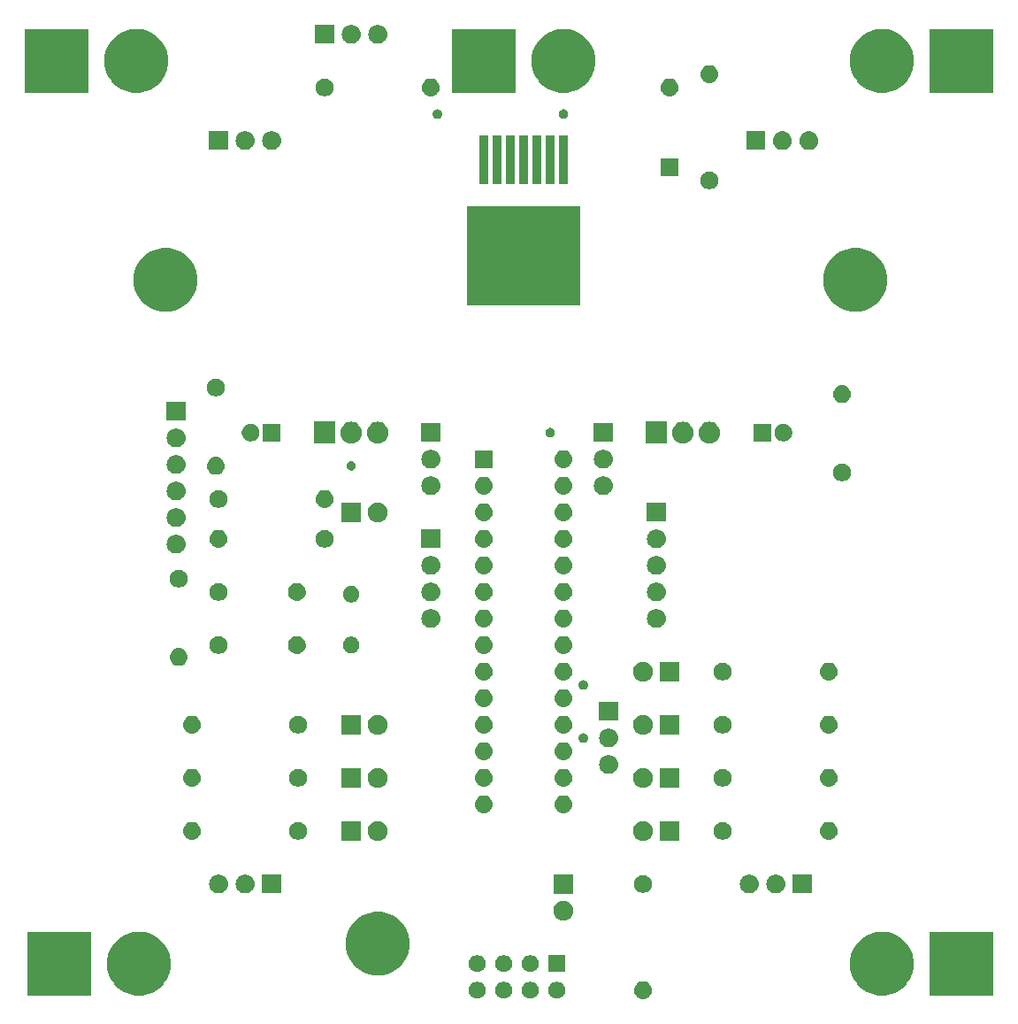
<source format=gbr>
G04 #@! TF.GenerationSoftware,KiCad,Pcbnew,(5.0.2)-1*
G04 #@! TF.CreationDate,2019-02-16T17:12:47-07:00*
G04 #@! TF.ProjectId,Receiver,52656365-6976-4657-922e-6b696361645f,rev?*
G04 #@! TF.SameCoordinates,Original*
G04 #@! TF.FileFunction,Soldermask,Top*
G04 #@! TF.FilePolarity,Negative*
%FSLAX46Y46*%
G04 Gerber Fmt 4.6, Leading zero omitted, Abs format (unit mm)*
G04 Created by KiCad (PCBNEW (5.0.2)-1) date 2/16/2019 5:12:47 PM*
%MOMM*%
%LPD*%
G01*
G04 APERTURE LIST*
%ADD10C,0.100000*%
G04 APERTURE END LIST*
D10*
G36*
X160186821Y-126161313D02*
X160186824Y-126161314D01*
X160186825Y-126161314D01*
X160347239Y-126209975D01*
X160347241Y-126209976D01*
X160347244Y-126209977D01*
X160495078Y-126288995D01*
X160624659Y-126395341D01*
X160731005Y-126524922D01*
X160810023Y-126672756D01*
X160810024Y-126672759D01*
X160810025Y-126672761D01*
X160857620Y-126829662D01*
X160858687Y-126833179D01*
X160875117Y-127000000D01*
X160858687Y-127166821D01*
X160858686Y-127166824D01*
X160858686Y-127166825D01*
X160837356Y-127237142D01*
X160810023Y-127327244D01*
X160731005Y-127475078D01*
X160624659Y-127604659D01*
X160495078Y-127711005D01*
X160347244Y-127790023D01*
X160347241Y-127790024D01*
X160347239Y-127790025D01*
X160186825Y-127838686D01*
X160186824Y-127838686D01*
X160186821Y-127838687D01*
X160061804Y-127851000D01*
X159978196Y-127851000D01*
X159853179Y-127838687D01*
X159853176Y-127838686D01*
X159853175Y-127838686D01*
X159692761Y-127790025D01*
X159692759Y-127790024D01*
X159692756Y-127790023D01*
X159544922Y-127711005D01*
X159415341Y-127604659D01*
X159308995Y-127475078D01*
X159229977Y-127327244D01*
X159202645Y-127237142D01*
X159181314Y-127166825D01*
X159181314Y-127166824D01*
X159181313Y-127166821D01*
X159164883Y-127000000D01*
X159181313Y-126833179D01*
X159182380Y-126829662D01*
X159229975Y-126672761D01*
X159229976Y-126672759D01*
X159229977Y-126672756D01*
X159308995Y-126524922D01*
X159415341Y-126395341D01*
X159544922Y-126288995D01*
X159692756Y-126209977D01*
X159692759Y-126209976D01*
X159692761Y-126209975D01*
X159853175Y-126161314D01*
X159853176Y-126161314D01*
X159853179Y-126161313D01*
X159978196Y-126149000D01*
X160061804Y-126149000D01*
X160186821Y-126161313D01*
X160186821Y-126161313D01*
G37*
G36*
X152002142Y-126218242D02*
X152150102Y-126279530D01*
X152283258Y-126368502D01*
X152396498Y-126481742D01*
X152485470Y-126614898D01*
X152546758Y-126762858D01*
X152578000Y-126919925D01*
X152578000Y-127080075D01*
X152546758Y-127237142D01*
X152509438Y-127327239D01*
X152485471Y-127385100D01*
X152401522Y-127510740D01*
X152396498Y-127518258D01*
X152283258Y-127631498D01*
X152150102Y-127720470D01*
X152002142Y-127781758D01*
X151845075Y-127813000D01*
X151684925Y-127813000D01*
X151527858Y-127781758D01*
X151379898Y-127720470D01*
X151246742Y-127631498D01*
X151133502Y-127518258D01*
X151128479Y-127510740D01*
X151044529Y-127385100D01*
X151020562Y-127327239D01*
X150983242Y-127237142D01*
X150952000Y-127080075D01*
X150952000Y-126919925D01*
X150983242Y-126762858D01*
X151044530Y-126614898D01*
X151133502Y-126481742D01*
X151246742Y-126368502D01*
X151379898Y-126279530D01*
X151527858Y-126218242D01*
X151684925Y-126187000D01*
X151845075Y-126187000D01*
X152002142Y-126218242D01*
X152002142Y-126218242D01*
G37*
G36*
X149462142Y-126218242D02*
X149610102Y-126279530D01*
X149743258Y-126368502D01*
X149856498Y-126481742D01*
X149945470Y-126614898D01*
X150006758Y-126762858D01*
X150038000Y-126919925D01*
X150038000Y-127080075D01*
X150006758Y-127237142D01*
X149969438Y-127327239D01*
X149945471Y-127385100D01*
X149861522Y-127510740D01*
X149856498Y-127518258D01*
X149743258Y-127631498D01*
X149610102Y-127720470D01*
X149462142Y-127781758D01*
X149305075Y-127813000D01*
X149144925Y-127813000D01*
X148987858Y-127781758D01*
X148839898Y-127720470D01*
X148706742Y-127631498D01*
X148593502Y-127518258D01*
X148588479Y-127510740D01*
X148504529Y-127385100D01*
X148480562Y-127327239D01*
X148443242Y-127237142D01*
X148412000Y-127080075D01*
X148412000Y-126919925D01*
X148443242Y-126762858D01*
X148504530Y-126614898D01*
X148593502Y-126481742D01*
X148706742Y-126368502D01*
X148839898Y-126279530D01*
X148987858Y-126218242D01*
X149144925Y-126187000D01*
X149305075Y-126187000D01*
X149462142Y-126218242D01*
X149462142Y-126218242D01*
G37*
G36*
X146922142Y-126218242D02*
X147070102Y-126279530D01*
X147203258Y-126368502D01*
X147316498Y-126481742D01*
X147405470Y-126614898D01*
X147466758Y-126762858D01*
X147498000Y-126919925D01*
X147498000Y-127080075D01*
X147466758Y-127237142D01*
X147429438Y-127327239D01*
X147405471Y-127385100D01*
X147321522Y-127510740D01*
X147316498Y-127518258D01*
X147203258Y-127631498D01*
X147070102Y-127720470D01*
X146922142Y-127781758D01*
X146765075Y-127813000D01*
X146604925Y-127813000D01*
X146447858Y-127781758D01*
X146299898Y-127720470D01*
X146166742Y-127631498D01*
X146053502Y-127518258D01*
X146048479Y-127510740D01*
X145964529Y-127385100D01*
X145940562Y-127327239D01*
X145903242Y-127237142D01*
X145872000Y-127080075D01*
X145872000Y-126919925D01*
X145903242Y-126762858D01*
X145964530Y-126614898D01*
X146053502Y-126481742D01*
X146166742Y-126368502D01*
X146299898Y-126279530D01*
X146447858Y-126218242D01*
X146604925Y-126187000D01*
X146765075Y-126187000D01*
X146922142Y-126218242D01*
X146922142Y-126218242D01*
G37*
G36*
X144382142Y-126218242D02*
X144530102Y-126279530D01*
X144663258Y-126368502D01*
X144776498Y-126481742D01*
X144865470Y-126614898D01*
X144926758Y-126762858D01*
X144958000Y-126919925D01*
X144958000Y-127080075D01*
X144926758Y-127237142D01*
X144889438Y-127327239D01*
X144865471Y-127385100D01*
X144781522Y-127510740D01*
X144776498Y-127518258D01*
X144663258Y-127631498D01*
X144530102Y-127720470D01*
X144382142Y-127781758D01*
X144225075Y-127813000D01*
X144064925Y-127813000D01*
X143907858Y-127781758D01*
X143759898Y-127720470D01*
X143626742Y-127631498D01*
X143513502Y-127518258D01*
X143508479Y-127510740D01*
X143424529Y-127385100D01*
X143400562Y-127327239D01*
X143363242Y-127237142D01*
X143332000Y-127080075D01*
X143332000Y-126919925D01*
X143363242Y-126762858D01*
X143424530Y-126614898D01*
X143513502Y-126481742D01*
X143626742Y-126368502D01*
X143759898Y-126279530D01*
X143907858Y-126218242D01*
X144064925Y-126187000D01*
X144225075Y-126187000D01*
X144382142Y-126218242D01*
X144382142Y-126218242D01*
G37*
G36*
X107190740Y-127510740D02*
X101089260Y-127510740D01*
X101089260Y-121409260D01*
X107190740Y-121409260D01*
X107190740Y-127510740D01*
X107190740Y-127510740D01*
G37*
G36*
X193550740Y-127510740D02*
X187449260Y-127510740D01*
X187449260Y-121409260D01*
X193550740Y-121409260D01*
X193550740Y-127510740D01*
X193550740Y-127510740D01*
G37*
G36*
X183475170Y-121467879D02*
X183769868Y-121526498D01*
X184325067Y-121756469D01*
X184821363Y-122088084D01*
X184824736Y-122090338D01*
X185249662Y-122515264D01*
X185249664Y-122515267D01*
X185583531Y-123014933D01*
X185813502Y-123570132D01*
X185847197Y-123739529D01*
X185930740Y-124159527D01*
X185930740Y-124760473D01*
X185898040Y-124924866D01*
X185813502Y-125349868D01*
X185583531Y-125905067D01*
X185273873Y-126368502D01*
X185249662Y-126404736D01*
X184824736Y-126829662D01*
X184824733Y-126829664D01*
X184325067Y-127163531D01*
X183769868Y-127393502D01*
X183475170Y-127452121D01*
X183180473Y-127510740D01*
X182579527Y-127510740D01*
X182284830Y-127452121D01*
X181990132Y-127393502D01*
X181434933Y-127163531D01*
X180935267Y-126829664D01*
X180935264Y-126829662D01*
X180510338Y-126404736D01*
X180486127Y-126368502D01*
X180176469Y-125905067D01*
X179946498Y-125349868D01*
X179861960Y-124924866D01*
X179829260Y-124760473D01*
X179829260Y-124159527D01*
X179912803Y-123739529D01*
X179946498Y-123570132D01*
X180176469Y-123014933D01*
X180510336Y-122515267D01*
X180510338Y-122515264D01*
X180935264Y-122090338D01*
X180938637Y-122088084D01*
X181434933Y-121756469D01*
X181990132Y-121526498D01*
X182284830Y-121467879D01*
X182579527Y-121409260D01*
X183180473Y-121409260D01*
X183475170Y-121467879D01*
X183475170Y-121467879D01*
G37*
G36*
X112355170Y-121467879D02*
X112649868Y-121526498D01*
X113205067Y-121756469D01*
X113701363Y-122088084D01*
X113704736Y-122090338D01*
X114129662Y-122515264D01*
X114129664Y-122515267D01*
X114463531Y-123014933D01*
X114693502Y-123570132D01*
X114727197Y-123739529D01*
X114810740Y-124159527D01*
X114810740Y-124760473D01*
X114778040Y-124924866D01*
X114693502Y-125349868D01*
X114463531Y-125905067D01*
X114153873Y-126368502D01*
X114129662Y-126404736D01*
X113704736Y-126829662D01*
X113704733Y-126829664D01*
X113205067Y-127163531D01*
X112649868Y-127393502D01*
X112355170Y-127452121D01*
X112060473Y-127510740D01*
X111459527Y-127510740D01*
X111164830Y-127452121D01*
X110870132Y-127393502D01*
X110314933Y-127163531D01*
X109815267Y-126829664D01*
X109815264Y-126829662D01*
X109390338Y-126404736D01*
X109366127Y-126368502D01*
X109056469Y-125905067D01*
X108826498Y-125349868D01*
X108741960Y-124924866D01*
X108709260Y-124760473D01*
X108709260Y-124159527D01*
X108792803Y-123739529D01*
X108826498Y-123570132D01*
X109056469Y-123014933D01*
X109390336Y-122515267D01*
X109390338Y-122515264D01*
X109815264Y-122090338D01*
X109818637Y-122088084D01*
X110314933Y-121756469D01*
X110870132Y-121526498D01*
X111164830Y-121467879D01*
X111459527Y-121409260D01*
X112060473Y-121409260D01*
X112355170Y-121467879D01*
X112355170Y-121467879D01*
G37*
G36*
X135509941Y-119621248D02*
X135509943Y-119621249D01*
X135509944Y-119621249D01*
X136065190Y-119851239D01*
X136558162Y-120180633D01*
X136564902Y-120185136D01*
X136989864Y-120610098D01*
X136989866Y-120610101D01*
X137323761Y-121109810D01*
X137553751Y-121665056D01*
X137553752Y-121665059D01*
X137671000Y-122254501D01*
X137671000Y-122855497D01*
X137553751Y-123444944D01*
X137323761Y-124000190D01*
X137174979Y-124222858D01*
X136989864Y-124499902D01*
X136564902Y-124924864D01*
X136564899Y-124924866D01*
X136065190Y-125258761D01*
X135509944Y-125488751D01*
X135509943Y-125488751D01*
X135509941Y-125488752D01*
X134920499Y-125606000D01*
X134319501Y-125606000D01*
X133730059Y-125488752D01*
X133730057Y-125488751D01*
X133730056Y-125488751D01*
X133174810Y-125258761D01*
X132675101Y-124924866D01*
X132675098Y-124924864D01*
X132250136Y-124499902D01*
X132065021Y-124222858D01*
X131916239Y-124000190D01*
X131686249Y-123444944D01*
X131569000Y-122855497D01*
X131569000Y-122254501D01*
X131686248Y-121665059D01*
X131686249Y-121665056D01*
X131916239Y-121109810D01*
X132250134Y-120610101D01*
X132250136Y-120610098D01*
X132675098Y-120185136D01*
X132681838Y-120180633D01*
X133174810Y-119851239D01*
X133730056Y-119621249D01*
X133730057Y-119621249D01*
X133730059Y-119621248D01*
X134319501Y-119504000D01*
X134920499Y-119504000D01*
X135509941Y-119621248D01*
X135509941Y-119621248D01*
G37*
G36*
X144382142Y-123678242D02*
X144530102Y-123739530D01*
X144663258Y-123828502D01*
X144776498Y-123941742D01*
X144865470Y-124074898D01*
X144926758Y-124222858D01*
X144958000Y-124379925D01*
X144958000Y-124540075D01*
X144926758Y-124697142D01*
X144865470Y-124845102D01*
X144776498Y-124978258D01*
X144663258Y-125091498D01*
X144530102Y-125180470D01*
X144382142Y-125241758D01*
X144225075Y-125273000D01*
X144064925Y-125273000D01*
X143907858Y-125241758D01*
X143759898Y-125180470D01*
X143626742Y-125091498D01*
X143513502Y-124978258D01*
X143424530Y-124845102D01*
X143363242Y-124697142D01*
X143332000Y-124540075D01*
X143332000Y-124379925D01*
X143363242Y-124222858D01*
X143424530Y-124074898D01*
X143513502Y-123941742D01*
X143626742Y-123828502D01*
X143759898Y-123739530D01*
X143907858Y-123678242D01*
X144064925Y-123647000D01*
X144225075Y-123647000D01*
X144382142Y-123678242D01*
X144382142Y-123678242D01*
G37*
G36*
X146922142Y-123678242D02*
X147070102Y-123739530D01*
X147203258Y-123828502D01*
X147316498Y-123941742D01*
X147405470Y-124074898D01*
X147466758Y-124222858D01*
X147498000Y-124379925D01*
X147498000Y-124540075D01*
X147466758Y-124697142D01*
X147405470Y-124845102D01*
X147316498Y-124978258D01*
X147203258Y-125091498D01*
X147070102Y-125180470D01*
X146922142Y-125241758D01*
X146765075Y-125273000D01*
X146604925Y-125273000D01*
X146447858Y-125241758D01*
X146299898Y-125180470D01*
X146166742Y-125091498D01*
X146053502Y-124978258D01*
X145964530Y-124845102D01*
X145903242Y-124697142D01*
X145872000Y-124540075D01*
X145872000Y-124379925D01*
X145903242Y-124222858D01*
X145964530Y-124074898D01*
X146053502Y-123941742D01*
X146166742Y-123828502D01*
X146299898Y-123739530D01*
X146447858Y-123678242D01*
X146604925Y-123647000D01*
X146765075Y-123647000D01*
X146922142Y-123678242D01*
X146922142Y-123678242D01*
G37*
G36*
X149462142Y-123678242D02*
X149610102Y-123739530D01*
X149743258Y-123828502D01*
X149856498Y-123941742D01*
X149945470Y-124074898D01*
X150006758Y-124222858D01*
X150038000Y-124379925D01*
X150038000Y-124540075D01*
X150006758Y-124697142D01*
X149945470Y-124845102D01*
X149856498Y-124978258D01*
X149743258Y-125091498D01*
X149610102Y-125180470D01*
X149462142Y-125241758D01*
X149305075Y-125273000D01*
X149144925Y-125273000D01*
X148987858Y-125241758D01*
X148839898Y-125180470D01*
X148706742Y-125091498D01*
X148593502Y-124978258D01*
X148504530Y-124845102D01*
X148443242Y-124697142D01*
X148412000Y-124540075D01*
X148412000Y-124379925D01*
X148443242Y-124222858D01*
X148504530Y-124074898D01*
X148593502Y-123941742D01*
X148706742Y-123828502D01*
X148839898Y-123739530D01*
X148987858Y-123678242D01*
X149144925Y-123647000D01*
X149305075Y-123647000D01*
X149462142Y-123678242D01*
X149462142Y-123678242D01*
G37*
G36*
X152578000Y-125273000D02*
X150952000Y-125273000D01*
X150952000Y-123647000D01*
X152578000Y-123647000D01*
X152578000Y-125273000D01*
X152578000Y-125273000D01*
G37*
G36*
X152677396Y-118465546D02*
X152850466Y-118537234D01*
X153006230Y-118641312D01*
X153138688Y-118773770D01*
X153242766Y-118929534D01*
X153314454Y-119102604D01*
X153351000Y-119286333D01*
X153351000Y-119473667D01*
X153314454Y-119657396D01*
X153242766Y-119830466D01*
X153138688Y-119986230D01*
X153006230Y-120118688D01*
X152850466Y-120222766D01*
X152677396Y-120294454D01*
X152493667Y-120331000D01*
X152306333Y-120331000D01*
X152122604Y-120294454D01*
X151949534Y-120222766D01*
X151793770Y-120118688D01*
X151661312Y-119986230D01*
X151557234Y-119830466D01*
X151485546Y-119657396D01*
X151449000Y-119473667D01*
X151449000Y-119286333D01*
X151485546Y-119102604D01*
X151557234Y-118929534D01*
X151661312Y-118773770D01*
X151793770Y-118641312D01*
X151949534Y-118537234D01*
X152122604Y-118465546D01*
X152306333Y-118429000D01*
X152493667Y-118429000D01*
X152677396Y-118465546D01*
X152677396Y-118465546D01*
G37*
G36*
X153351000Y-117791000D02*
X151449000Y-117791000D01*
X151449000Y-115889000D01*
X153351000Y-115889000D01*
X153351000Y-117791000D01*
X153351000Y-117791000D01*
G37*
G36*
X172830442Y-115945518D02*
X172896627Y-115952037D01*
X173009853Y-115986384D01*
X173066467Y-116003557D01*
X173205087Y-116077652D01*
X173222991Y-116087222D01*
X173258729Y-116116552D01*
X173360186Y-116199814D01*
X173440369Y-116297519D01*
X173472778Y-116337009D01*
X173472779Y-116337011D01*
X173556443Y-116493533D01*
X173556443Y-116493534D01*
X173607963Y-116663373D01*
X173625359Y-116840000D01*
X173607963Y-117016627D01*
X173586243Y-117088228D01*
X173556443Y-117186467D01*
X173482348Y-117325087D01*
X173472778Y-117342991D01*
X173443448Y-117378729D01*
X173360186Y-117480186D01*
X173258729Y-117563448D01*
X173222991Y-117592778D01*
X173222989Y-117592779D01*
X173066467Y-117676443D01*
X173018478Y-117691000D01*
X172896627Y-117727963D01*
X172830442Y-117734482D01*
X172764260Y-117741000D01*
X172675740Y-117741000D01*
X172609558Y-117734482D01*
X172543373Y-117727963D01*
X172421522Y-117691000D01*
X172373533Y-117676443D01*
X172217011Y-117592779D01*
X172217009Y-117592778D01*
X172181271Y-117563448D01*
X172079814Y-117480186D01*
X171996552Y-117378729D01*
X171967222Y-117342991D01*
X171957652Y-117325087D01*
X171883557Y-117186467D01*
X171853757Y-117088228D01*
X171832037Y-117016627D01*
X171814641Y-116840000D01*
X171832037Y-116663373D01*
X171883557Y-116493534D01*
X171883557Y-116493533D01*
X171967221Y-116337011D01*
X171967222Y-116337009D01*
X171999631Y-116297519D01*
X172079814Y-116199814D01*
X172181271Y-116116552D01*
X172217009Y-116087222D01*
X172234913Y-116077652D01*
X172373533Y-116003557D01*
X172430147Y-115986384D01*
X172543373Y-115952037D01*
X172609558Y-115945518D01*
X172675740Y-115939000D01*
X172764260Y-115939000D01*
X172830442Y-115945518D01*
X172830442Y-115945518D01*
G37*
G36*
X176161000Y-117741000D02*
X174359000Y-117741000D01*
X174359000Y-115939000D01*
X176161000Y-115939000D01*
X176161000Y-117741000D01*
X176161000Y-117741000D01*
G37*
G36*
X170290442Y-115945518D02*
X170356627Y-115952037D01*
X170469853Y-115986384D01*
X170526467Y-116003557D01*
X170665087Y-116077652D01*
X170682991Y-116087222D01*
X170718729Y-116116552D01*
X170820186Y-116199814D01*
X170900369Y-116297519D01*
X170932778Y-116337009D01*
X170932779Y-116337011D01*
X171016443Y-116493533D01*
X171016443Y-116493534D01*
X171067963Y-116663373D01*
X171085359Y-116840000D01*
X171067963Y-117016627D01*
X171046243Y-117088228D01*
X171016443Y-117186467D01*
X170942348Y-117325087D01*
X170932778Y-117342991D01*
X170903448Y-117378729D01*
X170820186Y-117480186D01*
X170718729Y-117563448D01*
X170682991Y-117592778D01*
X170682989Y-117592779D01*
X170526467Y-117676443D01*
X170478478Y-117691000D01*
X170356627Y-117727963D01*
X170290442Y-117734482D01*
X170224260Y-117741000D01*
X170135740Y-117741000D01*
X170069558Y-117734482D01*
X170003373Y-117727963D01*
X169881522Y-117691000D01*
X169833533Y-117676443D01*
X169677011Y-117592779D01*
X169677009Y-117592778D01*
X169641271Y-117563448D01*
X169539814Y-117480186D01*
X169456552Y-117378729D01*
X169427222Y-117342991D01*
X169417652Y-117325087D01*
X169343557Y-117186467D01*
X169313757Y-117088228D01*
X169292037Y-117016627D01*
X169274641Y-116840000D01*
X169292037Y-116663373D01*
X169343557Y-116493534D01*
X169343557Y-116493533D01*
X169427221Y-116337011D01*
X169427222Y-116337009D01*
X169459631Y-116297519D01*
X169539814Y-116199814D01*
X169641271Y-116116552D01*
X169677009Y-116087222D01*
X169694913Y-116077652D01*
X169833533Y-116003557D01*
X169890147Y-115986384D01*
X170003373Y-115952037D01*
X170069558Y-115945518D01*
X170135740Y-115939000D01*
X170224260Y-115939000D01*
X170290442Y-115945518D01*
X170290442Y-115945518D01*
G37*
G36*
X125361000Y-117741000D02*
X123559000Y-117741000D01*
X123559000Y-115939000D01*
X125361000Y-115939000D01*
X125361000Y-117741000D01*
X125361000Y-117741000D01*
G37*
G36*
X119490442Y-115945518D02*
X119556627Y-115952037D01*
X119669853Y-115986384D01*
X119726467Y-116003557D01*
X119865087Y-116077652D01*
X119882991Y-116087222D01*
X119918729Y-116116552D01*
X120020186Y-116199814D01*
X120100369Y-116297519D01*
X120132778Y-116337009D01*
X120132779Y-116337011D01*
X120216443Y-116493533D01*
X120216443Y-116493534D01*
X120267963Y-116663373D01*
X120285359Y-116840000D01*
X120267963Y-117016627D01*
X120246243Y-117088228D01*
X120216443Y-117186467D01*
X120142348Y-117325087D01*
X120132778Y-117342991D01*
X120103448Y-117378729D01*
X120020186Y-117480186D01*
X119918729Y-117563448D01*
X119882991Y-117592778D01*
X119882989Y-117592779D01*
X119726467Y-117676443D01*
X119678478Y-117691000D01*
X119556627Y-117727963D01*
X119490442Y-117734482D01*
X119424260Y-117741000D01*
X119335740Y-117741000D01*
X119269558Y-117734482D01*
X119203373Y-117727963D01*
X119081522Y-117691000D01*
X119033533Y-117676443D01*
X118877011Y-117592779D01*
X118877009Y-117592778D01*
X118841271Y-117563448D01*
X118739814Y-117480186D01*
X118656552Y-117378729D01*
X118627222Y-117342991D01*
X118617652Y-117325087D01*
X118543557Y-117186467D01*
X118513757Y-117088228D01*
X118492037Y-117016627D01*
X118474641Y-116840000D01*
X118492037Y-116663373D01*
X118543557Y-116493534D01*
X118543557Y-116493533D01*
X118627221Y-116337011D01*
X118627222Y-116337009D01*
X118659631Y-116297519D01*
X118739814Y-116199814D01*
X118841271Y-116116552D01*
X118877009Y-116087222D01*
X118894913Y-116077652D01*
X119033533Y-116003557D01*
X119090147Y-115986384D01*
X119203373Y-115952037D01*
X119269558Y-115945518D01*
X119335740Y-115939000D01*
X119424260Y-115939000D01*
X119490442Y-115945518D01*
X119490442Y-115945518D01*
G37*
G36*
X122030442Y-115945518D02*
X122096627Y-115952037D01*
X122209853Y-115986384D01*
X122266467Y-116003557D01*
X122405087Y-116077652D01*
X122422991Y-116087222D01*
X122458729Y-116116552D01*
X122560186Y-116199814D01*
X122640369Y-116297519D01*
X122672778Y-116337009D01*
X122672779Y-116337011D01*
X122756443Y-116493533D01*
X122756443Y-116493534D01*
X122807963Y-116663373D01*
X122825359Y-116840000D01*
X122807963Y-117016627D01*
X122786243Y-117088228D01*
X122756443Y-117186467D01*
X122682348Y-117325087D01*
X122672778Y-117342991D01*
X122643448Y-117378729D01*
X122560186Y-117480186D01*
X122458729Y-117563448D01*
X122422991Y-117592778D01*
X122422989Y-117592779D01*
X122266467Y-117676443D01*
X122218478Y-117691000D01*
X122096627Y-117727963D01*
X122030442Y-117734482D01*
X121964260Y-117741000D01*
X121875740Y-117741000D01*
X121809558Y-117734482D01*
X121743373Y-117727963D01*
X121621522Y-117691000D01*
X121573533Y-117676443D01*
X121417011Y-117592779D01*
X121417009Y-117592778D01*
X121381271Y-117563448D01*
X121279814Y-117480186D01*
X121196552Y-117378729D01*
X121167222Y-117342991D01*
X121157652Y-117325087D01*
X121083557Y-117186467D01*
X121053757Y-117088228D01*
X121032037Y-117016627D01*
X121014641Y-116840000D01*
X121032037Y-116663373D01*
X121083557Y-116493534D01*
X121083557Y-116493533D01*
X121167221Y-116337011D01*
X121167222Y-116337009D01*
X121199631Y-116297519D01*
X121279814Y-116199814D01*
X121381271Y-116116552D01*
X121417009Y-116087222D01*
X121434913Y-116077652D01*
X121573533Y-116003557D01*
X121630147Y-115986384D01*
X121743373Y-115952037D01*
X121809558Y-115945518D01*
X121875740Y-115939000D01*
X121964260Y-115939000D01*
X122030442Y-115945518D01*
X122030442Y-115945518D01*
G37*
G36*
X160268228Y-116021703D02*
X160423100Y-116085853D01*
X160562481Y-116178985D01*
X160681015Y-116297519D01*
X160774147Y-116436900D01*
X160838297Y-116591772D01*
X160871000Y-116756184D01*
X160871000Y-116923816D01*
X160838297Y-117088228D01*
X160774147Y-117243100D01*
X160681015Y-117382481D01*
X160562481Y-117501015D01*
X160423100Y-117594147D01*
X160268228Y-117658297D01*
X160103816Y-117691000D01*
X159936184Y-117691000D01*
X159771772Y-117658297D01*
X159616900Y-117594147D01*
X159477519Y-117501015D01*
X159358985Y-117382481D01*
X159265853Y-117243100D01*
X159201703Y-117088228D01*
X159169000Y-116923816D01*
X159169000Y-116756184D01*
X159201703Y-116591772D01*
X159265853Y-116436900D01*
X159358985Y-116297519D01*
X159477519Y-116178985D01*
X159616900Y-116085853D01*
X159771772Y-116021703D01*
X159936184Y-115989000D01*
X160103816Y-115989000D01*
X160268228Y-116021703D01*
X160268228Y-116021703D01*
G37*
G36*
X134897396Y-110845546D02*
X135070466Y-110917234D01*
X135226230Y-111021312D01*
X135358688Y-111153770D01*
X135462766Y-111309534D01*
X135534454Y-111482604D01*
X135571000Y-111666333D01*
X135571000Y-111853667D01*
X135534454Y-112037396D01*
X135462766Y-112210466D01*
X135358688Y-112366230D01*
X135226230Y-112498688D01*
X135070466Y-112602766D01*
X134897396Y-112674454D01*
X134713667Y-112711000D01*
X134526333Y-112711000D01*
X134342604Y-112674454D01*
X134169534Y-112602766D01*
X134013770Y-112498688D01*
X133881312Y-112366230D01*
X133777234Y-112210466D01*
X133705546Y-112037396D01*
X133669000Y-111853667D01*
X133669000Y-111666333D01*
X133705546Y-111482604D01*
X133777234Y-111309534D01*
X133881312Y-111153770D01*
X134013770Y-111021312D01*
X134169534Y-110917234D01*
X134342604Y-110845546D01*
X134526333Y-110809000D01*
X134713667Y-110809000D01*
X134897396Y-110845546D01*
X134897396Y-110845546D01*
G37*
G36*
X133031000Y-112711000D02*
X131129000Y-112711000D01*
X131129000Y-110809000D01*
X133031000Y-110809000D01*
X133031000Y-112711000D01*
X133031000Y-112711000D01*
G37*
G36*
X160297396Y-110845546D02*
X160470466Y-110917234D01*
X160626230Y-111021312D01*
X160758688Y-111153770D01*
X160862766Y-111309534D01*
X160934454Y-111482604D01*
X160971000Y-111666333D01*
X160971000Y-111853667D01*
X160934454Y-112037396D01*
X160862766Y-112210466D01*
X160758688Y-112366230D01*
X160626230Y-112498688D01*
X160470466Y-112602766D01*
X160297396Y-112674454D01*
X160113667Y-112711000D01*
X159926333Y-112711000D01*
X159742604Y-112674454D01*
X159569534Y-112602766D01*
X159413770Y-112498688D01*
X159281312Y-112366230D01*
X159177234Y-112210466D01*
X159105546Y-112037396D01*
X159069000Y-111853667D01*
X159069000Y-111666333D01*
X159105546Y-111482604D01*
X159177234Y-111309534D01*
X159281312Y-111153770D01*
X159413770Y-111021312D01*
X159569534Y-110917234D01*
X159742604Y-110845546D01*
X159926333Y-110809000D01*
X160113667Y-110809000D01*
X160297396Y-110845546D01*
X160297396Y-110845546D01*
G37*
G36*
X163511000Y-112711000D02*
X161609000Y-112711000D01*
X161609000Y-110809000D01*
X163511000Y-110809000D01*
X163511000Y-112711000D01*
X163511000Y-112711000D01*
G37*
G36*
X167888228Y-110941703D02*
X168043100Y-111005853D01*
X168182481Y-111098985D01*
X168301015Y-111217519D01*
X168394147Y-111356900D01*
X168458297Y-111511772D01*
X168491000Y-111676184D01*
X168491000Y-111843816D01*
X168458297Y-112008228D01*
X168394147Y-112163100D01*
X168301015Y-112302481D01*
X168182481Y-112421015D01*
X168043100Y-112514147D01*
X167888228Y-112578297D01*
X167723816Y-112611000D01*
X167556184Y-112611000D01*
X167391772Y-112578297D01*
X167236900Y-112514147D01*
X167097519Y-112421015D01*
X166978985Y-112302481D01*
X166885853Y-112163100D01*
X166821703Y-112008228D01*
X166789000Y-111843816D01*
X166789000Y-111676184D01*
X166821703Y-111511772D01*
X166885853Y-111356900D01*
X166978985Y-111217519D01*
X167097519Y-111098985D01*
X167236900Y-111005853D01*
X167391772Y-110941703D01*
X167556184Y-110909000D01*
X167723816Y-110909000D01*
X167888228Y-110941703D01*
X167888228Y-110941703D01*
G37*
G36*
X127248228Y-110941703D02*
X127403100Y-111005853D01*
X127542481Y-111098985D01*
X127661015Y-111217519D01*
X127754147Y-111356900D01*
X127818297Y-111511772D01*
X127851000Y-111676184D01*
X127851000Y-111843816D01*
X127818297Y-112008228D01*
X127754147Y-112163100D01*
X127661015Y-112302481D01*
X127542481Y-112421015D01*
X127403100Y-112514147D01*
X127248228Y-112578297D01*
X127083816Y-112611000D01*
X126916184Y-112611000D01*
X126751772Y-112578297D01*
X126596900Y-112514147D01*
X126457519Y-112421015D01*
X126338985Y-112302481D01*
X126245853Y-112163100D01*
X126181703Y-112008228D01*
X126149000Y-111843816D01*
X126149000Y-111676184D01*
X126181703Y-111511772D01*
X126245853Y-111356900D01*
X126338985Y-111217519D01*
X126457519Y-111098985D01*
X126596900Y-111005853D01*
X126751772Y-110941703D01*
X126916184Y-110909000D01*
X127083816Y-110909000D01*
X127248228Y-110941703D01*
X127248228Y-110941703D01*
G37*
G36*
X177966821Y-110921313D02*
X177966824Y-110921314D01*
X177966825Y-110921314D01*
X178127239Y-110969975D01*
X178127241Y-110969976D01*
X178127244Y-110969977D01*
X178275078Y-111048995D01*
X178404659Y-111155341D01*
X178511005Y-111284922D01*
X178590023Y-111432756D01*
X178590024Y-111432759D01*
X178590025Y-111432761D01*
X178638686Y-111593175D01*
X178638687Y-111593179D01*
X178655117Y-111760000D01*
X178638687Y-111926821D01*
X178638686Y-111926824D01*
X178638686Y-111926825D01*
X178605145Y-112037396D01*
X178590023Y-112087244D01*
X178511005Y-112235078D01*
X178404659Y-112364659D01*
X178275078Y-112471005D01*
X178127244Y-112550023D01*
X178127241Y-112550024D01*
X178127239Y-112550025D01*
X177966825Y-112598686D01*
X177966824Y-112598686D01*
X177966821Y-112598687D01*
X177841804Y-112611000D01*
X177758196Y-112611000D01*
X177633179Y-112598687D01*
X177633176Y-112598686D01*
X177633175Y-112598686D01*
X177472761Y-112550025D01*
X177472759Y-112550024D01*
X177472756Y-112550023D01*
X177324922Y-112471005D01*
X177195341Y-112364659D01*
X177088995Y-112235078D01*
X177009977Y-112087244D01*
X176994856Y-112037396D01*
X176961314Y-111926825D01*
X176961314Y-111926824D01*
X176961313Y-111926821D01*
X176944883Y-111760000D01*
X176961313Y-111593179D01*
X176961314Y-111593175D01*
X177009975Y-111432761D01*
X177009976Y-111432759D01*
X177009977Y-111432756D01*
X177088995Y-111284922D01*
X177195341Y-111155341D01*
X177324922Y-111048995D01*
X177472756Y-110969977D01*
X177472759Y-110969976D01*
X177472761Y-110969975D01*
X177633175Y-110921314D01*
X177633176Y-110921314D01*
X177633179Y-110921313D01*
X177758196Y-110909000D01*
X177841804Y-110909000D01*
X177966821Y-110921313D01*
X177966821Y-110921313D01*
G37*
G36*
X117006821Y-110921313D02*
X117006824Y-110921314D01*
X117006825Y-110921314D01*
X117167239Y-110969975D01*
X117167241Y-110969976D01*
X117167244Y-110969977D01*
X117315078Y-111048995D01*
X117444659Y-111155341D01*
X117551005Y-111284922D01*
X117630023Y-111432756D01*
X117630024Y-111432759D01*
X117630025Y-111432761D01*
X117678686Y-111593175D01*
X117678687Y-111593179D01*
X117695117Y-111760000D01*
X117678687Y-111926821D01*
X117678686Y-111926824D01*
X117678686Y-111926825D01*
X117645145Y-112037396D01*
X117630023Y-112087244D01*
X117551005Y-112235078D01*
X117444659Y-112364659D01*
X117315078Y-112471005D01*
X117167244Y-112550023D01*
X117167241Y-112550024D01*
X117167239Y-112550025D01*
X117006825Y-112598686D01*
X117006824Y-112598686D01*
X117006821Y-112598687D01*
X116881804Y-112611000D01*
X116798196Y-112611000D01*
X116673179Y-112598687D01*
X116673176Y-112598686D01*
X116673175Y-112598686D01*
X116512761Y-112550025D01*
X116512759Y-112550024D01*
X116512756Y-112550023D01*
X116364922Y-112471005D01*
X116235341Y-112364659D01*
X116128995Y-112235078D01*
X116049977Y-112087244D01*
X116034856Y-112037396D01*
X116001314Y-111926825D01*
X116001314Y-111926824D01*
X116001313Y-111926821D01*
X115984883Y-111760000D01*
X116001313Y-111593179D01*
X116001314Y-111593175D01*
X116049975Y-111432761D01*
X116049976Y-111432759D01*
X116049977Y-111432756D01*
X116128995Y-111284922D01*
X116235341Y-111155341D01*
X116364922Y-111048995D01*
X116512756Y-110969977D01*
X116512759Y-110969976D01*
X116512761Y-110969975D01*
X116673175Y-110921314D01*
X116673176Y-110921314D01*
X116673179Y-110921313D01*
X116798196Y-110909000D01*
X116881804Y-110909000D01*
X117006821Y-110921313D01*
X117006821Y-110921313D01*
G37*
G36*
X152566821Y-108381313D02*
X152566824Y-108381314D01*
X152566825Y-108381314D01*
X152727239Y-108429975D01*
X152727241Y-108429976D01*
X152727244Y-108429977D01*
X152875078Y-108508995D01*
X153004659Y-108615341D01*
X153111005Y-108744922D01*
X153190023Y-108892756D01*
X153238687Y-109053179D01*
X153255117Y-109220000D01*
X153238687Y-109386821D01*
X153190023Y-109547244D01*
X153111005Y-109695078D01*
X153004659Y-109824659D01*
X152875078Y-109931005D01*
X152727244Y-110010023D01*
X152727241Y-110010024D01*
X152727239Y-110010025D01*
X152566825Y-110058686D01*
X152566824Y-110058686D01*
X152566821Y-110058687D01*
X152441804Y-110071000D01*
X152358196Y-110071000D01*
X152233179Y-110058687D01*
X152233176Y-110058686D01*
X152233175Y-110058686D01*
X152072761Y-110010025D01*
X152072759Y-110010024D01*
X152072756Y-110010023D01*
X151924922Y-109931005D01*
X151795341Y-109824659D01*
X151688995Y-109695078D01*
X151609977Y-109547244D01*
X151561313Y-109386821D01*
X151544883Y-109220000D01*
X151561313Y-109053179D01*
X151609977Y-108892756D01*
X151688995Y-108744922D01*
X151795341Y-108615341D01*
X151924922Y-108508995D01*
X152072756Y-108429977D01*
X152072759Y-108429976D01*
X152072761Y-108429975D01*
X152233175Y-108381314D01*
X152233176Y-108381314D01*
X152233179Y-108381313D01*
X152358196Y-108369000D01*
X152441804Y-108369000D01*
X152566821Y-108381313D01*
X152566821Y-108381313D01*
G37*
G36*
X144946821Y-108381313D02*
X144946824Y-108381314D01*
X144946825Y-108381314D01*
X145107239Y-108429975D01*
X145107241Y-108429976D01*
X145107244Y-108429977D01*
X145255078Y-108508995D01*
X145384659Y-108615341D01*
X145491005Y-108744922D01*
X145570023Y-108892756D01*
X145618687Y-109053179D01*
X145635117Y-109220000D01*
X145618687Y-109386821D01*
X145570023Y-109547244D01*
X145491005Y-109695078D01*
X145384659Y-109824659D01*
X145255078Y-109931005D01*
X145107244Y-110010023D01*
X145107241Y-110010024D01*
X145107239Y-110010025D01*
X144946825Y-110058686D01*
X144946824Y-110058686D01*
X144946821Y-110058687D01*
X144821804Y-110071000D01*
X144738196Y-110071000D01*
X144613179Y-110058687D01*
X144613176Y-110058686D01*
X144613175Y-110058686D01*
X144452761Y-110010025D01*
X144452759Y-110010024D01*
X144452756Y-110010023D01*
X144304922Y-109931005D01*
X144175341Y-109824659D01*
X144068995Y-109695078D01*
X143989977Y-109547244D01*
X143941313Y-109386821D01*
X143924883Y-109220000D01*
X143941313Y-109053179D01*
X143989977Y-108892756D01*
X144068995Y-108744922D01*
X144175341Y-108615341D01*
X144304922Y-108508995D01*
X144452756Y-108429977D01*
X144452759Y-108429976D01*
X144452761Y-108429975D01*
X144613175Y-108381314D01*
X144613176Y-108381314D01*
X144613179Y-108381313D01*
X144738196Y-108369000D01*
X144821804Y-108369000D01*
X144946821Y-108381313D01*
X144946821Y-108381313D01*
G37*
G36*
X133031000Y-107631000D02*
X131129000Y-107631000D01*
X131129000Y-105729000D01*
X133031000Y-105729000D01*
X133031000Y-107631000D01*
X133031000Y-107631000D01*
G37*
G36*
X160297396Y-105765546D02*
X160470466Y-105837234D01*
X160626230Y-105941312D01*
X160758688Y-106073770D01*
X160862766Y-106229534D01*
X160934454Y-106402604D01*
X160971000Y-106586333D01*
X160971000Y-106773667D01*
X160934454Y-106957396D01*
X160862766Y-107130466D01*
X160758688Y-107286230D01*
X160626230Y-107418688D01*
X160470466Y-107522766D01*
X160297396Y-107594454D01*
X160113667Y-107631000D01*
X159926333Y-107631000D01*
X159742604Y-107594454D01*
X159569534Y-107522766D01*
X159413770Y-107418688D01*
X159281312Y-107286230D01*
X159177234Y-107130466D01*
X159105546Y-106957396D01*
X159069000Y-106773667D01*
X159069000Y-106586333D01*
X159105546Y-106402604D01*
X159177234Y-106229534D01*
X159281312Y-106073770D01*
X159413770Y-105941312D01*
X159569534Y-105837234D01*
X159742604Y-105765546D01*
X159926333Y-105729000D01*
X160113667Y-105729000D01*
X160297396Y-105765546D01*
X160297396Y-105765546D01*
G37*
G36*
X134897396Y-105765546D02*
X135070466Y-105837234D01*
X135226230Y-105941312D01*
X135358688Y-106073770D01*
X135462766Y-106229534D01*
X135534454Y-106402604D01*
X135571000Y-106586333D01*
X135571000Y-106773667D01*
X135534454Y-106957396D01*
X135462766Y-107130466D01*
X135358688Y-107286230D01*
X135226230Y-107418688D01*
X135070466Y-107522766D01*
X134897396Y-107594454D01*
X134713667Y-107631000D01*
X134526333Y-107631000D01*
X134342604Y-107594454D01*
X134169534Y-107522766D01*
X134013770Y-107418688D01*
X133881312Y-107286230D01*
X133777234Y-107130466D01*
X133705546Y-106957396D01*
X133669000Y-106773667D01*
X133669000Y-106586333D01*
X133705546Y-106402604D01*
X133777234Y-106229534D01*
X133881312Y-106073770D01*
X134013770Y-105941312D01*
X134169534Y-105837234D01*
X134342604Y-105765546D01*
X134526333Y-105729000D01*
X134713667Y-105729000D01*
X134897396Y-105765546D01*
X134897396Y-105765546D01*
G37*
G36*
X163511000Y-107631000D02*
X161609000Y-107631000D01*
X161609000Y-105729000D01*
X163511000Y-105729000D01*
X163511000Y-107631000D01*
X163511000Y-107631000D01*
G37*
G36*
X177966821Y-105841313D02*
X177966824Y-105841314D01*
X177966825Y-105841314D01*
X178127239Y-105889975D01*
X178127241Y-105889976D01*
X178127244Y-105889977D01*
X178275078Y-105968995D01*
X178404659Y-106075341D01*
X178511005Y-106204922D01*
X178590023Y-106352756D01*
X178590024Y-106352759D01*
X178590025Y-106352761D01*
X178638686Y-106513175D01*
X178638687Y-106513179D01*
X178655117Y-106680000D01*
X178638687Y-106846821D01*
X178638686Y-106846824D01*
X178638686Y-106846825D01*
X178605145Y-106957396D01*
X178590023Y-107007244D01*
X178511005Y-107155078D01*
X178404659Y-107284659D01*
X178275078Y-107391005D01*
X178127244Y-107470023D01*
X178127241Y-107470024D01*
X178127239Y-107470025D01*
X177966825Y-107518686D01*
X177966824Y-107518686D01*
X177966821Y-107518687D01*
X177841804Y-107531000D01*
X177758196Y-107531000D01*
X177633179Y-107518687D01*
X177633176Y-107518686D01*
X177633175Y-107518686D01*
X177472761Y-107470025D01*
X177472759Y-107470024D01*
X177472756Y-107470023D01*
X177324922Y-107391005D01*
X177195341Y-107284659D01*
X177088995Y-107155078D01*
X177009977Y-107007244D01*
X176994856Y-106957396D01*
X176961314Y-106846825D01*
X176961314Y-106846824D01*
X176961313Y-106846821D01*
X176944883Y-106680000D01*
X176961313Y-106513179D01*
X176961314Y-106513175D01*
X177009975Y-106352761D01*
X177009976Y-106352759D01*
X177009977Y-106352756D01*
X177088995Y-106204922D01*
X177195341Y-106075341D01*
X177324922Y-105968995D01*
X177472756Y-105889977D01*
X177472759Y-105889976D01*
X177472761Y-105889975D01*
X177633175Y-105841314D01*
X177633176Y-105841314D01*
X177633179Y-105841313D01*
X177758196Y-105829000D01*
X177841804Y-105829000D01*
X177966821Y-105841313D01*
X177966821Y-105841313D01*
G37*
G36*
X144946821Y-105841313D02*
X144946824Y-105841314D01*
X144946825Y-105841314D01*
X145107239Y-105889975D01*
X145107241Y-105889976D01*
X145107244Y-105889977D01*
X145255078Y-105968995D01*
X145384659Y-106075341D01*
X145491005Y-106204922D01*
X145570023Y-106352756D01*
X145570024Y-106352759D01*
X145570025Y-106352761D01*
X145618686Y-106513175D01*
X145618687Y-106513179D01*
X145635117Y-106680000D01*
X145618687Y-106846821D01*
X145618686Y-106846824D01*
X145618686Y-106846825D01*
X145585145Y-106957396D01*
X145570023Y-107007244D01*
X145491005Y-107155078D01*
X145384659Y-107284659D01*
X145255078Y-107391005D01*
X145107244Y-107470023D01*
X145107241Y-107470024D01*
X145107239Y-107470025D01*
X144946825Y-107518686D01*
X144946824Y-107518686D01*
X144946821Y-107518687D01*
X144821804Y-107531000D01*
X144738196Y-107531000D01*
X144613179Y-107518687D01*
X144613176Y-107518686D01*
X144613175Y-107518686D01*
X144452761Y-107470025D01*
X144452759Y-107470024D01*
X144452756Y-107470023D01*
X144304922Y-107391005D01*
X144175341Y-107284659D01*
X144068995Y-107155078D01*
X143989977Y-107007244D01*
X143974856Y-106957396D01*
X143941314Y-106846825D01*
X143941314Y-106846824D01*
X143941313Y-106846821D01*
X143924883Y-106680000D01*
X143941313Y-106513179D01*
X143941314Y-106513175D01*
X143989975Y-106352761D01*
X143989976Y-106352759D01*
X143989977Y-106352756D01*
X144068995Y-106204922D01*
X144175341Y-106075341D01*
X144304922Y-105968995D01*
X144452756Y-105889977D01*
X144452759Y-105889976D01*
X144452761Y-105889975D01*
X144613175Y-105841314D01*
X144613176Y-105841314D01*
X144613179Y-105841313D01*
X144738196Y-105829000D01*
X144821804Y-105829000D01*
X144946821Y-105841313D01*
X144946821Y-105841313D01*
G37*
G36*
X152566821Y-105841313D02*
X152566824Y-105841314D01*
X152566825Y-105841314D01*
X152727239Y-105889975D01*
X152727241Y-105889976D01*
X152727244Y-105889977D01*
X152875078Y-105968995D01*
X153004659Y-106075341D01*
X153111005Y-106204922D01*
X153190023Y-106352756D01*
X153190024Y-106352759D01*
X153190025Y-106352761D01*
X153238686Y-106513175D01*
X153238687Y-106513179D01*
X153255117Y-106680000D01*
X153238687Y-106846821D01*
X153238686Y-106846824D01*
X153238686Y-106846825D01*
X153205145Y-106957396D01*
X153190023Y-107007244D01*
X153111005Y-107155078D01*
X153004659Y-107284659D01*
X152875078Y-107391005D01*
X152727244Y-107470023D01*
X152727241Y-107470024D01*
X152727239Y-107470025D01*
X152566825Y-107518686D01*
X152566824Y-107518686D01*
X152566821Y-107518687D01*
X152441804Y-107531000D01*
X152358196Y-107531000D01*
X152233179Y-107518687D01*
X152233176Y-107518686D01*
X152233175Y-107518686D01*
X152072761Y-107470025D01*
X152072759Y-107470024D01*
X152072756Y-107470023D01*
X151924922Y-107391005D01*
X151795341Y-107284659D01*
X151688995Y-107155078D01*
X151609977Y-107007244D01*
X151594856Y-106957396D01*
X151561314Y-106846825D01*
X151561314Y-106846824D01*
X151561313Y-106846821D01*
X151544883Y-106680000D01*
X151561313Y-106513179D01*
X151561314Y-106513175D01*
X151609975Y-106352761D01*
X151609976Y-106352759D01*
X151609977Y-106352756D01*
X151688995Y-106204922D01*
X151795341Y-106075341D01*
X151924922Y-105968995D01*
X152072756Y-105889977D01*
X152072759Y-105889976D01*
X152072761Y-105889975D01*
X152233175Y-105841314D01*
X152233176Y-105841314D01*
X152233179Y-105841313D01*
X152358196Y-105829000D01*
X152441804Y-105829000D01*
X152566821Y-105841313D01*
X152566821Y-105841313D01*
G37*
G36*
X117006821Y-105841313D02*
X117006824Y-105841314D01*
X117006825Y-105841314D01*
X117167239Y-105889975D01*
X117167241Y-105889976D01*
X117167244Y-105889977D01*
X117315078Y-105968995D01*
X117444659Y-106075341D01*
X117551005Y-106204922D01*
X117630023Y-106352756D01*
X117630024Y-106352759D01*
X117630025Y-106352761D01*
X117678686Y-106513175D01*
X117678687Y-106513179D01*
X117695117Y-106680000D01*
X117678687Y-106846821D01*
X117678686Y-106846824D01*
X117678686Y-106846825D01*
X117645145Y-106957396D01*
X117630023Y-107007244D01*
X117551005Y-107155078D01*
X117444659Y-107284659D01*
X117315078Y-107391005D01*
X117167244Y-107470023D01*
X117167241Y-107470024D01*
X117167239Y-107470025D01*
X117006825Y-107518686D01*
X117006824Y-107518686D01*
X117006821Y-107518687D01*
X116881804Y-107531000D01*
X116798196Y-107531000D01*
X116673179Y-107518687D01*
X116673176Y-107518686D01*
X116673175Y-107518686D01*
X116512761Y-107470025D01*
X116512759Y-107470024D01*
X116512756Y-107470023D01*
X116364922Y-107391005D01*
X116235341Y-107284659D01*
X116128995Y-107155078D01*
X116049977Y-107007244D01*
X116034856Y-106957396D01*
X116001314Y-106846825D01*
X116001314Y-106846824D01*
X116001313Y-106846821D01*
X115984883Y-106680000D01*
X116001313Y-106513179D01*
X116001314Y-106513175D01*
X116049975Y-106352761D01*
X116049976Y-106352759D01*
X116049977Y-106352756D01*
X116128995Y-106204922D01*
X116235341Y-106075341D01*
X116364922Y-105968995D01*
X116512756Y-105889977D01*
X116512759Y-105889976D01*
X116512761Y-105889975D01*
X116673175Y-105841314D01*
X116673176Y-105841314D01*
X116673179Y-105841313D01*
X116798196Y-105829000D01*
X116881804Y-105829000D01*
X117006821Y-105841313D01*
X117006821Y-105841313D01*
G37*
G36*
X167888228Y-105861703D02*
X168043100Y-105925853D01*
X168182481Y-106018985D01*
X168301015Y-106137519D01*
X168394147Y-106276900D01*
X168458297Y-106431772D01*
X168491000Y-106596184D01*
X168491000Y-106763816D01*
X168458297Y-106928228D01*
X168394147Y-107083100D01*
X168301015Y-107222481D01*
X168182481Y-107341015D01*
X168043100Y-107434147D01*
X167888228Y-107498297D01*
X167723816Y-107531000D01*
X167556184Y-107531000D01*
X167391772Y-107498297D01*
X167236900Y-107434147D01*
X167097519Y-107341015D01*
X166978985Y-107222481D01*
X166885853Y-107083100D01*
X166821703Y-106928228D01*
X166789000Y-106763816D01*
X166789000Y-106596184D01*
X166821703Y-106431772D01*
X166885853Y-106276900D01*
X166978985Y-106137519D01*
X167097519Y-106018985D01*
X167236900Y-105925853D01*
X167391772Y-105861703D01*
X167556184Y-105829000D01*
X167723816Y-105829000D01*
X167888228Y-105861703D01*
X167888228Y-105861703D01*
G37*
G36*
X127248228Y-105861703D02*
X127403100Y-105925853D01*
X127542481Y-106018985D01*
X127661015Y-106137519D01*
X127754147Y-106276900D01*
X127818297Y-106431772D01*
X127851000Y-106596184D01*
X127851000Y-106763816D01*
X127818297Y-106928228D01*
X127754147Y-107083100D01*
X127661015Y-107222481D01*
X127542481Y-107341015D01*
X127403100Y-107434147D01*
X127248228Y-107498297D01*
X127083816Y-107531000D01*
X126916184Y-107531000D01*
X126751772Y-107498297D01*
X126596900Y-107434147D01*
X126457519Y-107341015D01*
X126338985Y-107222481D01*
X126245853Y-107083100D01*
X126181703Y-106928228D01*
X126149000Y-106763816D01*
X126149000Y-106596184D01*
X126181703Y-106431772D01*
X126245853Y-106276900D01*
X126338985Y-106137519D01*
X126457519Y-106018985D01*
X126596900Y-105925853D01*
X126751772Y-105861703D01*
X126916184Y-105829000D01*
X127083816Y-105829000D01*
X127248228Y-105861703D01*
X127248228Y-105861703D01*
G37*
G36*
X156828443Y-104515519D02*
X156894627Y-104522037D01*
X157007853Y-104556384D01*
X157064467Y-104573557D01*
X157142146Y-104615078D01*
X157220991Y-104657222D01*
X157256729Y-104686552D01*
X157358186Y-104769814D01*
X157441448Y-104871271D01*
X157470778Y-104907009D01*
X157470779Y-104907011D01*
X157554443Y-105063533D01*
X157554443Y-105063534D01*
X157605963Y-105233373D01*
X157623359Y-105410000D01*
X157605963Y-105586627D01*
X157571616Y-105699853D01*
X157554443Y-105756467D01*
X157498192Y-105861703D01*
X157470778Y-105912991D01*
X157447537Y-105941310D01*
X157358186Y-106050186D01*
X157256729Y-106133448D01*
X157220991Y-106162778D01*
X157220989Y-106162779D01*
X157064467Y-106246443D01*
X157007853Y-106263616D01*
X156894627Y-106297963D01*
X156828442Y-106304482D01*
X156762260Y-106311000D01*
X156673740Y-106311000D01*
X156607558Y-106304482D01*
X156541373Y-106297963D01*
X156428147Y-106263616D01*
X156371533Y-106246443D01*
X156215011Y-106162779D01*
X156215009Y-106162778D01*
X156179271Y-106133448D01*
X156077814Y-106050186D01*
X155988463Y-105941310D01*
X155965222Y-105912991D01*
X155937808Y-105861703D01*
X155881557Y-105756467D01*
X155864384Y-105699853D01*
X155830037Y-105586627D01*
X155812641Y-105410000D01*
X155830037Y-105233373D01*
X155881557Y-105063534D01*
X155881557Y-105063533D01*
X155965221Y-104907011D01*
X155965222Y-104907009D01*
X155994552Y-104871271D01*
X156077814Y-104769814D01*
X156179271Y-104686552D01*
X156215009Y-104657222D01*
X156293854Y-104615078D01*
X156371533Y-104573557D01*
X156428147Y-104556384D01*
X156541373Y-104522037D01*
X156607557Y-104515519D01*
X156673740Y-104509000D01*
X156762260Y-104509000D01*
X156828443Y-104515519D01*
X156828443Y-104515519D01*
G37*
G36*
X152566821Y-103301313D02*
X152566824Y-103301314D01*
X152566825Y-103301314D01*
X152727239Y-103349975D01*
X152727241Y-103349976D01*
X152727244Y-103349977D01*
X152875078Y-103428995D01*
X153004659Y-103535341D01*
X153111005Y-103664922D01*
X153190023Y-103812756D01*
X153238687Y-103973179D01*
X153255117Y-104140000D01*
X153238687Y-104306821D01*
X153190023Y-104467244D01*
X153111005Y-104615078D01*
X153004659Y-104744659D01*
X152875078Y-104851005D01*
X152727244Y-104930023D01*
X152727241Y-104930024D01*
X152727239Y-104930025D01*
X152566825Y-104978686D01*
X152566824Y-104978686D01*
X152566821Y-104978687D01*
X152441804Y-104991000D01*
X152358196Y-104991000D01*
X152233179Y-104978687D01*
X152233176Y-104978686D01*
X152233175Y-104978686D01*
X152072761Y-104930025D01*
X152072759Y-104930024D01*
X152072756Y-104930023D01*
X151924922Y-104851005D01*
X151795341Y-104744659D01*
X151688995Y-104615078D01*
X151609977Y-104467244D01*
X151561313Y-104306821D01*
X151544883Y-104140000D01*
X151561313Y-103973179D01*
X151609977Y-103812756D01*
X151688995Y-103664922D01*
X151795341Y-103535341D01*
X151924922Y-103428995D01*
X152072756Y-103349977D01*
X152072759Y-103349976D01*
X152072761Y-103349975D01*
X152233175Y-103301314D01*
X152233176Y-103301314D01*
X152233179Y-103301313D01*
X152358196Y-103289000D01*
X152441804Y-103289000D01*
X152566821Y-103301313D01*
X152566821Y-103301313D01*
G37*
G36*
X144946821Y-103301313D02*
X144946824Y-103301314D01*
X144946825Y-103301314D01*
X145107239Y-103349975D01*
X145107241Y-103349976D01*
X145107244Y-103349977D01*
X145255078Y-103428995D01*
X145384659Y-103535341D01*
X145491005Y-103664922D01*
X145570023Y-103812756D01*
X145618687Y-103973179D01*
X145635117Y-104140000D01*
X145618687Y-104306821D01*
X145570023Y-104467244D01*
X145491005Y-104615078D01*
X145384659Y-104744659D01*
X145255078Y-104851005D01*
X145107244Y-104930023D01*
X145107241Y-104930024D01*
X145107239Y-104930025D01*
X144946825Y-104978686D01*
X144946824Y-104978686D01*
X144946821Y-104978687D01*
X144821804Y-104991000D01*
X144738196Y-104991000D01*
X144613179Y-104978687D01*
X144613176Y-104978686D01*
X144613175Y-104978686D01*
X144452761Y-104930025D01*
X144452759Y-104930024D01*
X144452756Y-104930023D01*
X144304922Y-104851005D01*
X144175341Y-104744659D01*
X144068995Y-104615078D01*
X143989977Y-104467244D01*
X143941313Y-104306821D01*
X143924883Y-104140000D01*
X143941313Y-103973179D01*
X143989977Y-103812756D01*
X144068995Y-103664922D01*
X144175341Y-103535341D01*
X144304922Y-103428995D01*
X144452756Y-103349977D01*
X144452759Y-103349976D01*
X144452761Y-103349975D01*
X144613175Y-103301314D01*
X144613176Y-103301314D01*
X144613179Y-103301313D01*
X144738196Y-103289000D01*
X144821804Y-103289000D01*
X144946821Y-103301313D01*
X144946821Y-103301313D01*
G37*
G36*
X156828442Y-101975518D02*
X156894627Y-101982037D01*
X157007853Y-102016384D01*
X157064467Y-102033557D01*
X157142146Y-102075078D01*
X157220991Y-102117222D01*
X157251769Y-102142481D01*
X157358186Y-102229814D01*
X157441448Y-102331271D01*
X157470778Y-102367009D01*
X157470779Y-102367011D01*
X157554443Y-102523533D01*
X157554443Y-102523534D01*
X157605963Y-102693373D01*
X157623359Y-102870000D01*
X157605963Y-103046627D01*
X157572331Y-103157496D01*
X157554443Y-103216467D01*
X157507832Y-103303668D01*
X157470778Y-103372991D01*
X157441448Y-103408729D01*
X157358186Y-103510186D01*
X157256729Y-103593448D01*
X157220991Y-103622778D01*
X157220989Y-103622779D01*
X157064467Y-103706443D01*
X157007853Y-103723616D01*
X156894627Y-103757963D01*
X156828443Y-103764481D01*
X156762260Y-103771000D01*
X156673740Y-103771000D01*
X156607557Y-103764481D01*
X156541373Y-103757963D01*
X156428147Y-103723616D01*
X156371533Y-103706443D01*
X156215011Y-103622779D01*
X156215009Y-103622778D01*
X156179271Y-103593448D01*
X156077814Y-103510186D01*
X155994552Y-103408729D01*
X155965222Y-103372991D01*
X155928168Y-103303668D01*
X155881557Y-103216467D01*
X155863669Y-103157496D01*
X155830037Y-103046627D01*
X155812641Y-102870000D01*
X155830037Y-102693373D01*
X155881557Y-102523534D01*
X155881557Y-102523533D01*
X155965221Y-102367011D01*
X155965222Y-102367009D01*
X155994552Y-102331271D01*
X156077814Y-102229814D01*
X156184231Y-102142481D01*
X156215009Y-102117222D01*
X156293854Y-102075078D01*
X156371533Y-102033557D01*
X156428147Y-102016384D01*
X156541373Y-101982037D01*
X156607558Y-101975518D01*
X156673740Y-101969000D01*
X156762260Y-101969000D01*
X156828442Y-101975518D01*
X156828442Y-101975518D01*
G37*
G36*
X154436552Y-102436331D02*
X154518625Y-102470327D01*
X154518626Y-102470328D01*
X154518629Y-102470329D01*
X154592496Y-102519686D01*
X154592500Y-102519689D01*
X154655311Y-102582500D01*
X154655313Y-102582503D01*
X154655314Y-102582504D01*
X154704671Y-102656371D01*
X154704672Y-102656374D01*
X154704673Y-102656375D01*
X154738669Y-102738448D01*
X154756000Y-102825579D01*
X154756000Y-102914421D01*
X154738669Y-103001552D01*
X154719998Y-103046627D01*
X154704671Y-103083629D01*
X154655314Y-103157496D01*
X154655311Y-103157500D01*
X154592500Y-103220311D01*
X154592497Y-103220313D01*
X154592496Y-103220314D01*
X154518629Y-103269671D01*
X154518626Y-103269672D01*
X154518625Y-103269673D01*
X154436552Y-103303669D01*
X154349421Y-103321000D01*
X154260579Y-103321000D01*
X154173448Y-103303669D01*
X154091375Y-103269673D01*
X154091374Y-103269672D01*
X154091371Y-103269671D01*
X154017504Y-103220314D01*
X154017503Y-103220313D01*
X154017500Y-103220311D01*
X153954689Y-103157500D01*
X153954686Y-103157496D01*
X153905329Y-103083629D01*
X153890002Y-103046627D01*
X153871331Y-103001552D01*
X153854000Y-102914421D01*
X153854000Y-102825579D01*
X153871331Y-102738448D01*
X153905327Y-102656375D01*
X153905328Y-102656374D01*
X153905329Y-102656371D01*
X153954686Y-102582504D01*
X153954687Y-102582503D01*
X153954689Y-102582500D01*
X154017500Y-102519689D01*
X154017504Y-102519686D01*
X154091371Y-102470329D01*
X154091374Y-102470328D01*
X154091375Y-102470327D01*
X154173448Y-102436331D01*
X154260579Y-102419000D01*
X154349421Y-102419000D01*
X154436552Y-102436331D01*
X154436552Y-102436331D01*
G37*
G36*
X163511000Y-102551000D02*
X161609000Y-102551000D01*
X161609000Y-100649000D01*
X163511000Y-100649000D01*
X163511000Y-102551000D01*
X163511000Y-102551000D01*
G37*
G36*
X160297396Y-100685546D02*
X160470466Y-100757234D01*
X160626230Y-100861312D01*
X160758688Y-100993770D01*
X160862766Y-101149534D01*
X160934454Y-101322604D01*
X160971000Y-101506333D01*
X160971000Y-101693667D01*
X160934454Y-101877396D01*
X160862766Y-102050466D01*
X160758688Y-102206230D01*
X160626230Y-102338688D01*
X160470466Y-102442766D01*
X160297396Y-102514454D01*
X160113667Y-102551000D01*
X159926333Y-102551000D01*
X159742604Y-102514454D01*
X159569534Y-102442766D01*
X159413770Y-102338688D01*
X159281312Y-102206230D01*
X159177234Y-102050466D01*
X159105546Y-101877396D01*
X159069000Y-101693667D01*
X159069000Y-101506333D01*
X159105546Y-101322604D01*
X159177234Y-101149534D01*
X159281312Y-100993770D01*
X159413770Y-100861312D01*
X159569534Y-100757234D01*
X159742604Y-100685546D01*
X159926333Y-100649000D01*
X160113667Y-100649000D01*
X160297396Y-100685546D01*
X160297396Y-100685546D01*
G37*
G36*
X133031000Y-102551000D02*
X131129000Y-102551000D01*
X131129000Y-100649000D01*
X133031000Y-100649000D01*
X133031000Y-102551000D01*
X133031000Y-102551000D01*
G37*
G36*
X134897396Y-100685546D02*
X135070466Y-100757234D01*
X135226230Y-100861312D01*
X135358688Y-100993770D01*
X135462766Y-101149534D01*
X135534454Y-101322604D01*
X135571000Y-101506333D01*
X135571000Y-101693667D01*
X135534454Y-101877396D01*
X135462766Y-102050466D01*
X135358688Y-102206230D01*
X135226230Y-102338688D01*
X135070466Y-102442766D01*
X134897396Y-102514454D01*
X134713667Y-102551000D01*
X134526333Y-102551000D01*
X134342604Y-102514454D01*
X134169534Y-102442766D01*
X134013770Y-102338688D01*
X133881312Y-102206230D01*
X133777234Y-102050466D01*
X133705546Y-101877396D01*
X133669000Y-101693667D01*
X133669000Y-101506333D01*
X133705546Y-101322604D01*
X133777234Y-101149534D01*
X133881312Y-100993770D01*
X134013770Y-100861312D01*
X134169534Y-100757234D01*
X134342604Y-100685546D01*
X134526333Y-100649000D01*
X134713667Y-100649000D01*
X134897396Y-100685546D01*
X134897396Y-100685546D01*
G37*
G36*
X167888228Y-100781703D02*
X168043100Y-100845853D01*
X168182481Y-100938985D01*
X168301015Y-101057519D01*
X168394147Y-101196900D01*
X168458297Y-101351772D01*
X168491000Y-101516184D01*
X168491000Y-101683816D01*
X168458297Y-101848228D01*
X168394147Y-102003100D01*
X168301015Y-102142481D01*
X168182481Y-102261015D01*
X168043100Y-102354147D01*
X167888228Y-102418297D01*
X167723816Y-102451000D01*
X167556184Y-102451000D01*
X167391772Y-102418297D01*
X167236900Y-102354147D01*
X167097519Y-102261015D01*
X166978985Y-102142481D01*
X166885853Y-102003100D01*
X166821703Y-101848228D01*
X166789000Y-101683816D01*
X166789000Y-101516184D01*
X166821703Y-101351772D01*
X166885853Y-101196900D01*
X166978985Y-101057519D01*
X167097519Y-100938985D01*
X167236900Y-100845853D01*
X167391772Y-100781703D01*
X167556184Y-100749000D01*
X167723816Y-100749000D01*
X167888228Y-100781703D01*
X167888228Y-100781703D01*
G37*
G36*
X117006821Y-100761313D02*
X117006824Y-100761314D01*
X117006825Y-100761314D01*
X117167239Y-100809975D01*
X117167241Y-100809976D01*
X117167244Y-100809977D01*
X117315078Y-100888995D01*
X117444659Y-100995341D01*
X117551005Y-101124922D01*
X117630023Y-101272756D01*
X117630024Y-101272759D01*
X117630025Y-101272761D01*
X117678686Y-101433175D01*
X117678687Y-101433179D01*
X117695117Y-101600000D01*
X117678687Y-101766821D01*
X117678686Y-101766824D01*
X117678686Y-101766825D01*
X117645145Y-101877396D01*
X117630023Y-101927244D01*
X117551005Y-102075078D01*
X117444659Y-102204659D01*
X117315078Y-102311005D01*
X117167244Y-102390023D01*
X117167241Y-102390024D01*
X117167239Y-102390025D01*
X117006825Y-102438686D01*
X117006824Y-102438686D01*
X117006821Y-102438687D01*
X116881804Y-102451000D01*
X116798196Y-102451000D01*
X116673179Y-102438687D01*
X116673176Y-102438686D01*
X116673175Y-102438686D01*
X116512761Y-102390025D01*
X116512759Y-102390024D01*
X116512756Y-102390023D01*
X116364922Y-102311005D01*
X116235341Y-102204659D01*
X116128995Y-102075078D01*
X116049977Y-101927244D01*
X116034856Y-101877396D01*
X116001314Y-101766825D01*
X116001314Y-101766824D01*
X116001313Y-101766821D01*
X115984883Y-101600000D01*
X116001313Y-101433179D01*
X116001314Y-101433175D01*
X116049975Y-101272761D01*
X116049976Y-101272759D01*
X116049977Y-101272756D01*
X116128995Y-101124922D01*
X116235341Y-100995341D01*
X116364922Y-100888995D01*
X116512756Y-100809977D01*
X116512759Y-100809976D01*
X116512761Y-100809975D01*
X116673175Y-100761314D01*
X116673176Y-100761314D01*
X116673179Y-100761313D01*
X116798196Y-100749000D01*
X116881804Y-100749000D01*
X117006821Y-100761313D01*
X117006821Y-100761313D01*
G37*
G36*
X144946821Y-100761313D02*
X144946824Y-100761314D01*
X144946825Y-100761314D01*
X145107239Y-100809975D01*
X145107241Y-100809976D01*
X145107244Y-100809977D01*
X145255078Y-100888995D01*
X145384659Y-100995341D01*
X145491005Y-101124922D01*
X145570023Y-101272756D01*
X145570024Y-101272759D01*
X145570025Y-101272761D01*
X145618686Y-101433175D01*
X145618687Y-101433179D01*
X145635117Y-101600000D01*
X145618687Y-101766821D01*
X145618686Y-101766824D01*
X145618686Y-101766825D01*
X145585145Y-101877396D01*
X145570023Y-101927244D01*
X145491005Y-102075078D01*
X145384659Y-102204659D01*
X145255078Y-102311005D01*
X145107244Y-102390023D01*
X145107241Y-102390024D01*
X145107239Y-102390025D01*
X144946825Y-102438686D01*
X144946824Y-102438686D01*
X144946821Y-102438687D01*
X144821804Y-102451000D01*
X144738196Y-102451000D01*
X144613179Y-102438687D01*
X144613176Y-102438686D01*
X144613175Y-102438686D01*
X144452761Y-102390025D01*
X144452759Y-102390024D01*
X144452756Y-102390023D01*
X144304922Y-102311005D01*
X144175341Y-102204659D01*
X144068995Y-102075078D01*
X143989977Y-101927244D01*
X143974856Y-101877396D01*
X143941314Y-101766825D01*
X143941314Y-101766824D01*
X143941313Y-101766821D01*
X143924883Y-101600000D01*
X143941313Y-101433179D01*
X143941314Y-101433175D01*
X143989975Y-101272761D01*
X143989976Y-101272759D01*
X143989977Y-101272756D01*
X144068995Y-101124922D01*
X144175341Y-100995341D01*
X144304922Y-100888995D01*
X144452756Y-100809977D01*
X144452759Y-100809976D01*
X144452761Y-100809975D01*
X144613175Y-100761314D01*
X144613176Y-100761314D01*
X144613179Y-100761313D01*
X144738196Y-100749000D01*
X144821804Y-100749000D01*
X144946821Y-100761313D01*
X144946821Y-100761313D01*
G37*
G36*
X152566821Y-100761313D02*
X152566824Y-100761314D01*
X152566825Y-100761314D01*
X152727239Y-100809975D01*
X152727241Y-100809976D01*
X152727244Y-100809977D01*
X152875078Y-100888995D01*
X153004659Y-100995341D01*
X153111005Y-101124922D01*
X153190023Y-101272756D01*
X153190024Y-101272759D01*
X153190025Y-101272761D01*
X153238686Y-101433175D01*
X153238687Y-101433179D01*
X153255117Y-101600000D01*
X153238687Y-101766821D01*
X153238686Y-101766824D01*
X153238686Y-101766825D01*
X153205145Y-101877396D01*
X153190023Y-101927244D01*
X153111005Y-102075078D01*
X153004659Y-102204659D01*
X152875078Y-102311005D01*
X152727244Y-102390023D01*
X152727241Y-102390024D01*
X152727239Y-102390025D01*
X152566825Y-102438686D01*
X152566824Y-102438686D01*
X152566821Y-102438687D01*
X152441804Y-102451000D01*
X152358196Y-102451000D01*
X152233179Y-102438687D01*
X152233176Y-102438686D01*
X152233175Y-102438686D01*
X152072761Y-102390025D01*
X152072759Y-102390024D01*
X152072756Y-102390023D01*
X151924922Y-102311005D01*
X151795341Y-102204659D01*
X151688995Y-102075078D01*
X151609977Y-101927244D01*
X151594856Y-101877396D01*
X151561314Y-101766825D01*
X151561314Y-101766824D01*
X151561313Y-101766821D01*
X151544883Y-101600000D01*
X151561313Y-101433179D01*
X151561314Y-101433175D01*
X151609975Y-101272761D01*
X151609976Y-101272759D01*
X151609977Y-101272756D01*
X151688995Y-101124922D01*
X151795341Y-100995341D01*
X151924922Y-100888995D01*
X152072756Y-100809977D01*
X152072759Y-100809976D01*
X152072761Y-100809975D01*
X152233175Y-100761314D01*
X152233176Y-100761314D01*
X152233179Y-100761313D01*
X152358196Y-100749000D01*
X152441804Y-100749000D01*
X152566821Y-100761313D01*
X152566821Y-100761313D01*
G37*
G36*
X177966821Y-100761313D02*
X177966824Y-100761314D01*
X177966825Y-100761314D01*
X178127239Y-100809975D01*
X178127241Y-100809976D01*
X178127244Y-100809977D01*
X178275078Y-100888995D01*
X178404659Y-100995341D01*
X178511005Y-101124922D01*
X178590023Y-101272756D01*
X178590024Y-101272759D01*
X178590025Y-101272761D01*
X178638686Y-101433175D01*
X178638687Y-101433179D01*
X178655117Y-101600000D01*
X178638687Y-101766821D01*
X178638686Y-101766824D01*
X178638686Y-101766825D01*
X178605145Y-101877396D01*
X178590023Y-101927244D01*
X178511005Y-102075078D01*
X178404659Y-102204659D01*
X178275078Y-102311005D01*
X178127244Y-102390023D01*
X178127241Y-102390024D01*
X178127239Y-102390025D01*
X177966825Y-102438686D01*
X177966824Y-102438686D01*
X177966821Y-102438687D01*
X177841804Y-102451000D01*
X177758196Y-102451000D01*
X177633179Y-102438687D01*
X177633176Y-102438686D01*
X177633175Y-102438686D01*
X177472761Y-102390025D01*
X177472759Y-102390024D01*
X177472756Y-102390023D01*
X177324922Y-102311005D01*
X177195341Y-102204659D01*
X177088995Y-102075078D01*
X177009977Y-101927244D01*
X176994856Y-101877396D01*
X176961314Y-101766825D01*
X176961314Y-101766824D01*
X176961313Y-101766821D01*
X176944883Y-101600000D01*
X176961313Y-101433179D01*
X176961314Y-101433175D01*
X177009975Y-101272761D01*
X177009976Y-101272759D01*
X177009977Y-101272756D01*
X177088995Y-101124922D01*
X177195341Y-100995341D01*
X177324922Y-100888995D01*
X177472756Y-100809977D01*
X177472759Y-100809976D01*
X177472761Y-100809975D01*
X177633175Y-100761314D01*
X177633176Y-100761314D01*
X177633179Y-100761313D01*
X177758196Y-100749000D01*
X177841804Y-100749000D01*
X177966821Y-100761313D01*
X177966821Y-100761313D01*
G37*
G36*
X127248228Y-100781703D02*
X127403100Y-100845853D01*
X127542481Y-100938985D01*
X127661015Y-101057519D01*
X127754147Y-101196900D01*
X127818297Y-101351772D01*
X127851000Y-101516184D01*
X127851000Y-101683816D01*
X127818297Y-101848228D01*
X127754147Y-102003100D01*
X127661015Y-102142481D01*
X127542481Y-102261015D01*
X127403100Y-102354147D01*
X127248228Y-102418297D01*
X127083816Y-102451000D01*
X126916184Y-102451000D01*
X126751772Y-102418297D01*
X126596900Y-102354147D01*
X126457519Y-102261015D01*
X126338985Y-102142481D01*
X126245853Y-102003100D01*
X126181703Y-101848228D01*
X126149000Y-101683816D01*
X126149000Y-101516184D01*
X126181703Y-101351772D01*
X126245853Y-101196900D01*
X126338985Y-101057519D01*
X126457519Y-100938985D01*
X126596900Y-100845853D01*
X126751772Y-100781703D01*
X126916184Y-100749000D01*
X127083816Y-100749000D01*
X127248228Y-100781703D01*
X127248228Y-100781703D01*
G37*
G36*
X157619000Y-101231000D02*
X155817000Y-101231000D01*
X155817000Y-99429000D01*
X157619000Y-99429000D01*
X157619000Y-101231000D01*
X157619000Y-101231000D01*
G37*
G36*
X152566821Y-98221313D02*
X152566824Y-98221314D01*
X152566825Y-98221314D01*
X152727239Y-98269975D01*
X152727241Y-98269976D01*
X152727244Y-98269977D01*
X152875078Y-98348995D01*
X153004659Y-98455341D01*
X153111005Y-98584922D01*
X153190023Y-98732756D01*
X153238687Y-98893179D01*
X153255117Y-99060000D01*
X153238687Y-99226821D01*
X153190023Y-99387244D01*
X153111005Y-99535078D01*
X153004659Y-99664659D01*
X152875078Y-99771005D01*
X152727244Y-99850023D01*
X152727241Y-99850024D01*
X152727239Y-99850025D01*
X152566825Y-99898686D01*
X152566824Y-99898686D01*
X152566821Y-99898687D01*
X152441804Y-99911000D01*
X152358196Y-99911000D01*
X152233179Y-99898687D01*
X152233176Y-99898686D01*
X152233175Y-99898686D01*
X152072761Y-99850025D01*
X152072759Y-99850024D01*
X152072756Y-99850023D01*
X151924922Y-99771005D01*
X151795341Y-99664659D01*
X151688995Y-99535078D01*
X151609977Y-99387244D01*
X151561313Y-99226821D01*
X151544883Y-99060000D01*
X151561313Y-98893179D01*
X151609977Y-98732756D01*
X151688995Y-98584922D01*
X151795341Y-98455341D01*
X151924922Y-98348995D01*
X152072756Y-98269977D01*
X152072759Y-98269976D01*
X152072761Y-98269975D01*
X152233175Y-98221314D01*
X152233176Y-98221314D01*
X152233179Y-98221313D01*
X152358196Y-98209000D01*
X152441804Y-98209000D01*
X152566821Y-98221313D01*
X152566821Y-98221313D01*
G37*
G36*
X144946821Y-98221313D02*
X144946824Y-98221314D01*
X144946825Y-98221314D01*
X145107239Y-98269975D01*
X145107241Y-98269976D01*
X145107244Y-98269977D01*
X145255078Y-98348995D01*
X145384659Y-98455341D01*
X145491005Y-98584922D01*
X145570023Y-98732756D01*
X145618687Y-98893179D01*
X145635117Y-99060000D01*
X145618687Y-99226821D01*
X145570023Y-99387244D01*
X145491005Y-99535078D01*
X145384659Y-99664659D01*
X145255078Y-99771005D01*
X145107244Y-99850023D01*
X145107241Y-99850024D01*
X145107239Y-99850025D01*
X144946825Y-99898686D01*
X144946824Y-99898686D01*
X144946821Y-99898687D01*
X144821804Y-99911000D01*
X144738196Y-99911000D01*
X144613179Y-99898687D01*
X144613176Y-99898686D01*
X144613175Y-99898686D01*
X144452761Y-99850025D01*
X144452759Y-99850024D01*
X144452756Y-99850023D01*
X144304922Y-99771005D01*
X144175341Y-99664659D01*
X144068995Y-99535078D01*
X143989977Y-99387244D01*
X143941313Y-99226821D01*
X143924883Y-99060000D01*
X143941313Y-98893179D01*
X143989977Y-98732756D01*
X144068995Y-98584922D01*
X144175341Y-98455341D01*
X144304922Y-98348995D01*
X144452756Y-98269977D01*
X144452759Y-98269976D01*
X144452761Y-98269975D01*
X144613175Y-98221314D01*
X144613176Y-98221314D01*
X144613179Y-98221313D01*
X144738196Y-98209000D01*
X144821804Y-98209000D01*
X144946821Y-98221313D01*
X144946821Y-98221313D01*
G37*
G36*
X154436552Y-97356331D02*
X154518625Y-97390327D01*
X154518626Y-97390328D01*
X154518629Y-97390329D01*
X154592496Y-97439686D01*
X154592500Y-97439689D01*
X154655311Y-97502500D01*
X154655313Y-97502503D01*
X154655314Y-97502504D01*
X154704671Y-97576371D01*
X154704672Y-97576374D01*
X154704673Y-97576375D01*
X154738669Y-97658448D01*
X154756000Y-97745579D01*
X154756000Y-97834421D01*
X154738669Y-97921552D01*
X154704673Y-98003625D01*
X154704671Y-98003629D01*
X154655314Y-98077496D01*
X154655311Y-98077500D01*
X154592500Y-98140311D01*
X154592497Y-98140313D01*
X154592496Y-98140314D01*
X154518629Y-98189671D01*
X154518626Y-98189672D01*
X154518625Y-98189673D01*
X154436552Y-98223669D01*
X154349421Y-98241000D01*
X154260579Y-98241000D01*
X154173448Y-98223669D01*
X154091375Y-98189673D01*
X154091374Y-98189672D01*
X154091371Y-98189671D01*
X154017504Y-98140314D01*
X154017503Y-98140313D01*
X154017500Y-98140311D01*
X153954689Y-98077500D01*
X153954686Y-98077496D01*
X153905329Y-98003629D01*
X153905327Y-98003625D01*
X153871331Y-97921552D01*
X153854000Y-97834421D01*
X153854000Y-97745579D01*
X153871331Y-97658448D01*
X153905327Y-97576375D01*
X153905328Y-97576374D01*
X153905329Y-97576371D01*
X153954686Y-97502504D01*
X153954687Y-97502503D01*
X153954689Y-97502500D01*
X154017500Y-97439689D01*
X154017504Y-97439686D01*
X154091371Y-97390329D01*
X154091374Y-97390328D01*
X154091375Y-97390327D01*
X154173448Y-97356331D01*
X154260579Y-97339000D01*
X154349421Y-97339000D01*
X154436552Y-97356331D01*
X154436552Y-97356331D01*
G37*
G36*
X160297396Y-95605546D02*
X160470466Y-95677234D01*
X160626230Y-95781312D01*
X160758688Y-95913770D01*
X160862766Y-96069534D01*
X160934454Y-96242604D01*
X160971000Y-96426333D01*
X160971000Y-96613667D01*
X160934454Y-96797396D01*
X160862766Y-96970466D01*
X160758688Y-97126230D01*
X160626230Y-97258688D01*
X160470466Y-97362766D01*
X160297396Y-97434454D01*
X160113667Y-97471000D01*
X159926333Y-97471000D01*
X159742604Y-97434454D01*
X159569534Y-97362766D01*
X159413770Y-97258688D01*
X159281312Y-97126230D01*
X159177234Y-96970466D01*
X159105546Y-96797396D01*
X159069000Y-96613667D01*
X159069000Y-96426333D01*
X159105546Y-96242604D01*
X159177234Y-96069534D01*
X159281312Y-95913770D01*
X159413770Y-95781312D01*
X159569534Y-95677234D01*
X159742604Y-95605546D01*
X159926333Y-95569000D01*
X160113667Y-95569000D01*
X160297396Y-95605546D01*
X160297396Y-95605546D01*
G37*
G36*
X163511000Y-97471000D02*
X161609000Y-97471000D01*
X161609000Y-95569000D01*
X163511000Y-95569000D01*
X163511000Y-97471000D01*
X163511000Y-97471000D01*
G37*
G36*
X152566821Y-95681313D02*
X152566824Y-95681314D01*
X152566825Y-95681314D01*
X152727239Y-95729975D01*
X152727241Y-95729976D01*
X152727244Y-95729977D01*
X152875078Y-95808995D01*
X153004659Y-95915341D01*
X153111005Y-96044922D01*
X153190023Y-96192756D01*
X153190024Y-96192759D01*
X153190025Y-96192761D01*
X153238686Y-96353175D01*
X153238687Y-96353179D01*
X153255117Y-96520000D01*
X153238687Y-96686821D01*
X153238686Y-96686824D01*
X153238686Y-96686825D01*
X153205145Y-96797396D01*
X153190023Y-96847244D01*
X153111005Y-96995078D01*
X153004659Y-97124659D01*
X152875078Y-97231005D01*
X152727244Y-97310023D01*
X152727241Y-97310024D01*
X152727239Y-97310025D01*
X152566825Y-97358686D01*
X152566824Y-97358686D01*
X152566821Y-97358687D01*
X152441804Y-97371000D01*
X152358196Y-97371000D01*
X152233179Y-97358687D01*
X152233176Y-97358686D01*
X152233175Y-97358686D01*
X152072761Y-97310025D01*
X152072759Y-97310024D01*
X152072756Y-97310023D01*
X151924922Y-97231005D01*
X151795341Y-97124659D01*
X151688995Y-96995078D01*
X151609977Y-96847244D01*
X151594856Y-96797396D01*
X151561314Y-96686825D01*
X151561314Y-96686824D01*
X151561313Y-96686821D01*
X151544883Y-96520000D01*
X151561313Y-96353179D01*
X151561314Y-96353175D01*
X151609975Y-96192761D01*
X151609976Y-96192759D01*
X151609977Y-96192756D01*
X151688995Y-96044922D01*
X151795341Y-95915341D01*
X151924922Y-95808995D01*
X152072756Y-95729977D01*
X152072759Y-95729976D01*
X152072761Y-95729975D01*
X152233175Y-95681314D01*
X152233176Y-95681314D01*
X152233179Y-95681313D01*
X152358196Y-95669000D01*
X152441804Y-95669000D01*
X152566821Y-95681313D01*
X152566821Y-95681313D01*
G37*
G36*
X144946821Y-95681313D02*
X144946824Y-95681314D01*
X144946825Y-95681314D01*
X145107239Y-95729975D01*
X145107241Y-95729976D01*
X145107244Y-95729977D01*
X145255078Y-95808995D01*
X145384659Y-95915341D01*
X145491005Y-96044922D01*
X145570023Y-96192756D01*
X145570024Y-96192759D01*
X145570025Y-96192761D01*
X145618686Y-96353175D01*
X145618687Y-96353179D01*
X145635117Y-96520000D01*
X145618687Y-96686821D01*
X145618686Y-96686824D01*
X145618686Y-96686825D01*
X145585145Y-96797396D01*
X145570023Y-96847244D01*
X145491005Y-96995078D01*
X145384659Y-97124659D01*
X145255078Y-97231005D01*
X145107244Y-97310023D01*
X145107241Y-97310024D01*
X145107239Y-97310025D01*
X144946825Y-97358686D01*
X144946824Y-97358686D01*
X144946821Y-97358687D01*
X144821804Y-97371000D01*
X144738196Y-97371000D01*
X144613179Y-97358687D01*
X144613176Y-97358686D01*
X144613175Y-97358686D01*
X144452761Y-97310025D01*
X144452759Y-97310024D01*
X144452756Y-97310023D01*
X144304922Y-97231005D01*
X144175341Y-97124659D01*
X144068995Y-96995078D01*
X143989977Y-96847244D01*
X143974856Y-96797396D01*
X143941314Y-96686825D01*
X143941314Y-96686824D01*
X143941313Y-96686821D01*
X143924883Y-96520000D01*
X143941313Y-96353179D01*
X143941314Y-96353175D01*
X143989975Y-96192761D01*
X143989976Y-96192759D01*
X143989977Y-96192756D01*
X144068995Y-96044922D01*
X144175341Y-95915341D01*
X144304922Y-95808995D01*
X144452756Y-95729977D01*
X144452759Y-95729976D01*
X144452761Y-95729975D01*
X144613175Y-95681314D01*
X144613176Y-95681314D01*
X144613179Y-95681313D01*
X144738196Y-95669000D01*
X144821804Y-95669000D01*
X144946821Y-95681313D01*
X144946821Y-95681313D01*
G37*
G36*
X167888228Y-95701703D02*
X168043100Y-95765853D01*
X168182481Y-95858985D01*
X168301015Y-95977519D01*
X168394147Y-96116900D01*
X168458297Y-96271772D01*
X168491000Y-96436184D01*
X168491000Y-96603816D01*
X168458297Y-96768228D01*
X168394147Y-96923100D01*
X168301015Y-97062481D01*
X168182481Y-97181015D01*
X168043100Y-97274147D01*
X167888228Y-97338297D01*
X167723816Y-97371000D01*
X167556184Y-97371000D01*
X167391772Y-97338297D01*
X167236900Y-97274147D01*
X167097519Y-97181015D01*
X166978985Y-97062481D01*
X166885853Y-96923100D01*
X166821703Y-96768228D01*
X166789000Y-96603816D01*
X166789000Y-96436184D01*
X166821703Y-96271772D01*
X166885853Y-96116900D01*
X166978985Y-95977519D01*
X167097519Y-95858985D01*
X167236900Y-95765853D01*
X167391772Y-95701703D01*
X167556184Y-95669000D01*
X167723816Y-95669000D01*
X167888228Y-95701703D01*
X167888228Y-95701703D01*
G37*
G36*
X177966821Y-95681313D02*
X177966824Y-95681314D01*
X177966825Y-95681314D01*
X178127239Y-95729975D01*
X178127241Y-95729976D01*
X178127244Y-95729977D01*
X178275078Y-95808995D01*
X178404659Y-95915341D01*
X178511005Y-96044922D01*
X178590023Y-96192756D01*
X178590024Y-96192759D01*
X178590025Y-96192761D01*
X178638686Y-96353175D01*
X178638687Y-96353179D01*
X178655117Y-96520000D01*
X178638687Y-96686821D01*
X178638686Y-96686824D01*
X178638686Y-96686825D01*
X178605145Y-96797396D01*
X178590023Y-96847244D01*
X178511005Y-96995078D01*
X178404659Y-97124659D01*
X178275078Y-97231005D01*
X178127244Y-97310023D01*
X178127241Y-97310024D01*
X178127239Y-97310025D01*
X177966825Y-97358686D01*
X177966824Y-97358686D01*
X177966821Y-97358687D01*
X177841804Y-97371000D01*
X177758196Y-97371000D01*
X177633179Y-97358687D01*
X177633176Y-97358686D01*
X177633175Y-97358686D01*
X177472761Y-97310025D01*
X177472759Y-97310024D01*
X177472756Y-97310023D01*
X177324922Y-97231005D01*
X177195341Y-97124659D01*
X177088995Y-96995078D01*
X177009977Y-96847244D01*
X176994856Y-96797396D01*
X176961314Y-96686825D01*
X176961314Y-96686824D01*
X176961313Y-96686821D01*
X176944883Y-96520000D01*
X176961313Y-96353179D01*
X176961314Y-96353175D01*
X177009975Y-96192761D01*
X177009976Y-96192759D01*
X177009977Y-96192756D01*
X177088995Y-96044922D01*
X177195341Y-95915341D01*
X177324922Y-95808995D01*
X177472756Y-95729977D01*
X177472759Y-95729976D01*
X177472761Y-95729975D01*
X177633175Y-95681314D01*
X177633176Y-95681314D01*
X177633179Y-95681313D01*
X177758196Y-95669000D01*
X177841804Y-95669000D01*
X177966821Y-95681313D01*
X177966821Y-95681313D01*
G37*
G36*
X115736821Y-94291313D02*
X115736824Y-94291314D01*
X115736825Y-94291314D01*
X115897239Y-94339975D01*
X115897241Y-94339976D01*
X115897244Y-94339977D01*
X116045078Y-94418995D01*
X116174659Y-94525341D01*
X116281005Y-94654922D01*
X116360023Y-94802756D01*
X116360024Y-94802759D01*
X116360025Y-94802761D01*
X116364856Y-94818687D01*
X116408687Y-94963179D01*
X116425117Y-95130000D01*
X116408687Y-95296821D01*
X116360023Y-95457244D01*
X116281005Y-95605078D01*
X116174659Y-95734659D01*
X116045078Y-95841005D01*
X115897244Y-95920023D01*
X115897241Y-95920024D01*
X115897239Y-95920025D01*
X115736825Y-95968686D01*
X115736824Y-95968686D01*
X115736821Y-95968687D01*
X115611804Y-95981000D01*
X115528196Y-95981000D01*
X115403179Y-95968687D01*
X115403176Y-95968686D01*
X115403175Y-95968686D01*
X115242761Y-95920025D01*
X115242759Y-95920024D01*
X115242756Y-95920023D01*
X115094922Y-95841005D01*
X114965341Y-95734659D01*
X114858995Y-95605078D01*
X114779977Y-95457244D01*
X114731313Y-95296821D01*
X114714883Y-95130000D01*
X114731313Y-94963179D01*
X114775144Y-94818687D01*
X114779975Y-94802761D01*
X114779976Y-94802759D01*
X114779977Y-94802756D01*
X114858995Y-94654922D01*
X114965341Y-94525341D01*
X115094922Y-94418995D01*
X115242756Y-94339977D01*
X115242759Y-94339976D01*
X115242761Y-94339975D01*
X115403175Y-94291314D01*
X115403176Y-94291314D01*
X115403179Y-94291313D01*
X115528196Y-94279000D01*
X115611804Y-94279000D01*
X115736821Y-94291313D01*
X115736821Y-94291313D01*
G37*
G36*
X144946821Y-93141313D02*
X144946824Y-93141314D01*
X144946825Y-93141314D01*
X145107239Y-93189975D01*
X145107241Y-93189976D01*
X145107244Y-93189977D01*
X145255078Y-93268995D01*
X145384659Y-93375341D01*
X145491005Y-93504922D01*
X145570023Y-93652756D01*
X145570024Y-93652759D01*
X145570025Y-93652761D01*
X145598417Y-93746357D01*
X145618687Y-93813179D01*
X145635117Y-93980000D01*
X145618687Y-94146821D01*
X145618686Y-94146824D01*
X145618686Y-94146825D01*
X145574856Y-94291314D01*
X145570023Y-94307244D01*
X145491005Y-94455078D01*
X145384659Y-94584659D01*
X145255078Y-94691005D01*
X145107244Y-94770023D01*
X145107241Y-94770024D01*
X145107239Y-94770025D01*
X144946825Y-94818686D01*
X144946824Y-94818686D01*
X144946821Y-94818687D01*
X144821804Y-94831000D01*
X144738196Y-94831000D01*
X144613179Y-94818687D01*
X144613176Y-94818686D01*
X144613175Y-94818686D01*
X144452761Y-94770025D01*
X144452759Y-94770024D01*
X144452756Y-94770023D01*
X144304922Y-94691005D01*
X144175341Y-94584659D01*
X144068995Y-94455078D01*
X143989977Y-94307244D01*
X143985145Y-94291314D01*
X143941314Y-94146825D01*
X143941314Y-94146824D01*
X143941313Y-94146821D01*
X143924883Y-93980000D01*
X143941313Y-93813179D01*
X143961583Y-93746357D01*
X143989975Y-93652761D01*
X143989976Y-93652759D01*
X143989977Y-93652756D01*
X144068995Y-93504922D01*
X144175341Y-93375341D01*
X144304922Y-93268995D01*
X144452756Y-93189977D01*
X144452759Y-93189976D01*
X144452761Y-93189975D01*
X144613175Y-93141314D01*
X144613176Y-93141314D01*
X144613179Y-93141313D01*
X144738196Y-93129000D01*
X144821804Y-93129000D01*
X144946821Y-93141313D01*
X144946821Y-93141313D01*
G37*
G36*
X152566821Y-93141313D02*
X152566824Y-93141314D01*
X152566825Y-93141314D01*
X152727239Y-93189975D01*
X152727241Y-93189976D01*
X152727244Y-93189977D01*
X152875078Y-93268995D01*
X153004659Y-93375341D01*
X153111005Y-93504922D01*
X153190023Y-93652756D01*
X153190024Y-93652759D01*
X153190025Y-93652761D01*
X153218417Y-93746357D01*
X153238687Y-93813179D01*
X153255117Y-93980000D01*
X153238687Y-94146821D01*
X153238686Y-94146824D01*
X153238686Y-94146825D01*
X153194856Y-94291314D01*
X153190023Y-94307244D01*
X153111005Y-94455078D01*
X153004659Y-94584659D01*
X152875078Y-94691005D01*
X152727244Y-94770023D01*
X152727241Y-94770024D01*
X152727239Y-94770025D01*
X152566825Y-94818686D01*
X152566824Y-94818686D01*
X152566821Y-94818687D01*
X152441804Y-94831000D01*
X152358196Y-94831000D01*
X152233179Y-94818687D01*
X152233176Y-94818686D01*
X152233175Y-94818686D01*
X152072761Y-94770025D01*
X152072759Y-94770024D01*
X152072756Y-94770023D01*
X151924922Y-94691005D01*
X151795341Y-94584659D01*
X151688995Y-94455078D01*
X151609977Y-94307244D01*
X151605145Y-94291314D01*
X151561314Y-94146825D01*
X151561314Y-94146824D01*
X151561313Y-94146821D01*
X151544883Y-93980000D01*
X151561313Y-93813179D01*
X151581583Y-93746357D01*
X151609975Y-93652761D01*
X151609976Y-93652759D01*
X151609977Y-93652756D01*
X151688995Y-93504922D01*
X151795341Y-93375341D01*
X151924922Y-93268995D01*
X152072756Y-93189977D01*
X152072759Y-93189976D01*
X152072761Y-93189975D01*
X152233175Y-93141314D01*
X152233176Y-93141314D01*
X152233179Y-93141313D01*
X152358196Y-93129000D01*
X152441804Y-93129000D01*
X152566821Y-93141313D01*
X152566821Y-93141313D01*
G37*
G36*
X119628228Y-93161703D02*
X119783100Y-93225853D01*
X119922481Y-93318985D01*
X120041015Y-93437519D01*
X120134147Y-93576900D01*
X120198297Y-93731772D01*
X120231000Y-93896184D01*
X120231000Y-94063816D01*
X120198297Y-94228228D01*
X120134147Y-94383100D01*
X120041015Y-94522481D01*
X119922481Y-94641015D01*
X119783100Y-94734147D01*
X119628228Y-94798297D01*
X119463816Y-94831000D01*
X119296184Y-94831000D01*
X119131772Y-94798297D01*
X118976900Y-94734147D01*
X118837519Y-94641015D01*
X118718985Y-94522481D01*
X118625853Y-94383100D01*
X118561703Y-94228228D01*
X118529000Y-94063816D01*
X118529000Y-93896184D01*
X118561703Y-93731772D01*
X118625853Y-93576900D01*
X118718985Y-93437519D01*
X118837519Y-93318985D01*
X118976900Y-93225853D01*
X119131772Y-93161703D01*
X119296184Y-93129000D01*
X119463816Y-93129000D01*
X119628228Y-93161703D01*
X119628228Y-93161703D01*
G37*
G36*
X127046821Y-93141313D02*
X127046824Y-93141314D01*
X127046825Y-93141314D01*
X127207239Y-93189975D01*
X127207241Y-93189976D01*
X127207244Y-93189977D01*
X127355078Y-93268995D01*
X127484659Y-93375341D01*
X127591005Y-93504922D01*
X127670023Y-93652756D01*
X127670024Y-93652759D01*
X127670025Y-93652761D01*
X127698417Y-93746357D01*
X127718687Y-93813179D01*
X127735117Y-93980000D01*
X127718687Y-94146821D01*
X127718686Y-94146824D01*
X127718686Y-94146825D01*
X127674856Y-94291314D01*
X127670023Y-94307244D01*
X127591005Y-94455078D01*
X127484659Y-94584659D01*
X127355078Y-94691005D01*
X127207244Y-94770023D01*
X127207241Y-94770024D01*
X127207239Y-94770025D01*
X127046825Y-94818686D01*
X127046824Y-94818686D01*
X127046821Y-94818687D01*
X126921804Y-94831000D01*
X126838196Y-94831000D01*
X126713179Y-94818687D01*
X126713176Y-94818686D01*
X126713175Y-94818686D01*
X126552761Y-94770025D01*
X126552759Y-94770024D01*
X126552756Y-94770023D01*
X126404922Y-94691005D01*
X126275341Y-94584659D01*
X126168995Y-94455078D01*
X126089977Y-94307244D01*
X126085145Y-94291314D01*
X126041314Y-94146825D01*
X126041314Y-94146824D01*
X126041313Y-94146821D01*
X126024883Y-93980000D01*
X126041313Y-93813179D01*
X126061583Y-93746357D01*
X126089975Y-93652761D01*
X126089976Y-93652759D01*
X126089977Y-93652756D01*
X126168995Y-93504922D01*
X126275341Y-93375341D01*
X126404922Y-93268995D01*
X126552756Y-93189977D01*
X126552759Y-93189976D01*
X126552761Y-93189975D01*
X126713175Y-93141314D01*
X126713176Y-93141314D01*
X126713179Y-93141313D01*
X126838196Y-93129000D01*
X126921804Y-93129000D01*
X127046821Y-93141313D01*
X127046821Y-93141313D01*
G37*
G36*
X132313643Y-93209781D02*
X132459415Y-93270162D01*
X132590611Y-93357824D01*
X132702176Y-93469389D01*
X132789838Y-93600585D01*
X132850219Y-93746357D01*
X132881000Y-93901107D01*
X132881000Y-94058893D01*
X132850219Y-94213643D01*
X132789838Y-94359415D01*
X132702176Y-94490611D01*
X132590611Y-94602176D01*
X132459415Y-94689838D01*
X132313643Y-94750219D01*
X132158893Y-94781000D01*
X132001107Y-94781000D01*
X131846357Y-94750219D01*
X131700585Y-94689838D01*
X131569389Y-94602176D01*
X131457824Y-94490611D01*
X131370162Y-94359415D01*
X131309781Y-94213643D01*
X131279000Y-94058893D01*
X131279000Y-93901107D01*
X131309781Y-93746357D01*
X131370162Y-93600585D01*
X131457824Y-93469389D01*
X131569389Y-93357824D01*
X131700585Y-93270162D01*
X131846357Y-93209781D01*
X132001107Y-93179000D01*
X132158893Y-93179000D01*
X132313643Y-93209781D01*
X132313643Y-93209781D01*
G37*
G36*
X139810443Y-90545519D02*
X139876627Y-90552037D01*
X139989853Y-90586384D01*
X140046467Y-90603557D01*
X140133311Y-90649977D01*
X140202991Y-90687222D01*
X140238729Y-90716552D01*
X140340186Y-90799814D01*
X140423448Y-90901271D01*
X140452778Y-90937009D01*
X140452779Y-90937011D01*
X140536443Y-91093533D01*
X140553616Y-91150147D01*
X140587963Y-91263373D01*
X140605359Y-91440000D01*
X140587963Y-91616627D01*
X140553616Y-91729853D01*
X140536443Y-91786467D01*
X140467698Y-91915078D01*
X140452778Y-91942991D01*
X140423448Y-91978729D01*
X140340186Y-92080186D01*
X140238729Y-92163448D01*
X140202991Y-92192778D01*
X140202989Y-92192779D01*
X140046467Y-92276443D01*
X140039069Y-92278687D01*
X139876627Y-92327963D01*
X139810443Y-92334481D01*
X139744260Y-92341000D01*
X139655740Y-92341000D01*
X139589557Y-92334481D01*
X139523373Y-92327963D01*
X139360931Y-92278687D01*
X139353533Y-92276443D01*
X139197011Y-92192779D01*
X139197009Y-92192778D01*
X139161271Y-92163448D01*
X139059814Y-92080186D01*
X138976552Y-91978729D01*
X138947222Y-91942991D01*
X138932302Y-91915078D01*
X138863557Y-91786467D01*
X138846384Y-91729853D01*
X138812037Y-91616627D01*
X138794641Y-91440000D01*
X138812037Y-91263373D01*
X138846384Y-91150147D01*
X138863557Y-91093533D01*
X138947221Y-90937011D01*
X138947222Y-90937009D01*
X138976552Y-90901271D01*
X139059814Y-90799814D01*
X139161271Y-90716552D01*
X139197009Y-90687222D01*
X139266689Y-90649977D01*
X139353533Y-90603557D01*
X139410147Y-90586384D01*
X139523373Y-90552037D01*
X139589557Y-90545519D01*
X139655740Y-90539000D01*
X139744260Y-90539000D01*
X139810443Y-90545519D01*
X139810443Y-90545519D01*
G37*
G36*
X161400443Y-90545519D02*
X161466627Y-90552037D01*
X161579853Y-90586384D01*
X161636467Y-90603557D01*
X161723311Y-90649977D01*
X161792991Y-90687222D01*
X161828729Y-90716552D01*
X161930186Y-90799814D01*
X162013448Y-90901271D01*
X162042778Y-90937009D01*
X162042779Y-90937011D01*
X162126443Y-91093533D01*
X162143616Y-91150147D01*
X162177963Y-91263373D01*
X162195359Y-91440000D01*
X162177963Y-91616627D01*
X162143616Y-91729853D01*
X162126443Y-91786467D01*
X162057698Y-91915078D01*
X162042778Y-91942991D01*
X162013448Y-91978729D01*
X161930186Y-92080186D01*
X161828729Y-92163448D01*
X161792991Y-92192778D01*
X161792989Y-92192779D01*
X161636467Y-92276443D01*
X161629069Y-92278687D01*
X161466627Y-92327963D01*
X161400443Y-92334481D01*
X161334260Y-92341000D01*
X161245740Y-92341000D01*
X161179557Y-92334481D01*
X161113373Y-92327963D01*
X160950931Y-92278687D01*
X160943533Y-92276443D01*
X160787011Y-92192779D01*
X160787009Y-92192778D01*
X160751271Y-92163448D01*
X160649814Y-92080186D01*
X160566552Y-91978729D01*
X160537222Y-91942991D01*
X160522302Y-91915078D01*
X160453557Y-91786467D01*
X160436384Y-91729853D01*
X160402037Y-91616627D01*
X160384641Y-91440000D01*
X160402037Y-91263373D01*
X160436384Y-91150147D01*
X160453557Y-91093533D01*
X160537221Y-90937011D01*
X160537222Y-90937009D01*
X160566552Y-90901271D01*
X160649814Y-90799814D01*
X160751271Y-90716552D01*
X160787009Y-90687222D01*
X160856689Y-90649977D01*
X160943533Y-90603557D01*
X161000147Y-90586384D01*
X161113373Y-90552037D01*
X161179558Y-90545518D01*
X161245740Y-90539000D01*
X161334260Y-90539000D01*
X161400443Y-90545519D01*
X161400443Y-90545519D01*
G37*
G36*
X152566821Y-90601313D02*
X152566824Y-90601314D01*
X152566825Y-90601314D01*
X152727239Y-90649975D01*
X152727241Y-90649976D01*
X152727244Y-90649977D01*
X152875078Y-90728995D01*
X153004659Y-90835341D01*
X153111005Y-90964922D01*
X153190023Y-91112756D01*
X153190024Y-91112759D01*
X153190025Y-91112761D01*
X153235713Y-91263375D01*
X153238687Y-91273179D01*
X153255117Y-91440000D01*
X153238687Y-91606821D01*
X153238686Y-91606824D01*
X153238686Y-91606825D01*
X153235713Y-91616627D01*
X153190023Y-91767244D01*
X153111005Y-91915078D01*
X153004659Y-92044659D01*
X152875078Y-92151005D01*
X152727244Y-92230023D01*
X152727241Y-92230024D01*
X152727239Y-92230025D01*
X152566825Y-92278686D01*
X152566824Y-92278686D01*
X152566821Y-92278687D01*
X152441804Y-92291000D01*
X152358196Y-92291000D01*
X152233179Y-92278687D01*
X152233176Y-92278686D01*
X152233175Y-92278686D01*
X152072761Y-92230025D01*
X152072759Y-92230024D01*
X152072756Y-92230023D01*
X151924922Y-92151005D01*
X151795341Y-92044659D01*
X151688995Y-91915078D01*
X151609977Y-91767244D01*
X151564288Y-91616627D01*
X151561314Y-91606825D01*
X151561314Y-91606824D01*
X151561313Y-91606821D01*
X151544883Y-91440000D01*
X151561313Y-91273179D01*
X151564287Y-91263375D01*
X151609975Y-91112761D01*
X151609976Y-91112759D01*
X151609977Y-91112756D01*
X151688995Y-90964922D01*
X151795341Y-90835341D01*
X151924922Y-90728995D01*
X152072756Y-90649977D01*
X152072759Y-90649976D01*
X152072761Y-90649975D01*
X152233175Y-90601314D01*
X152233176Y-90601314D01*
X152233179Y-90601313D01*
X152358196Y-90589000D01*
X152441804Y-90589000D01*
X152566821Y-90601313D01*
X152566821Y-90601313D01*
G37*
G36*
X144946821Y-90601313D02*
X144946824Y-90601314D01*
X144946825Y-90601314D01*
X145107239Y-90649975D01*
X145107241Y-90649976D01*
X145107244Y-90649977D01*
X145255078Y-90728995D01*
X145384659Y-90835341D01*
X145491005Y-90964922D01*
X145570023Y-91112756D01*
X145570024Y-91112759D01*
X145570025Y-91112761D01*
X145615713Y-91263375D01*
X145618687Y-91273179D01*
X145635117Y-91440000D01*
X145618687Y-91606821D01*
X145618686Y-91606824D01*
X145618686Y-91606825D01*
X145615713Y-91616627D01*
X145570023Y-91767244D01*
X145491005Y-91915078D01*
X145384659Y-92044659D01*
X145255078Y-92151005D01*
X145107244Y-92230023D01*
X145107241Y-92230024D01*
X145107239Y-92230025D01*
X144946825Y-92278686D01*
X144946824Y-92278686D01*
X144946821Y-92278687D01*
X144821804Y-92291000D01*
X144738196Y-92291000D01*
X144613179Y-92278687D01*
X144613176Y-92278686D01*
X144613175Y-92278686D01*
X144452761Y-92230025D01*
X144452759Y-92230024D01*
X144452756Y-92230023D01*
X144304922Y-92151005D01*
X144175341Y-92044659D01*
X144068995Y-91915078D01*
X143989977Y-91767244D01*
X143944288Y-91616627D01*
X143941314Y-91606825D01*
X143941314Y-91606824D01*
X143941313Y-91606821D01*
X143924883Y-91440000D01*
X143941313Y-91273179D01*
X143944287Y-91263375D01*
X143989975Y-91112761D01*
X143989976Y-91112759D01*
X143989977Y-91112756D01*
X144068995Y-90964922D01*
X144175341Y-90835341D01*
X144304922Y-90728995D01*
X144452756Y-90649977D01*
X144452759Y-90649976D01*
X144452761Y-90649975D01*
X144613175Y-90601314D01*
X144613176Y-90601314D01*
X144613179Y-90601313D01*
X144738196Y-90589000D01*
X144821804Y-90589000D01*
X144946821Y-90601313D01*
X144946821Y-90601313D01*
G37*
G36*
X132313643Y-88329781D02*
X132459415Y-88390162D01*
X132590611Y-88477824D01*
X132702176Y-88589389D01*
X132789838Y-88720585D01*
X132850219Y-88866357D01*
X132881000Y-89021107D01*
X132881000Y-89178893D01*
X132850219Y-89333643D01*
X132789838Y-89479415D01*
X132702176Y-89610611D01*
X132590611Y-89722176D01*
X132459415Y-89809838D01*
X132313643Y-89870219D01*
X132158893Y-89901000D01*
X132001107Y-89901000D01*
X131846357Y-89870219D01*
X131700585Y-89809838D01*
X131569389Y-89722176D01*
X131457824Y-89610611D01*
X131370162Y-89479415D01*
X131309781Y-89333643D01*
X131279000Y-89178893D01*
X131279000Y-89021107D01*
X131309781Y-88866357D01*
X131370162Y-88720585D01*
X131457824Y-88589389D01*
X131569389Y-88477824D01*
X131700585Y-88390162D01*
X131846357Y-88329781D01*
X132001107Y-88299000D01*
X132158893Y-88299000D01*
X132313643Y-88329781D01*
X132313643Y-88329781D01*
G37*
G36*
X161400443Y-88005519D02*
X161466627Y-88012037D01*
X161579853Y-88046384D01*
X161636467Y-88063557D01*
X161723311Y-88109977D01*
X161792991Y-88147222D01*
X161823769Y-88172481D01*
X161930186Y-88259814D01*
X161987606Y-88329782D01*
X162042778Y-88397009D01*
X162042779Y-88397011D01*
X162126443Y-88553533D01*
X162137320Y-88589392D01*
X162177963Y-88723373D01*
X162195359Y-88900000D01*
X162177963Y-89076627D01*
X162156243Y-89148228D01*
X162126443Y-89246467D01*
X162079846Y-89333643D01*
X162042778Y-89402991D01*
X162013448Y-89438729D01*
X161930186Y-89540186D01*
X161828729Y-89623448D01*
X161792991Y-89652778D01*
X161792989Y-89652779D01*
X161636467Y-89736443D01*
X161629069Y-89738687D01*
X161466627Y-89787963D01*
X161400443Y-89794481D01*
X161334260Y-89801000D01*
X161245740Y-89801000D01*
X161179557Y-89794481D01*
X161113373Y-89787963D01*
X160950931Y-89738687D01*
X160943533Y-89736443D01*
X160787011Y-89652779D01*
X160787009Y-89652778D01*
X160751271Y-89623448D01*
X160649814Y-89540186D01*
X160566552Y-89438729D01*
X160537222Y-89402991D01*
X160500154Y-89333643D01*
X160453557Y-89246467D01*
X160423757Y-89148228D01*
X160402037Y-89076627D01*
X160384641Y-88900000D01*
X160402037Y-88723373D01*
X160442680Y-88589392D01*
X160453557Y-88553533D01*
X160537221Y-88397011D01*
X160537222Y-88397009D01*
X160592394Y-88329782D01*
X160649814Y-88259814D01*
X160756231Y-88172481D01*
X160787009Y-88147222D01*
X160856689Y-88109977D01*
X160943533Y-88063557D01*
X161000147Y-88046384D01*
X161113373Y-88012037D01*
X161179557Y-88005519D01*
X161245740Y-87999000D01*
X161334260Y-87999000D01*
X161400443Y-88005519D01*
X161400443Y-88005519D01*
G37*
G36*
X139810443Y-88005519D02*
X139876627Y-88012037D01*
X139989853Y-88046384D01*
X140046467Y-88063557D01*
X140133311Y-88109977D01*
X140202991Y-88147222D01*
X140233769Y-88172481D01*
X140340186Y-88259814D01*
X140397606Y-88329782D01*
X140452778Y-88397009D01*
X140452779Y-88397011D01*
X140536443Y-88553533D01*
X140547320Y-88589392D01*
X140587963Y-88723373D01*
X140605359Y-88900000D01*
X140587963Y-89076627D01*
X140566243Y-89148228D01*
X140536443Y-89246467D01*
X140489846Y-89333643D01*
X140452778Y-89402991D01*
X140423448Y-89438729D01*
X140340186Y-89540186D01*
X140238729Y-89623448D01*
X140202991Y-89652778D01*
X140202989Y-89652779D01*
X140046467Y-89736443D01*
X140039069Y-89738687D01*
X139876627Y-89787963D01*
X139810443Y-89794481D01*
X139744260Y-89801000D01*
X139655740Y-89801000D01*
X139589557Y-89794481D01*
X139523373Y-89787963D01*
X139360931Y-89738687D01*
X139353533Y-89736443D01*
X139197011Y-89652779D01*
X139197009Y-89652778D01*
X139161271Y-89623448D01*
X139059814Y-89540186D01*
X138976552Y-89438729D01*
X138947222Y-89402991D01*
X138910154Y-89333643D01*
X138863557Y-89246467D01*
X138833757Y-89148228D01*
X138812037Y-89076627D01*
X138794641Y-88900000D01*
X138812037Y-88723373D01*
X138852680Y-88589392D01*
X138863557Y-88553533D01*
X138947221Y-88397011D01*
X138947222Y-88397009D01*
X139002394Y-88329782D01*
X139059814Y-88259814D01*
X139166231Y-88172481D01*
X139197009Y-88147222D01*
X139266689Y-88109977D01*
X139353533Y-88063557D01*
X139410147Y-88046384D01*
X139523373Y-88012037D01*
X139589557Y-88005519D01*
X139655740Y-87999000D01*
X139744260Y-87999000D01*
X139810443Y-88005519D01*
X139810443Y-88005519D01*
G37*
G36*
X144946821Y-88061313D02*
X144946824Y-88061314D01*
X144946825Y-88061314D01*
X145107239Y-88109975D01*
X145107241Y-88109976D01*
X145107244Y-88109977D01*
X145255078Y-88188995D01*
X145384659Y-88295341D01*
X145491005Y-88424922D01*
X145570023Y-88572756D01*
X145570024Y-88572759D01*
X145570025Y-88572761D01*
X145615713Y-88723375D01*
X145618687Y-88733179D01*
X145635117Y-88900000D01*
X145618687Y-89066821D01*
X145618686Y-89066824D01*
X145618686Y-89066825D01*
X145584691Y-89178893D01*
X145570023Y-89227244D01*
X145491005Y-89375078D01*
X145384659Y-89504659D01*
X145255078Y-89611005D01*
X145107244Y-89690023D01*
X145107241Y-89690024D01*
X145107239Y-89690025D01*
X144946825Y-89738686D01*
X144946824Y-89738686D01*
X144946821Y-89738687D01*
X144821804Y-89751000D01*
X144738196Y-89751000D01*
X144613179Y-89738687D01*
X144613176Y-89738686D01*
X144613175Y-89738686D01*
X144452761Y-89690025D01*
X144452759Y-89690024D01*
X144452756Y-89690023D01*
X144304922Y-89611005D01*
X144175341Y-89504659D01*
X144068995Y-89375078D01*
X143989977Y-89227244D01*
X143975310Y-89178893D01*
X143941314Y-89066825D01*
X143941314Y-89066824D01*
X143941313Y-89066821D01*
X143924883Y-88900000D01*
X143941313Y-88733179D01*
X143944287Y-88723375D01*
X143989975Y-88572761D01*
X143989976Y-88572759D01*
X143989977Y-88572756D01*
X144068995Y-88424922D01*
X144175341Y-88295341D01*
X144304922Y-88188995D01*
X144452756Y-88109977D01*
X144452759Y-88109976D01*
X144452761Y-88109975D01*
X144613175Y-88061314D01*
X144613176Y-88061314D01*
X144613179Y-88061313D01*
X144738196Y-88049000D01*
X144821804Y-88049000D01*
X144946821Y-88061313D01*
X144946821Y-88061313D01*
G37*
G36*
X152566821Y-88061313D02*
X152566824Y-88061314D01*
X152566825Y-88061314D01*
X152727239Y-88109975D01*
X152727241Y-88109976D01*
X152727244Y-88109977D01*
X152875078Y-88188995D01*
X153004659Y-88295341D01*
X153111005Y-88424922D01*
X153190023Y-88572756D01*
X153190024Y-88572759D01*
X153190025Y-88572761D01*
X153235713Y-88723375D01*
X153238687Y-88733179D01*
X153255117Y-88900000D01*
X153238687Y-89066821D01*
X153238686Y-89066824D01*
X153238686Y-89066825D01*
X153204691Y-89178893D01*
X153190023Y-89227244D01*
X153111005Y-89375078D01*
X153004659Y-89504659D01*
X152875078Y-89611005D01*
X152727244Y-89690023D01*
X152727241Y-89690024D01*
X152727239Y-89690025D01*
X152566825Y-89738686D01*
X152566824Y-89738686D01*
X152566821Y-89738687D01*
X152441804Y-89751000D01*
X152358196Y-89751000D01*
X152233179Y-89738687D01*
X152233176Y-89738686D01*
X152233175Y-89738686D01*
X152072761Y-89690025D01*
X152072759Y-89690024D01*
X152072756Y-89690023D01*
X151924922Y-89611005D01*
X151795341Y-89504659D01*
X151688995Y-89375078D01*
X151609977Y-89227244D01*
X151595310Y-89178893D01*
X151561314Y-89066825D01*
X151561314Y-89066824D01*
X151561313Y-89066821D01*
X151544883Y-88900000D01*
X151561313Y-88733179D01*
X151564287Y-88723375D01*
X151609975Y-88572761D01*
X151609976Y-88572759D01*
X151609977Y-88572756D01*
X151688995Y-88424922D01*
X151795341Y-88295341D01*
X151924922Y-88188995D01*
X152072756Y-88109977D01*
X152072759Y-88109976D01*
X152072761Y-88109975D01*
X152233175Y-88061314D01*
X152233176Y-88061314D01*
X152233179Y-88061313D01*
X152358196Y-88049000D01*
X152441804Y-88049000D01*
X152566821Y-88061313D01*
X152566821Y-88061313D01*
G37*
G36*
X127046821Y-88061313D02*
X127046824Y-88061314D01*
X127046825Y-88061314D01*
X127207239Y-88109975D01*
X127207241Y-88109976D01*
X127207244Y-88109977D01*
X127355078Y-88188995D01*
X127484659Y-88295341D01*
X127591005Y-88424922D01*
X127670023Y-88572756D01*
X127670024Y-88572759D01*
X127670025Y-88572761D01*
X127715713Y-88723375D01*
X127718687Y-88733179D01*
X127735117Y-88900000D01*
X127718687Y-89066821D01*
X127718686Y-89066824D01*
X127718686Y-89066825D01*
X127684691Y-89178893D01*
X127670023Y-89227244D01*
X127591005Y-89375078D01*
X127484659Y-89504659D01*
X127355078Y-89611005D01*
X127207244Y-89690023D01*
X127207241Y-89690024D01*
X127207239Y-89690025D01*
X127046825Y-89738686D01*
X127046824Y-89738686D01*
X127046821Y-89738687D01*
X126921804Y-89751000D01*
X126838196Y-89751000D01*
X126713179Y-89738687D01*
X126713176Y-89738686D01*
X126713175Y-89738686D01*
X126552761Y-89690025D01*
X126552759Y-89690024D01*
X126552756Y-89690023D01*
X126404922Y-89611005D01*
X126275341Y-89504659D01*
X126168995Y-89375078D01*
X126089977Y-89227244D01*
X126075310Y-89178893D01*
X126041314Y-89066825D01*
X126041314Y-89066824D01*
X126041313Y-89066821D01*
X126024883Y-88900000D01*
X126041313Y-88733179D01*
X126044287Y-88723375D01*
X126089975Y-88572761D01*
X126089976Y-88572759D01*
X126089977Y-88572756D01*
X126168995Y-88424922D01*
X126275341Y-88295341D01*
X126404922Y-88188995D01*
X126552756Y-88109977D01*
X126552759Y-88109976D01*
X126552761Y-88109975D01*
X126713175Y-88061314D01*
X126713176Y-88061314D01*
X126713179Y-88061313D01*
X126838196Y-88049000D01*
X126921804Y-88049000D01*
X127046821Y-88061313D01*
X127046821Y-88061313D01*
G37*
G36*
X119628228Y-88081703D02*
X119783100Y-88145853D01*
X119922481Y-88238985D01*
X120041015Y-88357519D01*
X120134147Y-88496900D01*
X120198297Y-88651772D01*
X120231000Y-88816184D01*
X120231000Y-88983816D01*
X120198297Y-89148228D01*
X120134147Y-89303100D01*
X120041015Y-89442481D01*
X119922481Y-89561015D01*
X119783100Y-89654147D01*
X119628228Y-89718297D01*
X119463816Y-89751000D01*
X119296184Y-89751000D01*
X119131772Y-89718297D01*
X118976900Y-89654147D01*
X118837519Y-89561015D01*
X118718985Y-89442481D01*
X118625853Y-89303100D01*
X118561703Y-89148228D01*
X118529000Y-88983816D01*
X118529000Y-88816184D01*
X118561703Y-88651772D01*
X118625853Y-88496900D01*
X118718985Y-88357519D01*
X118837519Y-88238985D01*
X118976900Y-88145853D01*
X119131772Y-88081703D01*
X119296184Y-88049000D01*
X119463816Y-88049000D01*
X119628228Y-88081703D01*
X119628228Y-88081703D01*
G37*
G36*
X115818228Y-86811703D02*
X115973100Y-86875853D01*
X116112481Y-86968985D01*
X116231015Y-87087519D01*
X116324147Y-87226900D01*
X116388297Y-87381772D01*
X116421000Y-87546184D01*
X116421000Y-87713816D01*
X116388297Y-87878228D01*
X116324147Y-88033100D01*
X116231015Y-88172481D01*
X116112481Y-88291015D01*
X115973100Y-88384147D01*
X115818228Y-88448297D01*
X115653816Y-88481000D01*
X115486184Y-88481000D01*
X115321772Y-88448297D01*
X115166900Y-88384147D01*
X115027519Y-88291015D01*
X114908985Y-88172481D01*
X114815853Y-88033100D01*
X114751703Y-87878228D01*
X114719000Y-87713816D01*
X114719000Y-87546184D01*
X114751703Y-87381772D01*
X114815853Y-87226900D01*
X114908985Y-87087519D01*
X115027519Y-86968985D01*
X115166900Y-86875853D01*
X115321772Y-86811703D01*
X115486184Y-86779000D01*
X115653816Y-86779000D01*
X115818228Y-86811703D01*
X115818228Y-86811703D01*
G37*
G36*
X139810442Y-85465518D02*
X139876627Y-85472037D01*
X139989853Y-85506384D01*
X140046467Y-85523557D01*
X140133311Y-85569977D01*
X140202991Y-85607222D01*
X140238729Y-85636552D01*
X140340186Y-85719814D01*
X140423448Y-85821271D01*
X140452778Y-85857009D01*
X140452779Y-85857011D01*
X140536443Y-86013533D01*
X140553616Y-86070147D01*
X140587963Y-86183373D01*
X140605359Y-86360000D01*
X140587963Y-86536627D01*
X140553616Y-86649853D01*
X140536443Y-86706467D01*
X140480192Y-86811703D01*
X140452778Y-86862991D01*
X140423448Y-86898729D01*
X140340186Y-87000186D01*
X140238729Y-87083448D01*
X140202991Y-87112778D01*
X140202989Y-87112779D01*
X140046467Y-87196443D01*
X140039069Y-87198687D01*
X139876627Y-87247963D01*
X139810442Y-87254482D01*
X139744260Y-87261000D01*
X139655740Y-87261000D01*
X139589558Y-87254482D01*
X139523373Y-87247963D01*
X139360931Y-87198687D01*
X139353533Y-87196443D01*
X139197011Y-87112779D01*
X139197009Y-87112778D01*
X139161271Y-87083448D01*
X139059814Y-87000186D01*
X138976552Y-86898729D01*
X138947222Y-86862991D01*
X138919808Y-86811703D01*
X138863557Y-86706467D01*
X138846384Y-86649853D01*
X138812037Y-86536627D01*
X138794641Y-86360000D01*
X138812037Y-86183373D01*
X138846384Y-86070147D01*
X138863557Y-86013533D01*
X138947221Y-85857011D01*
X138947222Y-85857009D01*
X138976552Y-85821271D01*
X139059814Y-85719814D01*
X139161271Y-85636552D01*
X139197009Y-85607222D01*
X139266689Y-85569977D01*
X139353533Y-85523557D01*
X139410147Y-85506384D01*
X139523373Y-85472037D01*
X139589558Y-85465518D01*
X139655740Y-85459000D01*
X139744260Y-85459000D01*
X139810442Y-85465518D01*
X139810442Y-85465518D01*
G37*
G36*
X161400442Y-85465518D02*
X161466627Y-85472037D01*
X161579853Y-85506384D01*
X161636467Y-85523557D01*
X161723311Y-85569977D01*
X161792991Y-85607222D01*
X161828729Y-85636552D01*
X161930186Y-85719814D01*
X162013448Y-85821271D01*
X162042778Y-85857009D01*
X162042779Y-85857011D01*
X162126443Y-86013533D01*
X162143616Y-86070147D01*
X162177963Y-86183373D01*
X162195359Y-86360000D01*
X162177963Y-86536627D01*
X162143616Y-86649853D01*
X162126443Y-86706467D01*
X162070192Y-86811703D01*
X162042778Y-86862991D01*
X162013448Y-86898729D01*
X161930186Y-87000186D01*
X161828729Y-87083448D01*
X161792991Y-87112778D01*
X161792989Y-87112779D01*
X161636467Y-87196443D01*
X161629069Y-87198687D01*
X161466627Y-87247963D01*
X161400442Y-87254482D01*
X161334260Y-87261000D01*
X161245740Y-87261000D01*
X161179558Y-87254482D01*
X161113373Y-87247963D01*
X160950931Y-87198687D01*
X160943533Y-87196443D01*
X160787011Y-87112779D01*
X160787009Y-87112778D01*
X160751271Y-87083448D01*
X160649814Y-87000186D01*
X160566552Y-86898729D01*
X160537222Y-86862991D01*
X160509808Y-86811703D01*
X160453557Y-86706467D01*
X160436384Y-86649853D01*
X160402037Y-86536627D01*
X160384641Y-86360000D01*
X160402037Y-86183373D01*
X160436384Y-86070147D01*
X160453557Y-86013533D01*
X160537221Y-85857011D01*
X160537222Y-85857009D01*
X160566552Y-85821271D01*
X160649814Y-85719814D01*
X160751271Y-85636552D01*
X160787009Y-85607222D01*
X160856689Y-85569977D01*
X160943533Y-85523557D01*
X161000147Y-85506384D01*
X161113373Y-85472037D01*
X161179558Y-85465518D01*
X161245740Y-85459000D01*
X161334260Y-85459000D01*
X161400442Y-85465518D01*
X161400442Y-85465518D01*
G37*
G36*
X152566821Y-85521313D02*
X152566824Y-85521314D01*
X152566825Y-85521314D01*
X152727239Y-85569975D01*
X152727241Y-85569976D01*
X152727244Y-85569977D01*
X152875078Y-85648995D01*
X153004659Y-85755341D01*
X153111005Y-85884922D01*
X153190023Y-86032756D01*
X153190024Y-86032759D01*
X153190025Y-86032761D01*
X153235713Y-86183375D01*
X153238687Y-86193179D01*
X153255117Y-86360000D01*
X153238687Y-86526821D01*
X153238686Y-86526824D01*
X153238686Y-86526825D01*
X153235713Y-86536627D01*
X153190023Y-86687244D01*
X153111005Y-86835078D01*
X153004659Y-86964659D01*
X152875078Y-87071005D01*
X152727244Y-87150023D01*
X152727241Y-87150024D01*
X152727239Y-87150025D01*
X152566825Y-87198686D01*
X152566824Y-87198686D01*
X152566821Y-87198687D01*
X152441804Y-87211000D01*
X152358196Y-87211000D01*
X152233179Y-87198687D01*
X152233176Y-87198686D01*
X152233175Y-87198686D01*
X152072761Y-87150025D01*
X152072759Y-87150024D01*
X152072756Y-87150023D01*
X151924922Y-87071005D01*
X151795341Y-86964659D01*
X151688995Y-86835078D01*
X151609977Y-86687244D01*
X151564288Y-86536627D01*
X151561314Y-86526825D01*
X151561314Y-86526824D01*
X151561313Y-86526821D01*
X151544883Y-86360000D01*
X151561313Y-86193179D01*
X151564287Y-86183375D01*
X151609975Y-86032761D01*
X151609976Y-86032759D01*
X151609977Y-86032756D01*
X151688995Y-85884922D01*
X151795341Y-85755341D01*
X151924922Y-85648995D01*
X152072756Y-85569977D01*
X152072759Y-85569976D01*
X152072761Y-85569975D01*
X152233175Y-85521314D01*
X152233176Y-85521314D01*
X152233179Y-85521313D01*
X152358196Y-85509000D01*
X152441804Y-85509000D01*
X152566821Y-85521313D01*
X152566821Y-85521313D01*
G37*
G36*
X144946821Y-85521313D02*
X144946824Y-85521314D01*
X144946825Y-85521314D01*
X145107239Y-85569975D01*
X145107241Y-85569976D01*
X145107244Y-85569977D01*
X145255078Y-85648995D01*
X145384659Y-85755341D01*
X145491005Y-85884922D01*
X145570023Y-86032756D01*
X145570024Y-86032759D01*
X145570025Y-86032761D01*
X145615713Y-86183375D01*
X145618687Y-86193179D01*
X145635117Y-86360000D01*
X145618687Y-86526821D01*
X145618686Y-86526824D01*
X145618686Y-86526825D01*
X145615713Y-86536627D01*
X145570023Y-86687244D01*
X145491005Y-86835078D01*
X145384659Y-86964659D01*
X145255078Y-87071005D01*
X145107244Y-87150023D01*
X145107241Y-87150024D01*
X145107239Y-87150025D01*
X144946825Y-87198686D01*
X144946824Y-87198686D01*
X144946821Y-87198687D01*
X144821804Y-87211000D01*
X144738196Y-87211000D01*
X144613179Y-87198687D01*
X144613176Y-87198686D01*
X144613175Y-87198686D01*
X144452761Y-87150025D01*
X144452759Y-87150024D01*
X144452756Y-87150023D01*
X144304922Y-87071005D01*
X144175341Y-86964659D01*
X144068995Y-86835078D01*
X143989977Y-86687244D01*
X143944288Y-86536627D01*
X143941314Y-86526825D01*
X143941314Y-86526824D01*
X143941313Y-86526821D01*
X143924883Y-86360000D01*
X143941313Y-86193179D01*
X143944287Y-86183375D01*
X143989975Y-86032761D01*
X143989976Y-86032759D01*
X143989977Y-86032756D01*
X144068995Y-85884922D01*
X144175341Y-85755341D01*
X144304922Y-85648995D01*
X144452756Y-85569977D01*
X144452759Y-85569976D01*
X144452761Y-85569975D01*
X144613175Y-85521314D01*
X144613176Y-85521314D01*
X144613179Y-85521313D01*
X144738196Y-85509000D01*
X144821804Y-85509000D01*
X144946821Y-85521313D01*
X144946821Y-85521313D01*
G37*
G36*
X115426443Y-83433519D02*
X115492627Y-83440037D01*
X115603049Y-83473533D01*
X115662467Y-83491557D01*
X115664719Y-83492761D01*
X115818991Y-83575222D01*
X115854729Y-83604552D01*
X115956186Y-83687814D01*
X116039448Y-83789271D01*
X116068778Y-83825009D01*
X116068779Y-83825011D01*
X116152443Y-83981533D01*
X116169616Y-84038147D01*
X116203963Y-84151373D01*
X116221359Y-84328000D01*
X116203963Y-84504627D01*
X116171991Y-84610025D01*
X116152443Y-84674467D01*
X116127570Y-84721000D01*
X116068778Y-84830991D01*
X116039448Y-84866729D01*
X115956186Y-84968186D01*
X115854729Y-85051448D01*
X115818991Y-85080778D01*
X115818989Y-85080779D01*
X115662467Y-85164443D01*
X115605853Y-85181616D01*
X115492627Y-85215963D01*
X115426443Y-85222481D01*
X115360260Y-85229000D01*
X115271740Y-85229000D01*
X115205557Y-85222481D01*
X115139373Y-85215963D01*
X115026147Y-85181616D01*
X114969533Y-85164443D01*
X114813011Y-85080779D01*
X114813009Y-85080778D01*
X114777271Y-85051448D01*
X114675814Y-84968186D01*
X114592552Y-84866729D01*
X114563222Y-84830991D01*
X114504430Y-84721000D01*
X114479557Y-84674467D01*
X114460009Y-84610025D01*
X114428037Y-84504627D01*
X114410641Y-84328000D01*
X114428037Y-84151373D01*
X114462384Y-84038147D01*
X114479557Y-83981533D01*
X114563221Y-83825011D01*
X114563222Y-83825009D01*
X114592552Y-83789271D01*
X114675814Y-83687814D01*
X114777271Y-83604552D01*
X114813009Y-83575222D01*
X114967281Y-83492761D01*
X114969533Y-83491557D01*
X115028951Y-83473533D01*
X115139373Y-83440037D01*
X115205557Y-83433519D01*
X115271740Y-83427000D01*
X115360260Y-83427000D01*
X115426443Y-83433519D01*
X115426443Y-83433519D01*
G37*
G36*
X161400443Y-82925519D02*
X161466627Y-82932037D01*
X161579853Y-82966384D01*
X161636467Y-82983557D01*
X161723311Y-83029977D01*
X161792991Y-83067222D01*
X161828729Y-83096552D01*
X161930186Y-83179814D01*
X162010369Y-83277519D01*
X162042778Y-83317009D01*
X162042779Y-83317011D01*
X162126443Y-83473533D01*
X162143616Y-83530147D01*
X162177963Y-83643373D01*
X162195359Y-83820000D01*
X162177963Y-83996627D01*
X162156243Y-84068228D01*
X162126443Y-84166467D01*
X162057698Y-84295078D01*
X162042778Y-84322991D01*
X162038667Y-84328000D01*
X161930186Y-84460186D01*
X161828729Y-84543448D01*
X161792991Y-84572778D01*
X161792989Y-84572779D01*
X161636467Y-84656443D01*
X161629069Y-84658687D01*
X161466627Y-84707963D01*
X161400443Y-84714481D01*
X161334260Y-84721000D01*
X161245740Y-84721000D01*
X161179557Y-84714481D01*
X161113373Y-84707963D01*
X160950931Y-84658687D01*
X160943533Y-84656443D01*
X160787011Y-84572779D01*
X160787009Y-84572778D01*
X160751271Y-84543448D01*
X160649814Y-84460186D01*
X160541333Y-84328000D01*
X160537222Y-84322991D01*
X160522302Y-84295078D01*
X160453557Y-84166467D01*
X160423757Y-84068228D01*
X160402037Y-83996627D01*
X160384641Y-83820000D01*
X160402037Y-83643373D01*
X160436384Y-83530147D01*
X160453557Y-83473533D01*
X160537221Y-83317011D01*
X160537222Y-83317009D01*
X160569631Y-83277519D01*
X160649814Y-83179814D01*
X160751271Y-83096552D01*
X160787009Y-83067222D01*
X160856689Y-83029977D01*
X160943533Y-82983557D01*
X161000147Y-82966384D01*
X161113373Y-82932037D01*
X161179557Y-82925519D01*
X161245740Y-82919000D01*
X161334260Y-82919000D01*
X161400443Y-82925519D01*
X161400443Y-82925519D01*
G37*
G36*
X140601000Y-84721000D02*
X138799000Y-84721000D01*
X138799000Y-82919000D01*
X140601000Y-82919000D01*
X140601000Y-84721000D01*
X140601000Y-84721000D01*
G37*
G36*
X144946821Y-82981313D02*
X144946824Y-82981314D01*
X144946825Y-82981314D01*
X145107239Y-83029975D01*
X145107241Y-83029976D01*
X145107244Y-83029977D01*
X145255078Y-83108995D01*
X145384659Y-83215341D01*
X145491005Y-83344922D01*
X145570023Y-83492756D01*
X145570024Y-83492759D01*
X145570025Y-83492761D01*
X145615713Y-83643375D01*
X145618687Y-83653179D01*
X145635117Y-83820000D01*
X145618687Y-83986821D01*
X145618686Y-83986824D01*
X145618686Y-83986825D01*
X145593993Y-84068228D01*
X145570023Y-84147244D01*
X145491005Y-84295078D01*
X145384659Y-84424659D01*
X145255078Y-84531005D01*
X145107244Y-84610023D01*
X145107241Y-84610024D01*
X145107239Y-84610025D01*
X144946825Y-84658686D01*
X144946824Y-84658686D01*
X144946821Y-84658687D01*
X144821804Y-84671000D01*
X144738196Y-84671000D01*
X144613179Y-84658687D01*
X144613176Y-84658686D01*
X144613175Y-84658686D01*
X144452761Y-84610025D01*
X144452759Y-84610024D01*
X144452756Y-84610023D01*
X144304922Y-84531005D01*
X144175341Y-84424659D01*
X144068995Y-84295078D01*
X143989977Y-84147244D01*
X143966008Y-84068228D01*
X143941314Y-83986825D01*
X143941314Y-83986824D01*
X143941313Y-83986821D01*
X143924883Y-83820000D01*
X143941313Y-83653179D01*
X143944287Y-83643375D01*
X143989975Y-83492761D01*
X143989976Y-83492759D01*
X143989977Y-83492756D01*
X144068995Y-83344922D01*
X144175341Y-83215341D01*
X144304922Y-83108995D01*
X144452756Y-83029977D01*
X144452759Y-83029976D01*
X144452761Y-83029975D01*
X144613175Y-82981314D01*
X144613176Y-82981314D01*
X144613179Y-82981313D01*
X144738196Y-82969000D01*
X144821804Y-82969000D01*
X144946821Y-82981313D01*
X144946821Y-82981313D01*
G37*
G36*
X129788228Y-83001703D02*
X129943100Y-83065853D01*
X130082481Y-83158985D01*
X130201015Y-83277519D01*
X130294147Y-83416900D01*
X130358297Y-83571772D01*
X130391000Y-83736184D01*
X130391000Y-83903816D01*
X130358297Y-84068228D01*
X130294147Y-84223100D01*
X130201015Y-84362481D01*
X130082481Y-84481015D01*
X129943100Y-84574147D01*
X129788228Y-84638297D01*
X129623816Y-84671000D01*
X129456184Y-84671000D01*
X129291772Y-84638297D01*
X129136900Y-84574147D01*
X128997519Y-84481015D01*
X128878985Y-84362481D01*
X128785853Y-84223100D01*
X128721703Y-84068228D01*
X128689000Y-83903816D01*
X128689000Y-83736184D01*
X128721703Y-83571772D01*
X128785853Y-83416900D01*
X128878985Y-83277519D01*
X128997519Y-83158985D01*
X129136900Y-83065853D01*
X129291772Y-83001703D01*
X129456184Y-82969000D01*
X129623816Y-82969000D01*
X129788228Y-83001703D01*
X129788228Y-83001703D01*
G37*
G36*
X119546821Y-82981313D02*
X119546824Y-82981314D01*
X119546825Y-82981314D01*
X119707239Y-83029975D01*
X119707241Y-83029976D01*
X119707244Y-83029977D01*
X119855078Y-83108995D01*
X119984659Y-83215341D01*
X120091005Y-83344922D01*
X120170023Y-83492756D01*
X120170024Y-83492759D01*
X120170025Y-83492761D01*
X120215713Y-83643375D01*
X120218687Y-83653179D01*
X120235117Y-83820000D01*
X120218687Y-83986821D01*
X120218686Y-83986824D01*
X120218686Y-83986825D01*
X120193993Y-84068228D01*
X120170023Y-84147244D01*
X120091005Y-84295078D01*
X119984659Y-84424659D01*
X119855078Y-84531005D01*
X119707244Y-84610023D01*
X119707241Y-84610024D01*
X119707239Y-84610025D01*
X119546825Y-84658686D01*
X119546824Y-84658686D01*
X119546821Y-84658687D01*
X119421804Y-84671000D01*
X119338196Y-84671000D01*
X119213179Y-84658687D01*
X119213176Y-84658686D01*
X119213175Y-84658686D01*
X119052761Y-84610025D01*
X119052759Y-84610024D01*
X119052756Y-84610023D01*
X118904922Y-84531005D01*
X118775341Y-84424659D01*
X118668995Y-84295078D01*
X118589977Y-84147244D01*
X118566008Y-84068228D01*
X118541314Y-83986825D01*
X118541314Y-83986824D01*
X118541313Y-83986821D01*
X118524883Y-83820000D01*
X118541313Y-83653179D01*
X118544287Y-83643375D01*
X118589975Y-83492761D01*
X118589976Y-83492759D01*
X118589977Y-83492756D01*
X118668995Y-83344922D01*
X118775341Y-83215341D01*
X118904922Y-83108995D01*
X119052756Y-83029977D01*
X119052759Y-83029976D01*
X119052761Y-83029975D01*
X119213175Y-82981314D01*
X119213176Y-82981314D01*
X119213179Y-82981313D01*
X119338196Y-82969000D01*
X119421804Y-82969000D01*
X119546821Y-82981313D01*
X119546821Y-82981313D01*
G37*
G36*
X152566821Y-82981313D02*
X152566824Y-82981314D01*
X152566825Y-82981314D01*
X152727239Y-83029975D01*
X152727241Y-83029976D01*
X152727244Y-83029977D01*
X152875078Y-83108995D01*
X153004659Y-83215341D01*
X153111005Y-83344922D01*
X153190023Y-83492756D01*
X153190024Y-83492759D01*
X153190025Y-83492761D01*
X153235713Y-83643375D01*
X153238687Y-83653179D01*
X153255117Y-83820000D01*
X153238687Y-83986821D01*
X153238686Y-83986824D01*
X153238686Y-83986825D01*
X153213993Y-84068228D01*
X153190023Y-84147244D01*
X153111005Y-84295078D01*
X153004659Y-84424659D01*
X152875078Y-84531005D01*
X152727244Y-84610023D01*
X152727241Y-84610024D01*
X152727239Y-84610025D01*
X152566825Y-84658686D01*
X152566824Y-84658686D01*
X152566821Y-84658687D01*
X152441804Y-84671000D01*
X152358196Y-84671000D01*
X152233179Y-84658687D01*
X152233176Y-84658686D01*
X152233175Y-84658686D01*
X152072761Y-84610025D01*
X152072759Y-84610024D01*
X152072756Y-84610023D01*
X151924922Y-84531005D01*
X151795341Y-84424659D01*
X151688995Y-84295078D01*
X151609977Y-84147244D01*
X151586008Y-84068228D01*
X151561314Y-83986825D01*
X151561314Y-83986824D01*
X151561313Y-83986821D01*
X151544883Y-83820000D01*
X151561313Y-83653179D01*
X151564287Y-83643375D01*
X151609975Y-83492761D01*
X151609976Y-83492759D01*
X151609977Y-83492756D01*
X151688995Y-83344922D01*
X151795341Y-83215341D01*
X151924922Y-83108995D01*
X152072756Y-83029977D01*
X152072759Y-83029976D01*
X152072761Y-83029975D01*
X152233175Y-82981314D01*
X152233176Y-82981314D01*
X152233179Y-82981313D01*
X152358196Y-82969000D01*
X152441804Y-82969000D01*
X152566821Y-82981313D01*
X152566821Y-82981313D01*
G37*
G36*
X115426442Y-80893518D02*
X115492627Y-80900037D01*
X115605853Y-80934384D01*
X115662467Y-80951557D01*
X115801087Y-81025652D01*
X115818991Y-81035222D01*
X115854729Y-81064552D01*
X115956186Y-81147814D01*
X116039448Y-81249271D01*
X116068778Y-81285009D01*
X116068779Y-81285011D01*
X116152443Y-81441533D01*
X116152443Y-81441534D01*
X116203963Y-81611373D01*
X116221359Y-81788000D01*
X116203963Y-81964627D01*
X116171991Y-82070025D01*
X116152443Y-82134467D01*
X116100844Y-82231000D01*
X116068778Y-82290991D01*
X116039448Y-82326729D01*
X115956186Y-82428186D01*
X115854729Y-82511448D01*
X115818991Y-82540778D01*
X115818989Y-82540779D01*
X115662467Y-82624443D01*
X115605853Y-82641616D01*
X115492627Y-82675963D01*
X115426442Y-82682482D01*
X115360260Y-82689000D01*
X115271740Y-82689000D01*
X115205558Y-82682482D01*
X115139373Y-82675963D01*
X115026147Y-82641616D01*
X114969533Y-82624443D01*
X114813011Y-82540779D01*
X114813009Y-82540778D01*
X114777271Y-82511448D01*
X114675814Y-82428186D01*
X114592552Y-82326729D01*
X114563222Y-82290991D01*
X114531156Y-82231000D01*
X114479557Y-82134467D01*
X114460009Y-82070025D01*
X114428037Y-81964627D01*
X114410641Y-81788000D01*
X114428037Y-81611373D01*
X114479557Y-81441534D01*
X114479557Y-81441533D01*
X114563221Y-81285011D01*
X114563222Y-81285009D01*
X114592552Y-81249271D01*
X114675814Y-81147814D01*
X114777271Y-81064552D01*
X114813009Y-81035222D01*
X114830913Y-81025652D01*
X114969533Y-80951557D01*
X115026147Y-80934384D01*
X115139373Y-80900037D01*
X115205558Y-80893518D01*
X115271740Y-80887000D01*
X115360260Y-80887000D01*
X115426442Y-80893518D01*
X115426442Y-80893518D01*
G37*
G36*
X133031000Y-82231000D02*
X131129000Y-82231000D01*
X131129000Y-80329000D01*
X133031000Y-80329000D01*
X133031000Y-82231000D01*
X133031000Y-82231000D01*
G37*
G36*
X134897396Y-80365546D02*
X135070466Y-80437234D01*
X135226230Y-80541312D01*
X135358688Y-80673770D01*
X135462766Y-80829534D01*
X135534454Y-81002604D01*
X135571000Y-81186333D01*
X135571000Y-81373667D01*
X135534454Y-81557396D01*
X135462766Y-81730466D01*
X135358688Y-81886230D01*
X135226230Y-82018688D01*
X135070466Y-82122766D01*
X134897396Y-82194454D01*
X134713667Y-82231000D01*
X134526333Y-82231000D01*
X134342604Y-82194454D01*
X134169534Y-82122766D01*
X134013770Y-82018688D01*
X133881312Y-81886230D01*
X133777234Y-81730466D01*
X133705546Y-81557396D01*
X133669000Y-81373667D01*
X133669000Y-81186333D01*
X133705546Y-81002604D01*
X133777234Y-80829534D01*
X133881312Y-80673770D01*
X134013770Y-80541312D01*
X134169534Y-80437234D01*
X134342604Y-80365546D01*
X134526333Y-80329000D01*
X134713667Y-80329000D01*
X134897396Y-80365546D01*
X134897396Y-80365546D01*
G37*
G36*
X162191000Y-82181000D02*
X160389000Y-82181000D01*
X160389000Y-80379000D01*
X162191000Y-80379000D01*
X162191000Y-82181000D01*
X162191000Y-82181000D01*
G37*
G36*
X144946821Y-80441313D02*
X144946824Y-80441314D01*
X144946825Y-80441314D01*
X145107239Y-80489975D01*
X145107241Y-80489976D01*
X145107244Y-80489977D01*
X145255078Y-80568995D01*
X145384659Y-80675341D01*
X145491005Y-80804922D01*
X145570023Y-80952756D01*
X145570024Y-80952759D01*
X145570025Y-80952761D01*
X145595039Y-81035221D01*
X145618687Y-81113179D01*
X145635117Y-81280000D01*
X145618687Y-81446821D01*
X145618686Y-81446824D01*
X145618686Y-81446825D01*
X145585145Y-81557396D01*
X145570023Y-81607244D01*
X145491005Y-81755078D01*
X145384659Y-81884659D01*
X145255078Y-81991005D01*
X145107244Y-82070023D01*
X145107241Y-82070024D01*
X145107239Y-82070025D01*
X144946825Y-82118686D01*
X144946824Y-82118686D01*
X144946821Y-82118687D01*
X144821804Y-82131000D01*
X144738196Y-82131000D01*
X144613179Y-82118687D01*
X144613176Y-82118686D01*
X144613175Y-82118686D01*
X144452761Y-82070025D01*
X144452759Y-82070024D01*
X144452756Y-82070023D01*
X144304922Y-81991005D01*
X144175341Y-81884659D01*
X144068995Y-81755078D01*
X143989977Y-81607244D01*
X143974856Y-81557396D01*
X143941314Y-81446825D01*
X143941314Y-81446824D01*
X143941313Y-81446821D01*
X143924883Y-81280000D01*
X143941313Y-81113179D01*
X143964961Y-81035221D01*
X143989975Y-80952761D01*
X143989976Y-80952759D01*
X143989977Y-80952756D01*
X144068995Y-80804922D01*
X144175341Y-80675341D01*
X144304922Y-80568995D01*
X144452756Y-80489977D01*
X144452759Y-80489976D01*
X144452761Y-80489975D01*
X144613175Y-80441314D01*
X144613176Y-80441314D01*
X144613179Y-80441313D01*
X144738196Y-80429000D01*
X144821804Y-80429000D01*
X144946821Y-80441313D01*
X144946821Y-80441313D01*
G37*
G36*
X152566821Y-80441313D02*
X152566824Y-80441314D01*
X152566825Y-80441314D01*
X152727239Y-80489975D01*
X152727241Y-80489976D01*
X152727244Y-80489977D01*
X152875078Y-80568995D01*
X153004659Y-80675341D01*
X153111005Y-80804922D01*
X153190023Y-80952756D01*
X153190024Y-80952759D01*
X153190025Y-80952761D01*
X153215039Y-81035221D01*
X153238687Y-81113179D01*
X153255117Y-81280000D01*
X153238687Y-81446821D01*
X153238686Y-81446824D01*
X153238686Y-81446825D01*
X153205145Y-81557396D01*
X153190023Y-81607244D01*
X153111005Y-81755078D01*
X153004659Y-81884659D01*
X152875078Y-81991005D01*
X152727244Y-82070023D01*
X152727241Y-82070024D01*
X152727239Y-82070025D01*
X152566825Y-82118686D01*
X152566824Y-82118686D01*
X152566821Y-82118687D01*
X152441804Y-82131000D01*
X152358196Y-82131000D01*
X152233179Y-82118687D01*
X152233176Y-82118686D01*
X152233175Y-82118686D01*
X152072761Y-82070025D01*
X152072759Y-82070024D01*
X152072756Y-82070023D01*
X151924922Y-81991005D01*
X151795341Y-81884659D01*
X151688995Y-81755078D01*
X151609977Y-81607244D01*
X151594856Y-81557396D01*
X151561314Y-81446825D01*
X151561314Y-81446824D01*
X151561313Y-81446821D01*
X151544883Y-81280000D01*
X151561313Y-81113179D01*
X151584961Y-81035221D01*
X151609975Y-80952761D01*
X151609976Y-80952759D01*
X151609977Y-80952756D01*
X151688995Y-80804922D01*
X151795341Y-80675341D01*
X151924922Y-80568995D01*
X152072756Y-80489977D01*
X152072759Y-80489976D01*
X152072761Y-80489975D01*
X152233175Y-80441314D01*
X152233176Y-80441314D01*
X152233179Y-80441313D01*
X152358196Y-80429000D01*
X152441804Y-80429000D01*
X152566821Y-80441313D01*
X152566821Y-80441313D01*
G37*
G36*
X129706821Y-79171313D02*
X129706824Y-79171314D01*
X129706825Y-79171314D01*
X129867239Y-79219975D01*
X129867241Y-79219976D01*
X129867244Y-79219977D01*
X130015078Y-79298995D01*
X130144659Y-79405341D01*
X130251005Y-79534922D01*
X130330023Y-79682756D01*
X130330024Y-79682759D01*
X130330025Y-79682761D01*
X130378686Y-79843175D01*
X130378687Y-79843179D01*
X130395117Y-80010000D01*
X130378687Y-80176821D01*
X130378686Y-80176824D01*
X130378686Y-80176825D01*
X130353993Y-80258228D01*
X130330023Y-80337244D01*
X130251005Y-80485078D01*
X130144659Y-80614659D01*
X130015078Y-80721005D01*
X129867244Y-80800023D01*
X129867241Y-80800024D01*
X129867239Y-80800025D01*
X129706825Y-80848686D01*
X129706824Y-80848686D01*
X129706821Y-80848687D01*
X129581804Y-80861000D01*
X129498196Y-80861000D01*
X129373179Y-80848687D01*
X129373176Y-80848686D01*
X129373175Y-80848686D01*
X129212761Y-80800025D01*
X129212759Y-80800024D01*
X129212756Y-80800023D01*
X129064922Y-80721005D01*
X128935341Y-80614659D01*
X128828995Y-80485078D01*
X128749977Y-80337244D01*
X128726008Y-80258228D01*
X128701314Y-80176825D01*
X128701314Y-80176824D01*
X128701313Y-80176821D01*
X128684883Y-80010000D01*
X128701313Y-79843179D01*
X128701314Y-79843175D01*
X128749975Y-79682761D01*
X128749976Y-79682759D01*
X128749977Y-79682756D01*
X128828995Y-79534922D01*
X128935341Y-79405341D01*
X129064922Y-79298995D01*
X129212756Y-79219977D01*
X129212759Y-79219976D01*
X129212761Y-79219975D01*
X129373175Y-79171314D01*
X129373176Y-79171314D01*
X129373179Y-79171313D01*
X129498196Y-79159000D01*
X129581804Y-79159000D01*
X129706821Y-79171313D01*
X129706821Y-79171313D01*
G37*
G36*
X119628228Y-79191703D02*
X119783100Y-79255853D01*
X119922481Y-79348985D01*
X120041015Y-79467519D01*
X120134147Y-79606900D01*
X120198297Y-79761772D01*
X120231000Y-79926184D01*
X120231000Y-80093816D01*
X120198297Y-80258228D01*
X120134147Y-80413100D01*
X120041015Y-80552481D01*
X119922481Y-80671015D01*
X119783100Y-80764147D01*
X119628228Y-80828297D01*
X119463816Y-80861000D01*
X119296184Y-80861000D01*
X119131772Y-80828297D01*
X118976900Y-80764147D01*
X118837519Y-80671015D01*
X118718985Y-80552481D01*
X118625853Y-80413100D01*
X118561703Y-80258228D01*
X118529000Y-80093816D01*
X118529000Y-79926184D01*
X118561703Y-79761772D01*
X118625853Y-79606900D01*
X118718985Y-79467519D01*
X118837519Y-79348985D01*
X118976900Y-79255853D01*
X119131772Y-79191703D01*
X119296184Y-79159000D01*
X119463816Y-79159000D01*
X119628228Y-79191703D01*
X119628228Y-79191703D01*
G37*
G36*
X115426443Y-78353519D02*
X115492627Y-78360037D01*
X115603049Y-78393533D01*
X115662467Y-78411557D01*
X115664719Y-78412761D01*
X115818991Y-78495222D01*
X115854729Y-78524552D01*
X115956186Y-78607814D01*
X116039448Y-78709271D01*
X116068778Y-78745009D01*
X116068779Y-78745011D01*
X116152443Y-78901533D01*
X116169616Y-78958147D01*
X116203963Y-79071373D01*
X116221359Y-79248000D01*
X116203963Y-79424627D01*
X116171991Y-79530025D01*
X116152443Y-79594467D01*
X116127570Y-79641000D01*
X116068778Y-79750991D01*
X116059930Y-79761772D01*
X115956186Y-79888186D01*
X115854729Y-79971448D01*
X115818991Y-80000778D01*
X115818989Y-80000779D01*
X115662467Y-80084443D01*
X115605853Y-80101616D01*
X115492627Y-80135963D01*
X115426443Y-80142481D01*
X115360260Y-80149000D01*
X115271740Y-80149000D01*
X115205557Y-80142481D01*
X115139373Y-80135963D01*
X115026147Y-80101616D01*
X114969533Y-80084443D01*
X114813011Y-80000779D01*
X114813009Y-80000778D01*
X114777271Y-79971448D01*
X114675814Y-79888186D01*
X114572070Y-79761772D01*
X114563222Y-79750991D01*
X114504430Y-79641000D01*
X114479557Y-79594467D01*
X114460009Y-79530025D01*
X114428037Y-79424627D01*
X114410641Y-79248000D01*
X114428037Y-79071373D01*
X114462384Y-78958147D01*
X114479557Y-78901533D01*
X114563221Y-78745011D01*
X114563222Y-78745009D01*
X114592552Y-78709271D01*
X114675814Y-78607814D01*
X114777271Y-78524552D01*
X114813009Y-78495222D01*
X114967281Y-78412761D01*
X114969533Y-78411557D01*
X115028951Y-78393533D01*
X115139373Y-78360037D01*
X115205557Y-78353519D01*
X115271740Y-78347000D01*
X115360260Y-78347000D01*
X115426443Y-78353519D01*
X115426443Y-78353519D01*
G37*
G36*
X156320443Y-77845519D02*
X156386627Y-77852037D01*
X156499853Y-77886384D01*
X156556467Y-77903557D01*
X156643311Y-77949977D01*
X156712991Y-77987222D01*
X156743769Y-78012481D01*
X156850186Y-78099814D01*
X156933448Y-78201271D01*
X156962778Y-78237009D01*
X156962779Y-78237011D01*
X157046443Y-78393533D01*
X157063616Y-78450147D01*
X157097963Y-78563373D01*
X157115359Y-78740000D01*
X157097963Y-78916627D01*
X157063616Y-79029853D01*
X157046443Y-79086467D01*
X156990192Y-79191703D01*
X156962778Y-79242991D01*
X156933448Y-79278729D01*
X156850186Y-79380186D01*
X156748729Y-79463448D01*
X156712991Y-79492778D01*
X156712989Y-79492779D01*
X156556467Y-79576443D01*
X156549069Y-79578687D01*
X156386627Y-79627963D01*
X156320442Y-79634482D01*
X156254260Y-79641000D01*
X156165740Y-79641000D01*
X156099558Y-79634482D01*
X156033373Y-79627963D01*
X155870931Y-79578687D01*
X155863533Y-79576443D01*
X155707011Y-79492779D01*
X155707009Y-79492778D01*
X155671271Y-79463448D01*
X155569814Y-79380186D01*
X155486552Y-79278729D01*
X155457222Y-79242991D01*
X155429808Y-79191703D01*
X155373557Y-79086467D01*
X155356384Y-79029853D01*
X155322037Y-78916627D01*
X155304641Y-78740000D01*
X155322037Y-78563373D01*
X155356384Y-78450147D01*
X155373557Y-78393533D01*
X155457221Y-78237011D01*
X155457222Y-78237009D01*
X155486552Y-78201271D01*
X155569814Y-78099814D01*
X155676231Y-78012481D01*
X155707009Y-77987222D01*
X155776689Y-77949977D01*
X155863533Y-77903557D01*
X155920147Y-77886384D01*
X156033373Y-77852037D01*
X156099557Y-77845519D01*
X156165740Y-77839000D01*
X156254260Y-77839000D01*
X156320443Y-77845519D01*
X156320443Y-77845519D01*
G37*
G36*
X139810443Y-77845519D02*
X139876627Y-77852037D01*
X139989853Y-77886384D01*
X140046467Y-77903557D01*
X140133311Y-77949977D01*
X140202991Y-77987222D01*
X140233769Y-78012481D01*
X140340186Y-78099814D01*
X140423448Y-78201271D01*
X140452778Y-78237009D01*
X140452779Y-78237011D01*
X140536443Y-78393533D01*
X140553616Y-78450147D01*
X140587963Y-78563373D01*
X140605359Y-78740000D01*
X140587963Y-78916627D01*
X140553616Y-79029853D01*
X140536443Y-79086467D01*
X140480192Y-79191703D01*
X140452778Y-79242991D01*
X140423448Y-79278729D01*
X140340186Y-79380186D01*
X140238729Y-79463448D01*
X140202991Y-79492778D01*
X140202989Y-79492779D01*
X140046467Y-79576443D01*
X140039069Y-79578687D01*
X139876627Y-79627963D01*
X139810442Y-79634482D01*
X139744260Y-79641000D01*
X139655740Y-79641000D01*
X139589558Y-79634482D01*
X139523373Y-79627963D01*
X139360931Y-79578687D01*
X139353533Y-79576443D01*
X139197011Y-79492779D01*
X139197009Y-79492778D01*
X139161271Y-79463448D01*
X139059814Y-79380186D01*
X138976552Y-79278729D01*
X138947222Y-79242991D01*
X138919808Y-79191703D01*
X138863557Y-79086467D01*
X138846384Y-79029853D01*
X138812037Y-78916627D01*
X138794641Y-78740000D01*
X138812037Y-78563373D01*
X138846384Y-78450147D01*
X138863557Y-78393533D01*
X138947221Y-78237011D01*
X138947222Y-78237009D01*
X138976552Y-78201271D01*
X139059814Y-78099814D01*
X139166231Y-78012481D01*
X139197009Y-77987222D01*
X139266689Y-77949977D01*
X139353533Y-77903557D01*
X139410147Y-77886384D01*
X139523373Y-77852037D01*
X139589557Y-77845519D01*
X139655740Y-77839000D01*
X139744260Y-77839000D01*
X139810443Y-77845519D01*
X139810443Y-77845519D01*
G37*
G36*
X152566821Y-77901313D02*
X152566824Y-77901314D01*
X152566825Y-77901314D01*
X152727239Y-77949975D01*
X152727241Y-77949976D01*
X152727244Y-77949977D01*
X152875078Y-78028995D01*
X153004659Y-78135341D01*
X153111005Y-78264922D01*
X153190023Y-78412756D01*
X153190024Y-78412759D01*
X153190025Y-78412761D01*
X153235713Y-78563375D01*
X153238687Y-78573179D01*
X153255117Y-78740000D01*
X153238687Y-78906821D01*
X153238686Y-78906824D01*
X153238686Y-78906825D01*
X153235713Y-78916627D01*
X153190023Y-79067244D01*
X153111005Y-79215078D01*
X153004659Y-79344659D01*
X152875078Y-79451005D01*
X152727244Y-79530023D01*
X152727241Y-79530024D01*
X152727239Y-79530025D01*
X152566825Y-79578686D01*
X152566824Y-79578686D01*
X152566821Y-79578687D01*
X152441804Y-79591000D01*
X152358196Y-79591000D01*
X152233179Y-79578687D01*
X152233176Y-79578686D01*
X152233175Y-79578686D01*
X152072761Y-79530025D01*
X152072759Y-79530024D01*
X152072756Y-79530023D01*
X151924922Y-79451005D01*
X151795341Y-79344659D01*
X151688995Y-79215078D01*
X151609977Y-79067244D01*
X151564288Y-78916627D01*
X151561314Y-78906825D01*
X151561314Y-78906824D01*
X151561313Y-78906821D01*
X151544883Y-78740000D01*
X151561313Y-78573179D01*
X151564287Y-78563375D01*
X151609975Y-78412761D01*
X151609976Y-78412759D01*
X151609977Y-78412756D01*
X151688995Y-78264922D01*
X151795341Y-78135341D01*
X151924922Y-78028995D01*
X152072756Y-77949977D01*
X152072759Y-77949976D01*
X152072761Y-77949975D01*
X152233175Y-77901314D01*
X152233176Y-77901314D01*
X152233179Y-77901313D01*
X152358196Y-77889000D01*
X152441804Y-77889000D01*
X152566821Y-77901313D01*
X152566821Y-77901313D01*
G37*
G36*
X144946821Y-77901313D02*
X144946824Y-77901314D01*
X144946825Y-77901314D01*
X145107239Y-77949975D01*
X145107241Y-77949976D01*
X145107244Y-77949977D01*
X145255078Y-78028995D01*
X145384659Y-78135341D01*
X145491005Y-78264922D01*
X145570023Y-78412756D01*
X145570024Y-78412759D01*
X145570025Y-78412761D01*
X145615713Y-78563375D01*
X145618687Y-78573179D01*
X145635117Y-78740000D01*
X145618687Y-78906821D01*
X145618686Y-78906824D01*
X145618686Y-78906825D01*
X145615713Y-78916627D01*
X145570023Y-79067244D01*
X145491005Y-79215078D01*
X145384659Y-79344659D01*
X145255078Y-79451005D01*
X145107244Y-79530023D01*
X145107241Y-79530024D01*
X145107239Y-79530025D01*
X144946825Y-79578686D01*
X144946824Y-79578686D01*
X144946821Y-79578687D01*
X144821804Y-79591000D01*
X144738196Y-79591000D01*
X144613179Y-79578687D01*
X144613176Y-79578686D01*
X144613175Y-79578686D01*
X144452761Y-79530025D01*
X144452759Y-79530024D01*
X144452756Y-79530023D01*
X144304922Y-79451005D01*
X144175341Y-79344659D01*
X144068995Y-79215078D01*
X143989977Y-79067244D01*
X143944288Y-78916627D01*
X143941314Y-78906825D01*
X143941314Y-78906824D01*
X143941313Y-78906821D01*
X143924883Y-78740000D01*
X143941313Y-78573179D01*
X143944287Y-78563375D01*
X143989975Y-78412761D01*
X143989976Y-78412759D01*
X143989977Y-78412756D01*
X144068995Y-78264922D01*
X144175341Y-78135341D01*
X144304922Y-78028995D01*
X144452756Y-77949977D01*
X144452759Y-77949976D01*
X144452761Y-77949975D01*
X144613175Y-77901314D01*
X144613176Y-77901314D01*
X144613179Y-77901313D01*
X144738196Y-77889000D01*
X144821804Y-77889000D01*
X144946821Y-77901313D01*
X144946821Y-77901313D01*
G37*
G36*
X179318228Y-76651703D02*
X179473100Y-76715853D01*
X179612481Y-76808985D01*
X179731015Y-76927519D01*
X179824147Y-77066900D01*
X179888297Y-77221772D01*
X179921000Y-77386184D01*
X179921000Y-77553816D01*
X179888297Y-77718228D01*
X179824147Y-77873100D01*
X179731015Y-78012481D01*
X179612481Y-78131015D01*
X179473100Y-78224147D01*
X179318228Y-78288297D01*
X179153816Y-78321000D01*
X178986184Y-78321000D01*
X178821772Y-78288297D01*
X178666900Y-78224147D01*
X178527519Y-78131015D01*
X178408985Y-78012481D01*
X178315853Y-77873100D01*
X178251703Y-77718228D01*
X178219000Y-77553816D01*
X178219000Y-77386184D01*
X178251703Y-77221772D01*
X178315853Y-77066900D01*
X178408985Y-76927519D01*
X178527519Y-76808985D01*
X178666900Y-76715853D01*
X178821772Y-76651703D01*
X178986184Y-76619000D01*
X179153816Y-76619000D01*
X179318228Y-76651703D01*
X179318228Y-76651703D01*
G37*
G36*
X119292821Y-76003313D02*
X119292824Y-76003314D01*
X119292825Y-76003314D01*
X119453239Y-76051975D01*
X119453241Y-76051976D01*
X119453244Y-76051977D01*
X119601078Y-76130995D01*
X119730659Y-76237341D01*
X119837005Y-76366922D01*
X119916023Y-76514756D01*
X119916024Y-76514759D01*
X119916025Y-76514761D01*
X119964686Y-76675175D01*
X119964687Y-76675179D01*
X119981117Y-76842000D01*
X119964687Y-77008821D01*
X119964686Y-77008824D01*
X119964686Y-77008825D01*
X119940680Y-77087963D01*
X119916023Y-77169244D01*
X119837005Y-77317078D01*
X119730659Y-77446659D01*
X119601078Y-77553005D01*
X119453244Y-77632023D01*
X119453241Y-77632024D01*
X119453239Y-77632025D01*
X119292825Y-77680686D01*
X119292824Y-77680686D01*
X119292821Y-77680687D01*
X119167804Y-77693000D01*
X119084196Y-77693000D01*
X118959179Y-77680687D01*
X118959176Y-77680686D01*
X118959175Y-77680686D01*
X118798761Y-77632025D01*
X118798759Y-77632024D01*
X118798756Y-77632023D01*
X118650922Y-77553005D01*
X118521341Y-77446659D01*
X118414995Y-77317078D01*
X118335977Y-77169244D01*
X118311321Y-77087963D01*
X118287314Y-77008825D01*
X118287314Y-77008824D01*
X118287313Y-77008821D01*
X118270883Y-76842000D01*
X118287313Y-76675179D01*
X118287314Y-76675175D01*
X118335975Y-76514761D01*
X118335976Y-76514759D01*
X118335977Y-76514756D01*
X118414995Y-76366922D01*
X118521341Y-76237341D01*
X118650922Y-76130995D01*
X118798756Y-76051977D01*
X118798759Y-76051976D01*
X118798761Y-76051975D01*
X118959175Y-76003314D01*
X118959176Y-76003314D01*
X118959179Y-76003313D01*
X119084196Y-75991000D01*
X119167804Y-75991000D01*
X119292821Y-76003313D01*
X119292821Y-76003313D01*
G37*
G36*
X115426442Y-75813518D02*
X115492627Y-75820037D01*
X115603049Y-75853533D01*
X115662467Y-75871557D01*
X115664719Y-75872761D01*
X115818991Y-75955222D01*
X115854729Y-75984552D01*
X115956186Y-76067814D01*
X116008037Y-76130996D01*
X116068778Y-76205009D01*
X116068779Y-76205011D01*
X116152443Y-76361533D01*
X116159258Y-76384000D01*
X116203963Y-76531373D01*
X116221359Y-76708000D01*
X116203963Y-76884627D01*
X116171991Y-76990025D01*
X116152443Y-77054467D01*
X116082504Y-77185311D01*
X116068778Y-77210991D01*
X116039448Y-77246729D01*
X115956186Y-77348186D01*
X115854729Y-77431448D01*
X115818991Y-77460778D01*
X115818989Y-77460779D01*
X115662467Y-77544443D01*
X115605853Y-77561616D01*
X115492627Y-77595963D01*
X115426443Y-77602481D01*
X115360260Y-77609000D01*
X115271740Y-77609000D01*
X115205557Y-77602481D01*
X115139373Y-77595963D01*
X115026147Y-77561616D01*
X114969533Y-77544443D01*
X114813011Y-77460779D01*
X114813009Y-77460778D01*
X114777271Y-77431448D01*
X114675814Y-77348186D01*
X114592552Y-77246729D01*
X114563222Y-77210991D01*
X114549496Y-77185311D01*
X114479557Y-77054467D01*
X114460009Y-76990025D01*
X114428037Y-76884627D01*
X114410641Y-76708000D01*
X114428037Y-76531373D01*
X114472742Y-76384000D01*
X114479557Y-76361533D01*
X114563221Y-76205011D01*
X114563222Y-76205009D01*
X114623963Y-76130996D01*
X114675814Y-76067814D01*
X114777271Y-75984552D01*
X114813009Y-75955222D01*
X114967281Y-75872761D01*
X114969533Y-75871557D01*
X115028951Y-75853533D01*
X115139373Y-75820037D01*
X115205558Y-75813518D01*
X115271740Y-75807000D01*
X115360260Y-75807000D01*
X115426442Y-75813518D01*
X115426442Y-75813518D01*
G37*
G36*
X132211552Y-76401331D02*
X132293625Y-76435327D01*
X132293626Y-76435328D01*
X132293629Y-76435329D01*
X132367496Y-76484686D01*
X132367500Y-76484689D01*
X132430311Y-76547500D01*
X132430313Y-76547503D01*
X132430314Y-76547504D01*
X132479671Y-76621371D01*
X132479672Y-76621374D01*
X132479673Y-76621375D01*
X132513669Y-76703448D01*
X132531000Y-76790579D01*
X132531000Y-76879421D01*
X132513669Y-76966552D01*
X132483789Y-77038687D01*
X132479671Y-77048629D01*
X132444677Y-77101000D01*
X132430311Y-77122500D01*
X132367500Y-77185311D01*
X132367497Y-77185313D01*
X132367496Y-77185314D01*
X132293629Y-77234671D01*
X132293626Y-77234672D01*
X132293625Y-77234673D01*
X132211552Y-77268669D01*
X132124421Y-77286000D01*
X132035579Y-77286000D01*
X131948448Y-77268669D01*
X131866375Y-77234673D01*
X131866374Y-77234672D01*
X131866371Y-77234671D01*
X131792504Y-77185314D01*
X131792503Y-77185313D01*
X131792500Y-77185311D01*
X131729689Y-77122500D01*
X131715323Y-77101000D01*
X131680329Y-77048629D01*
X131676211Y-77038687D01*
X131646331Y-76966552D01*
X131629000Y-76879421D01*
X131629000Y-76790579D01*
X131646331Y-76703448D01*
X131680327Y-76621375D01*
X131680328Y-76621374D01*
X131680329Y-76621371D01*
X131729686Y-76547504D01*
X131729687Y-76547503D01*
X131729689Y-76547500D01*
X131792500Y-76484689D01*
X131792504Y-76484686D01*
X131866371Y-76435329D01*
X131866374Y-76435328D01*
X131866375Y-76435327D01*
X131948448Y-76401331D01*
X132035579Y-76384000D01*
X132124421Y-76384000D01*
X132211552Y-76401331D01*
X132211552Y-76401331D01*
G37*
G36*
X139810442Y-75305518D02*
X139876627Y-75312037D01*
X139989853Y-75346384D01*
X140046467Y-75363557D01*
X140133311Y-75409977D01*
X140202991Y-75447222D01*
X140238729Y-75476552D01*
X140340186Y-75559814D01*
X140423448Y-75661271D01*
X140452778Y-75697009D01*
X140452779Y-75697011D01*
X140536443Y-75853533D01*
X140553616Y-75910147D01*
X140587963Y-76023373D01*
X140605359Y-76200000D01*
X140587963Y-76376627D01*
X140570156Y-76435329D01*
X140536443Y-76546467D01*
X140496405Y-76621371D01*
X140452778Y-76702991D01*
X140423448Y-76738729D01*
X140340186Y-76840186D01*
X140238729Y-76923448D01*
X140202991Y-76952778D01*
X140202989Y-76952779D01*
X140046467Y-77036443D01*
X140006294Y-77048629D01*
X139876627Y-77087963D01*
X139810442Y-77094482D01*
X139744260Y-77101000D01*
X139655740Y-77101000D01*
X139589558Y-77094482D01*
X139523373Y-77087963D01*
X139393706Y-77048629D01*
X139353533Y-77036443D01*
X139197011Y-76952779D01*
X139197009Y-76952778D01*
X139161271Y-76923448D01*
X139059814Y-76840186D01*
X138976552Y-76738729D01*
X138947222Y-76702991D01*
X138903595Y-76621371D01*
X138863557Y-76546467D01*
X138829844Y-76435329D01*
X138812037Y-76376627D01*
X138794641Y-76200000D01*
X138812037Y-76023373D01*
X138846384Y-75910147D01*
X138863557Y-75853533D01*
X138947221Y-75697011D01*
X138947222Y-75697009D01*
X138976552Y-75661271D01*
X139059814Y-75559814D01*
X139161271Y-75476552D01*
X139197009Y-75447222D01*
X139266689Y-75409977D01*
X139353533Y-75363557D01*
X139410147Y-75346384D01*
X139523373Y-75312037D01*
X139589558Y-75305518D01*
X139655740Y-75299000D01*
X139744260Y-75299000D01*
X139810442Y-75305518D01*
X139810442Y-75305518D01*
G37*
G36*
X156320442Y-75305518D02*
X156386627Y-75312037D01*
X156499853Y-75346384D01*
X156556467Y-75363557D01*
X156643311Y-75409977D01*
X156712991Y-75447222D01*
X156748729Y-75476552D01*
X156850186Y-75559814D01*
X156933448Y-75661271D01*
X156962778Y-75697009D01*
X156962779Y-75697011D01*
X157046443Y-75853533D01*
X157063616Y-75910147D01*
X157097963Y-76023373D01*
X157115359Y-76200000D01*
X157097963Y-76376627D01*
X157080156Y-76435329D01*
X157046443Y-76546467D01*
X157006405Y-76621371D01*
X156962778Y-76702991D01*
X156933448Y-76738729D01*
X156850186Y-76840186D01*
X156748729Y-76923448D01*
X156712991Y-76952778D01*
X156712989Y-76952779D01*
X156556467Y-77036443D01*
X156516294Y-77048629D01*
X156386627Y-77087963D01*
X156320442Y-77094482D01*
X156254260Y-77101000D01*
X156165740Y-77101000D01*
X156099558Y-77094482D01*
X156033373Y-77087963D01*
X155903706Y-77048629D01*
X155863533Y-77036443D01*
X155707011Y-76952779D01*
X155707009Y-76952778D01*
X155671271Y-76923448D01*
X155569814Y-76840186D01*
X155486552Y-76738729D01*
X155457222Y-76702991D01*
X155413595Y-76621371D01*
X155373557Y-76546467D01*
X155339844Y-76435329D01*
X155322037Y-76376627D01*
X155304641Y-76200000D01*
X155322037Y-76023373D01*
X155356384Y-75910147D01*
X155373557Y-75853533D01*
X155457221Y-75697011D01*
X155457222Y-75697009D01*
X155486552Y-75661271D01*
X155569814Y-75559814D01*
X155671271Y-75476552D01*
X155707009Y-75447222D01*
X155776689Y-75409977D01*
X155863533Y-75363557D01*
X155920147Y-75346384D01*
X156033373Y-75312037D01*
X156099558Y-75305518D01*
X156165740Y-75299000D01*
X156254260Y-75299000D01*
X156320442Y-75305518D01*
X156320442Y-75305518D01*
G37*
G36*
X152566821Y-75361313D02*
X152566824Y-75361314D01*
X152566825Y-75361314D01*
X152727239Y-75409975D01*
X152727241Y-75409976D01*
X152727244Y-75409977D01*
X152875078Y-75488995D01*
X153004659Y-75595341D01*
X153111005Y-75724922D01*
X153190023Y-75872756D01*
X153190024Y-75872759D01*
X153190025Y-75872761D01*
X153235713Y-76023375D01*
X153238687Y-76033179D01*
X153255117Y-76200000D01*
X153238687Y-76366821D01*
X153238686Y-76366824D01*
X153238686Y-76366825D01*
X153193812Y-76514756D01*
X153190023Y-76527244D01*
X153111005Y-76675078D01*
X153004659Y-76804659D01*
X152875078Y-76911005D01*
X152727244Y-76990023D01*
X152727241Y-76990024D01*
X152727239Y-76990025D01*
X152566825Y-77038686D01*
X152566824Y-77038686D01*
X152566821Y-77038687D01*
X152441804Y-77051000D01*
X152358196Y-77051000D01*
X152233179Y-77038687D01*
X152233176Y-77038686D01*
X152233175Y-77038686D01*
X152072761Y-76990025D01*
X152072759Y-76990024D01*
X152072756Y-76990023D01*
X151924922Y-76911005D01*
X151795341Y-76804659D01*
X151688995Y-76675078D01*
X151609977Y-76527244D01*
X151606189Y-76514756D01*
X151561314Y-76366825D01*
X151561314Y-76366824D01*
X151561313Y-76366821D01*
X151544883Y-76200000D01*
X151561313Y-76033179D01*
X151564287Y-76023375D01*
X151609975Y-75872761D01*
X151609976Y-75872759D01*
X151609977Y-75872756D01*
X151688995Y-75724922D01*
X151795341Y-75595341D01*
X151924922Y-75488995D01*
X152072756Y-75409977D01*
X152072759Y-75409976D01*
X152072761Y-75409975D01*
X152233175Y-75361314D01*
X152233176Y-75361314D01*
X152233179Y-75361313D01*
X152358196Y-75349000D01*
X152441804Y-75349000D01*
X152566821Y-75361313D01*
X152566821Y-75361313D01*
G37*
G36*
X145631000Y-77051000D02*
X143929000Y-77051000D01*
X143929000Y-75349000D01*
X145631000Y-75349000D01*
X145631000Y-77051000D01*
X145631000Y-77051000D01*
G37*
G36*
X115426443Y-73273519D02*
X115492627Y-73280037D01*
X115605853Y-73314384D01*
X115662467Y-73331557D01*
X115739072Y-73372504D01*
X115818991Y-73415222D01*
X115854729Y-73444552D01*
X115956186Y-73527814D01*
X116039448Y-73629271D01*
X116068778Y-73665009D01*
X116068779Y-73665011D01*
X116152443Y-73821533D01*
X116152443Y-73821534D01*
X116203963Y-73991373D01*
X116221359Y-74168000D01*
X116203963Y-74344627D01*
X116169616Y-74457853D01*
X116152443Y-74514467D01*
X116135632Y-74545917D01*
X116068778Y-74670991D01*
X116039448Y-74706729D01*
X115956186Y-74808186D01*
X115854729Y-74891448D01*
X115818991Y-74920778D01*
X115818989Y-74920779D01*
X115662467Y-75004443D01*
X115605853Y-75021616D01*
X115492627Y-75055963D01*
X115426443Y-75062481D01*
X115360260Y-75069000D01*
X115271740Y-75069000D01*
X115205557Y-75062481D01*
X115139373Y-75055963D01*
X115026147Y-75021616D01*
X114969533Y-75004443D01*
X114813011Y-74920779D01*
X114813009Y-74920778D01*
X114777271Y-74891448D01*
X114675814Y-74808186D01*
X114592552Y-74706729D01*
X114563222Y-74670991D01*
X114496368Y-74545917D01*
X114479557Y-74514467D01*
X114462384Y-74457853D01*
X114428037Y-74344627D01*
X114410641Y-74168000D01*
X114428037Y-73991373D01*
X114479557Y-73821534D01*
X114479557Y-73821533D01*
X114563221Y-73665011D01*
X114563222Y-73665009D01*
X114592552Y-73629271D01*
X114675814Y-73527814D01*
X114777271Y-73444552D01*
X114813009Y-73415222D01*
X114892928Y-73372504D01*
X114969533Y-73331557D01*
X115026147Y-73314384D01*
X115139373Y-73280037D01*
X115205557Y-73273519D01*
X115271740Y-73267000D01*
X115360260Y-73267000D01*
X115426443Y-73273519D01*
X115426443Y-73273519D01*
G37*
G36*
X134816719Y-72623520D02*
X135005880Y-72680901D01*
X135180212Y-72774083D01*
X135333015Y-72899485D01*
X135458417Y-73052288D01*
X135551599Y-73226619D01*
X135608980Y-73415780D01*
X135623500Y-73563206D01*
X135623500Y-73756793D01*
X135608980Y-73904219D01*
X135551599Y-74093380D01*
X135458417Y-74267712D01*
X135333015Y-74420515D01*
X135180212Y-74545917D01*
X135005881Y-74639099D01*
X134816720Y-74696480D01*
X134620000Y-74715855D01*
X134423281Y-74696480D01*
X134234120Y-74639099D01*
X134059788Y-74545917D01*
X133906985Y-74420515D01*
X133781583Y-74267712D01*
X133688401Y-74093381D01*
X133631020Y-73904220D01*
X133616500Y-73756794D01*
X133616500Y-73563207D01*
X133631020Y-73415781D01*
X133688401Y-73226620D01*
X133781583Y-73052288D01*
X133906985Y-72899485D01*
X134059788Y-72774083D01*
X134234119Y-72680901D01*
X134423280Y-72623520D01*
X134620000Y-72604145D01*
X134816719Y-72623520D01*
X134816719Y-72623520D01*
G37*
G36*
X132276719Y-72623520D02*
X132465880Y-72680901D01*
X132640212Y-72774083D01*
X132793015Y-72899485D01*
X132918417Y-73052288D01*
X133011599Y-73226619D01*
X133068980Y-73415780D01*
X133083500Y-73563206D01*
X133083500Y-73756793D01*
X133068980Y-73904219D01*
X133011599Y-74093380D01*
X132918417Y-74267712D01*
X132793015Y-74420515D01*
X132640212Y-74545917D01*
X132465881Y-74639099D01*
X132276720Y-74696480D01*
X132080000Y-74715855D01*
X131883281Y-74696480D01*
X131694120Y-74639099D01*
X131519788Y-74545917D01*
X131366985Y-74420515D01*
X131241583Y-74267712D01*
X131148401Y-74093381D01*
X131091020Y-73904220D01*
X131076500Y-73756794D01*
X131076500Y-73563207D01*
X131091020Y-73415781D01*
X131148401Y-73226620D01*
X131241583Y-73052288D01*
X131366985Y-72899485D01*
X131519788Y-72774083D01*
X131694119Y-72680901D01*
X131883280Y-72623520D01*
X132080000Y-72604145D01*
X132276719Y-72623520D01*
X132276719Y-72623520D01*
G37*
G36*
X164026719Y-72623520D02*
X164215880Y-72680901D01*
X164390212Y-72774083D01*
X164543015Y-72899485D01*
X164668417Y-73052288D01*
X164761599Y-73226619D01*
X164818980Y-73415780D01*
X164833500Y-73563206D01*
X164833500Y-73756793D01*
X164818980Y-73904219D01*
X164761599Y-74093380D01*
X164668417Y-74267712D01*
X164543015Y-74420515D01*
X164390212Y-74545917D01*
X164215881Y-74639099D01*
X164026720Y-74696480D01*
X163830000Y-74715855D01*
X163633281Y-74696480D01*
X163444120Y-74639099D01*
X163269788Y-74545917D01*
X163116985Y-74420515D01*
X162991583Y-74267712D01*
X162898401Y-74093381D01*
X162841020Y-73904220D01*
X162826500Y-73756794D01*
X162826500Y-73563207D01*
X162841020Y-73415781D01*
X162898401Y-73226620D01*
X162991583Y-73052288D01*
X163116985Y-72899485D01*
X163269788Y-72774083D01*
X163444119Y-72680901D01*
X163633280Y-72623520D01*
X163830000Y-72604145D01*
X164026719Y-72623520D01*
X164026719Y-72623520D01*
G37*
G36*
X166566719Y-72623520D02*
X166755880Y-72680901D01*
X166930212Y-72774083D01*
X167083015Y-72899485D01*
X167208417Y-73052288D01*
X167301599Y-73226619D01*
X167358980Y-73415780D01*
X167373500Y-73563206D01*
X167373500Y-73756793D01*
X167358980Y-73904219D01*
X167301599Y-74093380D01*
X167208417Y-74267712D01*
X167083015Y-74420515D01*
X166930212Y-74545917D01*
X166755881Y-74639099D01*
X166566720Y-74696480D01*
X166370000Y-74715855D01*
X166173281Y-74696480D01*
X165984120Y-74639099D01*
X165809788Y-74545917D01*
X165656985Y-74420515D01*
X165531583Y-74267712D01*
X165438401Y-74093381D01*
X165381020Y-73904220D01*
X165366500Y-73756794D01*
X165366500Y-73563207D01*
X165381020Y-73415781D01*
X165438401Y-73226620D01*
X165531583Y-73052288D01*
X165656985Y-72899485D01*
X165809788Y-72774083D01*
X165984119Y-72680901D01*
X166173280Y-72623520D01*
X166370000Y-72604145D01*
X166566719Y-72623520D01*
X166566719Y-72623520D01*
G37*
G36*
X130543500Y-74711000D02*
X128536500Y-74711000D01*
X128536500Y-72609000D01*
X130543500Y-72609000D01*
X130543500Y-74711000D01*
X130543500Y-74711000D01*
G37*
G36*
X162293500Y-74711000D02*
X160286500Y-74711000D01*
X160286500Y-72609000D01*
X162293500Y-72609000D01*
X162293500Y-74711000D01*
X162293500Y-74711000D01*
G37*
G36*
X140601000Y-74561000D02*
X138799000Y-74561000D01*
X138799000Y-72759000D01*
X140601000Y-72759000D01*
X140601000Y-74561000D01*
X140601000Y-74561000D01*
G37*
G36*
X157111000Y-74561000D02*
X155309000Y-74561000D01*
X155309000Y-72759000D01*
X157111000Y-72759000D01*
X157111000Y-74561000D01*
X157111000Y-74561000D01*
G37*
G36*
X122708228Y-72841703D02*
X122863100Y-72905853D01*
X123002481Y-72998985D01*
X123121015Y-73117519D01*
X123214147Y-73256900D01*
X123278297Y-73411772D01*
X123311000Y-73576184D01*
X123311000Y-73743816D01*
X123278297Y-73908228D01*
X123214147Y-74063100D01*
X123121015Y-74202481D01*
X123002481Y-74321015D01*
X122863100Y-74414147D01*
X122708228Y-74478297D01*
X122543816Y-74511000D01*
X122376184Y-74511000D01*
X122211772Y-74478297D01*
X122056900Y-74414147D01*
X121917519Y-74321015D01*
X121798985Y-74202481D01*
X121705853Y-74063100D01*
X121641703Y-73908228D01*
X121609000Y-73743816D01*
X121609000Y-73576184D01*
X121641703Y-73411772D01*
X121705853Y-73256900D01*
X121798985Y-73117519D01*
X121917519Y-72998985D01*
X122056900Y-72905853D01*
X122211772Y-72841703D01*
X122376184Y-72809000D01*
X122543816Y-72809000D01*
X122708228Y-72841703D01*
X122708228Y-72841703D01*
G37*
G36*
X172301000Y-74511000D02*
X170599000Y-74511000D01*
X170599000Y-72809000D01*
X172301000Y-72809000D01*
X172301000Y-74511000D01*
X172301000Y-74511000D01*
G37*
G36*
X125311000Y-74511000D02*
X123609000Y-74511000D01*
X123609000Y-72809000D01*
X125311000Y-72809000D01*
X125311000Y-74511000D01*
X125311000Y-74511000D01*
G37*
G36*
X173698228Y-72841703D02*
X173853100Y-72905853D01*
X173992481Y-72998985D01*
X174111015Y-73117519D01*
X174204147Y-73256900D01*
X174268297Y-73411772D01*
X174301000Y-73576184D01*
X174301000Y-73743816D01*
X174268297Y-73908228D01*
X174204147Y-74063100D01*
X174111015Y-74202481D01*
X173992481Y-74321015D01*
X173853100Y-74414147D01*
X173698228Y-74478297D01*
X173533816Y-74511000D01*
X173366184Y-74511000D01*
X173201772Y-74478297D01*
X173046900Y-74414147D01*
X172907519Y-74321015D01*
X172788985Y-74202481D01*
X172695853Y-74063100D01*
X172631703Y-73908228D01*
X172599000Y-73743816D01*
X172599000Y-73576184D01*
X172631703Y-73411772D01*
X172695853Y-73256900D01*
X172788985Y-73117519D01*
X172907519Y-72998985D01*
X173046900Y-72905853D01*
X173201772Y-72841703D01*
X173366184Y-72809000D01*
X173533816Y-72809000D01*
X173698228Y-72841703D01*
X173698228Y-72841703D01*
G37*
G36*
X151261552Y-73226331D02*
X151343625Y-73260327D01*
X151343626Y-73260328D01*
X151343629Y-73260329D01*
X151417496Y-73309686D01*
X151417500Y-73309689D01*
X151480311Y-73372500D01*
X151480313Y-73372503D01*
X151480314Y-73372504D01*
X151529671Y-73446371D01*
X151529672Y-73446374D01*
X151529673Y-73446375D01*
X151563669Y-73528448D01*
X151581000Y-73615579D01*
X151581000Y-73704421D01*
X151563669Y-73791552D01*
X151529673Y-73873625D01*
X151529671Y-73873629D01*
X151509233Y-73904216D01*
X151480311Y-73947500D01*
X151417500Y-74010311D01*
X151417497Y-74010313D01*
X151417496Y-74010314D01*
X151343629Y-74059671D01*
X151343626Y-74059672D01*
X151343625Y-74059673D01*
X151261552Y-74093669D01*
X151174421Y-74111000D01*
X151085579Y-74111000D01*
X150998448Y-74093669D01*
X150916375Y-74059673D01*
X150916374Y-74059672D01*
X150916371Y-74059671D01*
X150842504Y-74010314D01*
X150842503Y-74010313D01*
X150842500Y-74010311D01*
X150779689Y-73947500D01*
X150750767Y-73904216D01*
X150730329Y-73873629D01*
X150730327Y-73873625D01*
X150696331Y-73791552D01*
X150679000Y-73704421D01*
X150679000Y-73615579D01*
X150696331Y-73528448D01*
X150730327Y-73446375D01*
X150730328Y-73446374D01*
X150730329Y-73446371D01*
X150779686Y-73372504D01*
X150779687Y-73372503D01*
X150779689Y-73372500D01*
X150842500Y-73309689D01*
X150842504Y-73309686D01*
X150916371Y-73260329D01*
X150916374Y-73260328D01*
X150916375Y-73260327D01*
X150998448Y-73226331D01*
X151085579Y-73209000D01*
X151174421Y-73209000D01*
X151261552Y-73226331D01*
X151261552Y-73226331D01*
G37*
G36*
X116217000Y-72529000D02*
X114415000Y-72529000D01*
X114415000Y-70727000D01*
X116217000Y-70727000D01*
X116217000Y-72529000D01*
X116217000Y-72529000D01*
G37*
G36*
X179236821Y-69131313D02*
X179236824Y-69131314D01*
X179236825Y-69131314D01*
X179397239Y-69179975D01*
X179397241Y-69179976D01*
X179397244Y-69179977D01*
X179545078Y-69258995D01*
X179674659Y-69365341D01*
X179781005Y-69494922D01*
X179860023Y-69642756D01*
X179908687Y-69803179D01*
X179925117Y-69970000D01*
X179908687Y-70136821D01*
X179908686Y-70136824D01*
X179908686Y-70136825D01*
X179891646Y-70193000D01*
X179860023Y-70297244D01*
X179781005Y-70445078D01*
X179674659Y-70574659D01*
X179545078Y-70681005D01*
X179397244Y-70760023D01*
X179397241Y-70760024D01*
X179397239Y-70760025D01*
X179236825Y-70808686D01*
X179236824Y-70808686D01*
X179236821Y-70808687D01*
X179111804Y-70821000D01*
X179028196Y-70821000D01*
X178903179Y-70808687D01*
X178903176Y-70808686D01*
X178903175Y-70808686D01*
X178742761Y-70760025D01*
X178742759Y-70760024D01*
X178742756Y-70760023D01*
X178594922Y-70681005D01*
X178465341Y-70574659D01*
X178358995Y-70445078D01*
X178279977Y-70297244D01*
X178248355Y-70193000D01*
X178231314Y-70136825D01*
X178231314Y-70136824D01*
X178231313Y-70136821D01*
X178214883Y-69970000D01*
X178231313Y-69803179D01*
X178279977Y-69642756D01*
X178358995Y-69494922D01*
X178465341Y-69365341D01*
X178594922Y-69258995D01*
X178742756Y-69179977D01*
X178742759Y-69179976D01*
X178742761Y-69179975D01*
X178903175Y-69131314D01*
X178903176Y-69131314D01*
X178903179Y-69131313D01*
X179028196Y-69119000D01*
X179111804Y-69119000D01*
X179236821Y-69131313D01*
X179236821Y-69131313D01*
G37*
G36*
X119374228Y-68523703D02*
X119529100Y-68587853D01*
X119668481Y-68680985D01*
X119787015Y-68799519D01*
X119880147Y-68938900D01*
X119944297Y-69093772D01*
X119977000Y-69258184D01*
X119977000Y-69425816D01*
X119944297Y-69590228D01*
X119880147Y-69745100D01*
X119787015Y-69884481D01*
X119668481Y-70003015D01*
X119529100Y-70096147D01*
X119374228Y-70160297D01*
X119209816Y-70193000D01*
X119042184Y-70193000D01*
X118877772Y-70160297D01*
X118722900Y-70096147D01*
X118583519Y-70003015D01*
X118464985Y-69884481D01*
X118371853Y-69745100D01*
X118307703Y-69590228D01*
X118275000Y-69425816D01*
X118275000Y-69258184D01*
X118307703Y-69093772D01*
X118371853Y-68938900D01*
X118464985Y-68799519D01*
X118583519Y-68680985D01*
X118722900Y-68587853D01*
X118877772Y-68523703D01*
X119042184Y-68491000D01*
X119209816Y-68491000D01*
X119374228Y-68523703D01*
X119374228Y-68523703D01*
G37*
G36*
X115189941Y-56121248D02*
X115189943Y-56121249D01*
X115189944Y-56121249D01*
X115745190Y-56351239D01*
X115745191Y-56351240D01*
X116244902Y-56685136D01*
X116669864Y-57110098D01*
X116669866Y-57110101D01*
X117003761Y-57609810D01*
X117233751Y-58165056D01*
X117351000Y-58754503D01*
X117351000Y-59355497D01*
X117233751Y-59944944D01*
X117003761Y-60500190D01*
X117003760Y-60500191D01*
X116669864Y-60999902D01*
X116244902Y-61424864D01*
X116244899Y-61424866D01*
X115745190Y-61758761D01*
X115189944Y-61988751D01*
X115189943Y-61988751D01*
X115189941Y-61988752D01*
X114600499Y-62106000D01*
X113999501Y-62106000D01*
X113410059Y-61988752D01*
X113410057Y-61988751D01*
X113410056Y-61988751D01*
X112854810Y-61758761D01*
X112355101Y-61424866D01*
X112355098Y-61424864D01*
X111930136Y-60999902D01*
X111596240Y-60500191D01*
X111596239Y-60500190D01*
X111366249Y-59944944D01*
X111249000Y-59355497D01*
X111249000Y-58754503D01*
X111366249Y-58165056D01*
X111596239Y-57609810D01*
X111930134Y-57110101D01*
X111930136Y-57110098D01*
X112355098Y-56685136D01*
X112854809Y-56351240D01*
X112854810Y-56351239D01*
X113410056Y-56121249D01*
X113410057Y-56121249D01*
X113410059Y-56121248D01*
X113999501Y-56004000D01*
X114600499Y-56004000D01*
X115189941Y-56121248D01*
X115189941Y-56121248D01*
G37*
G36*
X181229941Y-56121248D02*
X181229943Y-56121249D01*
X181229944Y-56121249D01*
X181785190Y-56351239D01*
X181785191Y-56351240D01*
X182284902Y-56685136D01*
X182709864Y-57110098D01*
X182709866Y-57110101D01*
X183043761Y-57609810D01*
X183273751Y-58165056D01*
X183391000Y-58754503D01*
X183391000Y-59355497D01*
X183273751Y-59944944D01*
X183043761Y-60500190D01*
X183043760Y-60500191D01*
X182709864Y-60999902D01*
X182284902Y-61424864D01*
X182284899Y-61424866D01*
X181785190Y-61758761D01*
X181229944Y-61988751D01*
X181229943Y-61988751D01*
X181229941Y-61988752D01*
X180640499Y-62106000D01*
X180039501Y-62106000D01*
X179450059Y-61988752D01*
X179450057Y-61988751D01*
X179450056Y-61988751D01*
X178894810Y-61758761D01*
X178395101Y-61424866D01*
X178395098Y-61424864D01*
X177970136Y-60999902D01*
X177636240Y-60500191D01*
X177636239Y-60500190D01*
X177406249Y-59944944D01*
X177289000Y-59355497D01*
X177289000Y-58754503D01*
X177406249Y-58165056D01*
X177636239Y-57609810D01*
X177970134Y-57110101D01*
X177970136Y-57110098D01*
X178395098Y-56685136D01*
X178894809Y-56351240D01*
X178894810Y-56351239D01*
X179450056Y-56121249D01*
X179450057Y-56121249D01*
X179450059Y-56121248D01*
X180039501Y-56004000D01*
X180640499Y-56004000D01*
X181229941Y-56121248D01*
X181229941Y-56121248D01*
G37*
G36*
X154041000Y-61466000D02*
X143139000Y-61466000D01*
X143139000Y-51964000D01*
X154041000Y-51964000D01*
X154041000Y-61466000D01*
X154041000Y-61466000D01*
G37*
G36*
X166618228Y-48711703D02*
X166773100Y-48775853D01*
X166912481Y-48868985D01*
X167031015Y-48987519D01*
X167124147Y-49126900D01*
X167188297Y-49281772D01*
X167221000Y-49446184D01*
X167221000Y-49613816D01*
X167188297Y-49778228D01*
X167124147Y-49933100D01*
X167031015Y-50072481D01*
X166912481Y-50191015D01*
X166773100Y-50284147D01*
X166618228Y-50348297D01*
X166453816Y-50381000D01*
X166286184Y-50381000D01*
X166121772Y-50348297D01*
X165966900Y-50284147D01*
X165827519Y-50191015D01*
X165708985Y-50072481D01*
X165615853Y-49933100D01*
X165551703Y-49778228D01*
X165519000Y-49613816D01*
X165519000Y-49446184D01*
X165551703Y-49281772D01*
X165615853Y-49126900D01*
X165708985Y-48987519D01*
X165827519Y-48868985D01*
X165966900Y-48775853D01*
X166121772Y-48711703D01*
X166286184Y-48679000D01*
X166453816Y-48679000D01*
X166618228Y-48711703D01*
X166618228Y-48711703D01*
G37*
G36*
X145231000Y-49916000D02*
X144329000Y-49916000D01*
X144329000Y-45214000D01*
X145231000Y-45214000D01*
X145231000Y-49916000D01*
X145231000Y-49916000D01*
G37*
G36*
X152851000Y-49916000D02*
X151949000Y-49916000D01*
X151949000Y-45214000D01*
X152851000Y-45214000D01*
X152851000Y-49916000D01*
X152851000Y-49916000D01*
G37*
G36*
X151581000Y-49916000D02*
X150679000Y-49916000D01*
X150679000Y-45214000D01*
X151581000Y-45214000D01*
X151581000Y-49916000D01*
X151581000Y-49916000D01*
G37*
G36*
X150311000Y-49916000D02*
X149409000Y-49916000D01*
X149409000Y-45214000D01*
X150311000Y-45214000D01*
X150311000Y-49916000D01*
X150311000Y-49916000D01*
G37*
G36*
X149041000Y-49916000D02*
X148139000Y-49916000D01*
X148139000Y-45214000D01*
X149041000Y-45214000D01*
X149041000Y-49916000D01*
X149041000Y-49916000D01*
G37*
G36*
X147771000Y-49916000D02*
X146869000Y-49916000D01*
X146869000Y-45214000D01*
X147771000Y-45214000D01*
X147771000Y-49916000D01*
X147771000Y-49916000D01*
G37*
G36*
X146501000Y-49916000D02*
X145599000Y-49916000D01*
X145599000Y-45214000D01*
X146501000Y-45214000D01*
X146501000Y-49916000D01*
X146501000Y-49916000D01*
G37*
G36*
X163411000Y-49111000D02*
X161709000Y-49111000D01*
X161709000Y-47409000D01*
X163411000Y-47409000D01*
X163411000Y-49111000D01*
X163411000Y-49111000D01*
G37*
G36*
X124570442Y-44825518D02*
X124636627Y-44832037D01*
X124749853Y-44866384D01*
X124806467Y-44883557D01*
X124945087Y-44957652D01*
X124962991Y-44967222D01*
X124998729Y-44996552D01*
X125100186Y-45079814D01*
X125183448Y-45181271D01*
X125212778Y-45217009D01*
X125212779Y-45217011D01*
X125296443Y-45373533D01*
X125296443Y-45373534D01*
X125347963Y-45543373D01*
X125365359Y-45720000D01*
X125347963Y-45896627D01*
X125313616Y-46009853D01*
X125296443Y-46066467D01*
X125222348Y-46205087D01*
X125212778Y-46222991D01*
X125183448Y-46258729D01*
X125100186Y-46360186D01*
X124998729Y-46443448D01*
X124962991Y-46472778D01*
X124962989Y-46472779D01*
X124806467Y-46556443D01*
X124749853Y-46573616D01*
X124636627Y-46607963D01*
X124570443Y-46614481D01*
X124504260Y-46621000D01*
X124415740Y-46621000D01*
X124349558Y-46614482D01*
X124283373Y-46607963D01*
X124170147Y-46573616D01*
X124113533Y-46556443D01*
X123957011Y-46472779D01*
X123957009Y-46472778D01*
X123921271Y-46443448D01*
X123819814Y-46360186D01*
X123736552Y-46258729D01*
X123707222Y-46222991D01*
X123697652Y-46205087D01*
X123623557Y-46066467D01*
X123606384Y-46009853D01*
X123572037Y-45896627D01*
X123554641Y-45720000D01*
X123572037Y-45543373D01*
X123623557Y-45373534D01*
X123623557Y-45373533D01*
X123707221Y-45217011D01*
X123707222Y-45217009D01*
X123736552Y-45181271D01*
X123819814Y-45079814D01*
X123921271Y-44996552D01*
X123957009Y-44967222D01*
X123974913Y-44957652D01*
X124113533Y-44883557D01*
X124170147Y-44866384D01*
X124283373Y-44832037D01*
X124349558Y-44825518D01*
X124415740Y-44819000D01*
X124504260Y-44819000D01*
X124570442Y-44825518D01*
X124570442Y-44825518D01*
G37*
G36*
X176005442Y-44825518D02*
X176071627Y-44832037D01*
X176184853Y-44866384D01*
X176241467Y-44883557D01*
X176380087Y-44957652D01*
X176397991Y-44967222D01*
X176433729Y-44996552D01*
X176535186Y-45079814D01*
X176618448Y-45181271D01*
X176647778Y-45217009D01*
X176647779Y-45217011D01*
X176731443Y-45373533D01*
X176731443Y-45373534D01*
X176782963Y-45543373D01*
X176800359Y-45720000D01*
X176782963Y-45896627D01*
X176748616Y-46009853D01*
X176731443Y-46066467D01*
X176657348Y-46205087D01*
X176647778Y-46222991D01*
X176618448Y-46258729D01*
X176535186Y-46360186D01*
X176433729Y-46443448D01*
X176397991Y-46472778D01*
X176397989Y-46472779D01*
X176241467Y-46556443D01*
X176184853Y-46573616D01*
X176071627Y-46607963D01*
X176005443Y-46614481D01*
X175939260Y-46621000D01*
X175850740Y-46621000D01*
X175784558Y-46614482D01*
X175718373Y-46607963D01*
X175605147Y-46573616D01*
X175548533Y-46556443D01*
X175392011Y-46472779D01*
X175392009Y-46472778D01*
X175356271Y-46443448D01*
X175254814Y-46360186D01*
X175171552Y-46258729D01*
X175142222Y-46222991D01*
X175132652Y-46205087D01*
X175058557Y-46066467D01*
X175041384Y-46009853D01*
X175007037Y-45896627D01*
X174989641Y-45720000D01*
X175007037Y-45543373D01*
X175058557Y-45373534D01*
X175058557Y-45373533D01*
X175142221Y-45217011D01*
X175142222Y-45217009D01*
X175171552Y-45181271D01*
X175254814Y-45079814D01*
X175356271Y-44996552D01*
X175392009Y-44967222D01*
X175409913Y-44957652D01*
X175548533Y-44883557D01*
X175605147Y-44866384D01*
X175718373Y-44832037D01*
X175784558Y-44825518D01*
X175850740Y-44819000D01*
X175939260Y-44819000D01*
X176005442Y-44825518D01*
X176005442Y-44825518D01*
G37*
G36*
X173465442Y-44825518D02*
X173531627Y-44832037D01*
X173644853Y-44866384D01*
X173701467Y-44883557D01*
X173840087Y-44957652D01*
X173857991Y-44967222D01*
X173893729Y-44996552D01*
X173995186Y-45079814D01*
X174078448Y-45181271D01*
X174107778Y-45217009D01*
X174107779Y-45217011D01*
X174191443Y-45373533D01*
X174191443Y-45373534D01*
X174242963Y-45543373D01*
X174260359Y-45720000D01*
X174242963Y-45896627D01*
X174208616Y-46009853D01*
X174191443Y-46066467D01*
X174117348Y-46205087D01*
X174107778Y-46222991D01*
X174078448Y-46258729D01*
X173995186Y-46360186D01*
X173893729Y-46443448D01*
X173857991Y-46472778D01*
X173857989Y-46472779D01*
X173701467Y-46556443D01*
X173644853Y-46573616D01*
X173531627Y-46607963D01*
X173465443Y-46614481D01*
X173399260Y-46621000D01*
X173310740Y-46621000D01*
X173244558Y-46614482D01*
X173178373Y-46607963D01*
X173065147Y-46573616D01*
X173008533Y-46556443D01*
X172852011Y-46472779D01*
X172852009Y-46472778D01*
X172816271Y-46443448D01*
X172714814Y-46360186D01*
X172631552Y-46258729D01*
X172602222Y-46222991D01*
X172592652Y-46205087D01*
X172518557Y-46066467D01*
X172501384Y-46009853D01*
X172467037Y-45896627D01*
X172449641Y-45720000D01*
X172467037Y-45543373D01*
X172518557Y-45373534D01*
X172518557Y-45373533D01*
X172602221Y-45217011D01*
X172602222Y-45217009D01*
X172631552Y-45181271D01*
X172714814Y-45079814D01*
X172816271Y-44996552D01*
X172852009Y-44967222D01*
X172869913Y-44957652D01*
X173008533Y-44883557D01*
X173065147Y-44866384D01*
X173178373Y-44832037D01*
X173244558Y-44825518D01*
X173310740Y-44819000D01*
X173399260Y-44819000D01*
X173465442Y-44825518D01*
X173465442Y-44825518D01*
G37*
G36*
X120281000Y-46621000D02*
X118479000Y-46621000D01*
X118479000Y-44819000D01*
X120281000Y-44819000D01*
X120281000Y-46621000D01*
X120281000Y-46621000D01*
G37*
G36*
X122030442Y-44825518D02*
X122096627Y-44832037D01*
X122209853Y-44866384D01*
X122266467Y-44883557D01*
X122405087Y-44957652D01*
X122422991Y-44967222D01*
X122458729Y-44996552D01*
X122560186Y-45079814D01*
X122643448Y-45181271D01*
X122672778Y-45217009D01*
X122672779Y-45217011D01*
X122756443Y-45373533D01*
X122756443Y-45373534D01*
X122807963Y-45543373D01*
X122825359Y-45720000D01*
X122807963Y-45896627D01*
X122773616Y-46009853D01*
X122756443Y-46066467D01*
X122682348Y-46205087D01*
X122672778Y-46222991D01*
X122643448Y-46258729D01*
X122560186Y-46360186D01*
X122458729Y-46443448D01*
X122422991Y-46472778D01*
X122422989Y-46472779D01*
X122266467Y-46556443D01*
X122209853Y-46573616D01*
X122096627Y-46607963D01*
X122030443Y-46614481D01*
X121964260Y-46621000D01*
X121875740Y-46621000D01*
X121809558Y-46614482D01*
X121743373Y-46607963D01*
X121630147Y-46573616D01*
X121573533Y-46556443D01*
X121417011Y-46472779D01*
X121417009Y-46472778D01*
X121381271Y-46443448D01*
X121279814Y-46360186D01*
X121196552Y-46258729D01*
X121167222Y-46222991D01*
X121157652Y-46205087D01*
X121083557Y-46066467D01*
X121066384Y-46009853D01*
X121032037Y-45896627D01*
X121014641Y-45720000D01*
X121032037Y-45543373D01*
X121083557Y-45373534D01*
X121083557Y-45373533D01*
X121167221Y-45217011D01*
X121167222Y-45217009D01*
X121196552Y-45181271D01*
X121279814Y-45079814D01*
X121381271Y-44996552D01*
X121417009Y-44967222D01*
X121434913Y-44957652D01*
X121573533Y-44883557D01*
X121630147Y-44866384D01*
X121743373Y-44832037D01*
X121809558Y-44825518D01*
X121875740Y-44819000D01*
X121964260Y-44819000D01*
X122030442Y-44825518D01*
X122030442Y-44825518D01*
G37*
G36*
X171716000Y-46621000D02*
X169914000Y-46621000D01*
X169914000Y-44819000D01*
X171716000Y-44819000D01*
X171716000Y-46621000D01*
X171716000Y-46621000D01*
G37*
G36*
X140466552Y-42746331D02*
X140548625Y-42780327D01*
X140548626Y-42780328D01*
X140548629Y-42780329D01*
X140622496Y-42829686D01*
X140622500Y-42829689D01*
X140685311Y-42892500D01*
X140685313Y-42892503D01*
X140685314Y-42892504D01*
X140734671Y-42966371D01*
X140734672Y-42966374D01*
X140734673Y-42966375D01*
X140768669Y-43048448D01*
X140786000Y-43135579D01*
X140786000Y-43224421D01*
X140768669Y-43311552D01*
X140734673Y-43393625D01*
X140734671Y-43393629D01*
X140685314Y-43467496D01*
X140685311Y-43467500D01*
X140622500Y-43530311D01*
X140622497Y-43530313D01*
X140622496Y-43530314D01*
X140548629Y-43579671D01*
X140548626Y-43579672D01*
X140548625Y-43579673D01*
X140466552Y-43613669D01*
X140379421Y-43631000D01*
X140290579Y-43631000D01*
X140203448Y-43613669D01*
X140121375Y-43579673D01*
X140121374Y-43579672D01*
X140121371Y-43579671D01*
X140047504Y-43530314D01*
X140047503Y-43530313D01*
X140047500Y-43530311D01*
X139984689Y-43467500D01*
X139984686Y-43467496D01*
X139935329Y-43393629D01*
X139935327Y-43393625D01*
X139901331Y-43311552D01*
X139884000Y-43224421D01*
X139884000Y-43135579D01*
X139901331Y-43048448D01*
X139935327Y-42966375D01*
X139935328Y-42966374D01*
X139935329Y-42966371D01*
X139984686Y-42892504D01*
X139984687Y-42892503D01*
X139984689Y-42892500D01*
X140047500Y-42829689D01*
X140047504Y-42829686D01*
X140121371Y-42780329D01*
X140121374Y-42780328D01*
X140121375Y-42780327D01*
X140203448Y-42746331D01*
X140290579Y-42729000D01*
X140379421Y-42729000D01*
X140466552Y-42746331D01*
X140466552Y-42746331D01*
G37*
G36*
X152531552Y-42746331D02*
X152613625Y-42780327D01*
X152613626Y-42780328D01*
X152613629Y-42780329D01*
X152687496Y-42829686D01*
X152687500Y-42829689D01*
X152750311Y-42892500D01*
X152750313Y-42892503D01*
X152750314Y-42892504D01*
X152799671Y-42966371D01*
X152799672Y-42966374D01*
X152799673Y-42966375D01*
X152833669Y-43048448D01*
X152851000Y-43135579D01*
X152851000Y-43224421D01*
X152833669Y-43311552D01*
X152799673Y-43393625D01*
X152799671Y-43393629D01*
X152750314Y-43467496D01*
X152750311Y-43467500D01*
X152687500Y-43530311D01*
X152687497Y-43530313D01*
X152687496Y-43530314D01*
X152613629Y-43579671D01*
X152613626Y-43579672D01*
X152613625Y-43579673D01*
X152531552Y-43613669D01*
X152444421Y-43631000D01*
X152355579Y-43631000D01*
X152268448Y-43613669D01*
X152186375Y-43579673D01*
X152186374Y-43579672D01*
X152186371Y-43579671D01*
X152112504Y-43530314D01*
X152112503Y-43530313D01*
X152112500Y-43530311D01*
X152049689Y-43467500D01*
X152049686Y-43467496D01*
X152000329Y-43393629D01*
X152000327Y-43393625D01*
X151966331Y-43311552D01*
X151949000Y-43224421D01*
X151949000Y-43135579D01*
X151966331Y-43048448D01*
X152000327Y-42966375D01*
X152000328Y-42966374D01*
X152000329Y-42966371D01*
X152049686Y-42892504D01*
X152049687Y-42892503D01*
X152049689Y-42892500D01*
X152112500Y-42829689D01*
X152112504Y-42829686D01*
X152186371Y-42780329D01*
X152186374Y-42780328D01*
X152186375Y-42780327D01*
X152268448Y-42746331D01*
X152355579Y-42729000D01*
X152444421Y-42729000D01*
X152531552Y-42746331D01*
X152531552Y-42746331D01*
G37*
G36*
X162726821Y-39801313D02*
X162726824Y-39801314D01*
X162726825Y-39801314D01*
X162887239Y-39849975D01*
X162887241Y-39849976D01*
X162887244Y-39849977D01*
X163035078Y-39928995D01*
X163164659Y-40035341D01*
X163271005Y-40164922D01*
X163350023Y-40312756D01*
X163350024Y-40312759D01*
X163350025Y-40312761D01*
X163397620Y-40469662D01*
X163398687Y-40473179D01*
X163415117Y-40640000D01*
X163398687Y-40806821D01*
X163398686Y-40806824D01*
X163398686Y-40806825D01*
X163373993Y-40888228D01*
X163350023Y-40967244D01*
X163271005Y-41115078D01*
X163164659Y-41244659D01*
X163035078Y-41351005D01*
X162887244Y-41430023D01*
X162887241Y-41430024D01*
X162887239Y-41430025D01*
X162726825Y-41478686D01*
X162726824Y-41478686D01*
X162726821Y-41478687D01*
X162601804Y-41491000D01*
X162518196Y-41491000D01*
X162393179Y-41478687D01*
X162393176Y-41478686D01*
X162393175Y-41478686D01*
X162232761Y-41430025D01*
X162232759Y-41430024D01*
X162232756Y-41430023D01*
X162084922Y-41351005D01*
X161955341Y-41244659D01*
X161848995Y-41115078D01*
X161769977Y-40967244D01*
X161746008Y-40888228D01*
X161721314Y-40806825D01*
X161721314Y-40806824D01*
X161721313Y-40806821D01*
X161704883Y-40640000D01*
X161721313Y-40473179D01*
X161722380Y-40469662D01*
X161769975Y-40312761D01*
X161769976Y-40312759D01*
X161769977Y-40312756D01*
X161848995Y-40164922D01*
X161955341Y-40035341D01*
X162084922Y-39928995D01*
X162232756Y-39849977D01*
X162232759Y-39849976D01*
X162232761Y-39849975D01*
X162393175Y-39801314D01*
X162393176Y-39801314D01*
X162393179Y-39801313D01*
X162518196Y-39789000D01*
X162601804Y-39789000D01*
X162726821Y-39801313D01*
X162726821Y-39801313D01*
G37*
G36*
X139866821Y-39801313D02*
X139866824Y-39801314D01*
X139866825Y-39801314D01*
X140027239Y-39849975D01*
X140027241Y-39849976D01*
X140027244Y-39849977D01*
X140175078Y-39928995D01*
X140304659Y-40035341D01*
X140411005Y-40164922D01*
X140490023Y-40312756D01*
X140490024Y-40312759D01*
X140490025Y-40312761D01*
X140537620Y-40469662D01*
X140538687Y-40473179D01*
X140555117Y-40640000D01*
X140538687Y-40806821D01*
X140538686Y-40806824D01*
X140538686Y-40806825D01*
X140513993Y-40888228D01*
X140490023Y-40967244D01*
X140411005Y-41115078D01*
X140304659Y-41244659D01*
X140175078Y-41351005D01*
X140027244Y-41430023D01*
X140027241Y-41430024D01*
X140027239Y-41430025D01*
X139866825Y-41478686D01*
X139866824Y-41478686D01*
X139866821Y-41478687D01*
X139741804Y-41491000D01*
X139658196Y-41491000D01*
X139533179Y-41478687D01*
X139533176Y-41478686D01*
X139533175Y-41478686D01*
X139372761Y-41430025D01*
X139372759Y-41430024D01*
X139372756Y-41430023D01*
X139224922Y-41351005D01*
X139095341Y-41244659D01*
X138988995Y-41115078D01*
X138909977Y-40967244D01*
X138886008Y-40888228D01*
X138861314Y-40806825D01*
X138861314Y-40806824D01*
X138861313Y-40806821D01*
X138844883Y-40640000D01*
X138861313Y-40473179D01*
X138862380Y-40469662D01*
X138909975Y-40312761D01*
X138909976Y-40312759D01*
X138909977Y-40312756D01*
X138988995Y-40164922D01*
X139095341Y-40035341D01*
X139224922Y-39928995D01*
X139372756Y-39849977D01*
X139372759Y-39849976D01*
X139372761Y-39849975D01*
X139533175Y-39801314D01*
X139533176Y-39801314D01*
X139533179Y-39801313D01*
X139658196Y-39789000D01*
X139741804Y-39789000D01*
X139866821Y-39801313D01*
X139866821Y-39801313D01*
G37*
G36*
X129788228Y-39821703D02*
X129943100Y-39885853D01*
X130082481Y-39978985D01*
X130201015Y-40097519D01*
X130294147Y-40236900D01*
X130358297Y-40391772D01*
X130391000Y-40556184D01*
X130391000Y-40723816D01*
X130358297Y-40888228D01*
X130294147Y-41043100D01*
X130201015Y-41182481D01*
X130082481Y-41301015D01*
X129943100Y-41394147D01*
X129788228Y-41458297D01*
X129623816Y-41491000D01*
X129456184Y-41491000D01*
X129291772Y-41458297D01*
X129136900Y-41394147D01*
X128997519Y-41301015D01*
X128878985Y-41182481D01*
X128785853Y-41043100D01*
X128721703Y-40888228D01*
X128689000Y-40723816D01*
X128689000Y-40556184D01*
X128721703Y-40391772D01*
X128785853Y-40236900D01*
X128878985Y-40097519D01*
X128997519Y-39978985D01*
X129136900Y-39885853D01*
X129291772Y-39821703D01*
X129456184Y-39789000D01*
X129623816Y-39789000D01*
X129788228Y-39821703D01*
X129788228Y-39821703D01*
G37*
G36*
X147830740Y-41150740D02*
X141729260Y-41150740D01*
X141729260Y-35049260D01*
X147830740Y-35049260D01*
X147830740Y-41150740D01*
X147830740Y-41150740D01*
G37*
G36*
X112101170Y-35107879D02*
X112395868Y-35166498D01*
X112951067Y-35396469D01*
X113447363Y-35728084D01*
X113450736Y-35730338D01*
X113875662Y-36155264D01*
X113875664Y-36155267D01*
X114209531Y-36654933D01*
X114439502Y-37210132D01*
X114556740Y-37799528D01*
X114556740Y-38400472D01*
X114439502Y-38989868D01*
X114209531Y-39545067D01*
X113919595Y-39978986D01*
X113875662Y-40044736D01*
X113450736Y-40469662D01*
X113450733Y-40469664D01*
X112951067Y-40803531D01*
X112395868Y-41033502D01*
X112101170Y-41092121D01*
X111806473Y-41150740D01*
X111205527Y-41150740D01*
X110910830Y-41092121D01*
X110616132Y-41033502D01*
X110060933Y-40803531D01*
X109561267Y-40469664D01*
X109561264Y-40469662D01*
X109136338Y-40044736D01*
X109092405Y-39978986D01*
X108802469Y-39545067D01*
X108572498Y-38989868D01*
X108455260Y-38400472D01*
X108455260Y-37799528D01*
X108572498Y-37210132D01*
X108802469Y-36654933D01*
X109136336Y-36155267D01*
X109136338Y-36155264D01*
X109561264Y-35730338D01*
X109564637Y-35728084D01*
X110060933Y-35396469D01*
X110616132Y-35166498D01*
X110910830Y-35107879D01*
X111205527Y-35049260D01*
X111806473Y-35049260D01*
X112101170Y-35107879D01*
X112101170Y-35107879D01*
G37*
G36*
X106936740Y-41150740D02*
X100835260Y-41150740D01*
X100835260Y-35049260D01*
X106936740Y-35049260D01*
X106936740Y-41150740D01*
X106936740Y-41150740D01*
G37*
G36*
X193550740Y-41150740D02*
X187449260Y-41150740D01*
X187449260Y-35049260D01*
X193550740Y-35049260D01*
X193550740Y-41150740D01*
X193550740Y-41150740D01*
G37*
G36*
X183475170Y-35107879D02*
X183769868Y-35166498D01*
X184325067Y-35396469D01*
X184821363Y-35728084D01*
X184824736Y-35730338D01*
X185249662Y-36155264D01*
X185249664Y-36155267D01*
X185583531Y-36654933D01*
X185813502Y-37210132D01*
X185930740Y-37799528D01*
X185930740Y-38400472D01*
X185813502Y-38989868D01*
X185583531Y-39545067D01*
X185293595Y-39978986D01*
X185249662Y-40044736D01*
X184824736Y-40469662D01*
X184824733Y-40469664D01*
X184325067Y-40803531D01*
X183769868Y-41033502D01*
X183475170Y-41092121D01*
X183180473Y-41150740D01*
X182579527Y-41150740D01*
X182284830Y-41092121D01*
X181990132Y-41033502D01*
X181434933Y-40803531D01*
X180935267Y-40469664D01*
X180935264Y-40469662D01*
X180510338Y-40044736D01*
X180466405Y-39978986D01*
X180176469Y-39545067D01*
X179946498Y-38989868D01*
X179829260Y-38400472D01*
X179829260Y-37799528D01*
X179946498Y-37210132D01*
X180176469Y-36654933D01*
X180510336Y-36155267D01*
X180510338Y-36155264D01*
X180935264Y-35730338D01*
X180938637Y-35728084D01*
X181434933Y-35396469D01*
X181990132Y-35166498D01*
X182284830Y-35107879D01*
X182579527Y-35049260D01*
X183180473Y-35049260D01*
X183475170Y-35107879D01*
X183475170Y-35107879D01*
G37*
G36*
X152995170Y-35107879D02*
X153289868Y-35166498D01*
X153845067Y-35396469D01*
X154341363Y-35728084D01*
X154344736Y-35730338D01*
X154769662Y-36155264D01*
X154769664Y-36155267D01*
X155103531Y-36654933D01*
X155333502Y-37210132D01*
X155450740Y-37799528D01*
X155450740Y-38400472D01*
X155333502Y-38989868D01*
X155103531Y-39545067D01*
X154813595Y-39978986D01*
X154769662Y-40044736D01*
X154344736Y-40469662D01*
X154344733Y-40469664D01*
X153845067Y-40803531D01*
X153289868Y-41033502D01*
X152995170Y-41092121D01*
X152700473Y-41150740D01*
X152099527Y-41150740D01*
X151804830Y-41092121D01*
X151510132Y-41033502D01*
X150954933Y-40803531D01*
X150455267Y-40469664D01*
X150455264Y-40469662D01*
X150030338Y-40044736D01*
X149986405Y-39978986D01*
X149696469Y-39545067D01*
X149466498Y-38989868D01*
X149349260Y-38400472D01*
X149349260Y-37799528D01*
X149466498Y-37210132D01*
X149696469Y-36654933D01*
X150030336Y-36155267D01*
X150030338Y-36155264D01*
X150455264Y-35730338D01*
X150458637Y-35728084D01*
X150954933Y-35396469D01*
X151510132Y-35166498D01*
X151804830Y-35107879D01*
X152099527Y-35049260D01*
X152700473Y-35049260D01*
X152995170Y-35107879D01*
X152995170Y-35107879D01*
G37*
G36*
X166536821Y-38531313D02*
X166536824Y-38531314D01*
X166536825Y-38531314D01*
X166697239Y-38579975D01*
X166697241Y-38579976D01*
X166697244Y-38579977D01*
X166845078Y-38658995D01*
X166974659Y-38765341D01*
X167081005Y-38894922D01*
X167160023Y-39042756D01*
X167208687Y-39203179D01*
X167225117Y-39370000D01*
X167208687Y-39536821D01*
X167160023Y-39697244D01*
X167081005Y-39845078D01*
X166974659Y-39974659D01*
X166845078Y-40081005D01*
X166697244Y-40160023D01*
X166697241Y-40160024D01*
X166697239Y-40160025D01*
X166536825Y-40208686D01*
X166536824Y-40208686D01*
X166536821Y-40208687D01*
X166411804Y-40221000D01*
X166328196Y-40221000D01*
X166203179Y-40208687D01*
X166203176Y-40208686D01*
X166203175Y-40208686D01*
X166042761Y-40160025D01*
X166042759Y-40160024D01*
X166042756Y-40160023D01*
X165894922Y-40081005D01*
X165765341Y-39974659D01*
X165658995Y-39845078D01*
X165579977Y-39697244D01*
X165531313Y-39536821D01*
X165514883Y-39370000D01*
X165531313Y-39203179D01*
X165579977Y-39042756D01*
X165658995Y-38894922D01*
X165765341Y-38765341D01*
X165894922Y-38658995D01*
X166042756Y-38579977D01*
X166042759Y-38579976D01*
X166042761Y-38579975D01*
X166203175Y-38531314D01*
X166203176Y-38531314D01*
X166203179Y-38531313D01*
X166328196Y-38519000D01*
X166411804Y-38519000D01*
X166536821Y-38531313D01*
X166536821Y-38531313D01*
G37*
G36*
X130441000Y-36461000D02*
X128639000Y-36461000D01*
X128639000Y-34659000D01*
X130441000Y-34659000D01*
X130441000Y-36461000D01*
X130441000Y-36461000D01*
G37*
G36*
X132190443Y-34665519D02*
X132256627Y-34672037D01*
X132369853Y-34706384D01*
X132426467Y-34723557D01*
X132565087Y-34797652D01*
X132582991Y-34807222D01*
X132618729Y-34836552D01*
X132720186Y-34919814D01*
X132803448Y-35021271D01*
X132832778Y-35057009D01*
X132832779Y-35057011D01*
X132916443Y-35213533D01*
X132916443Y-35213534D01*
X132967963Y-35383373D01*
X132985359Y-35560000D01*
X132967963Y-35736627D01*
X132933616Y-35849853D01*
X132916443Y-35906467D01*
X132842348Y-36045087D01*
X132832778Y-36062991D01*
X132803448Y-36098729D01*
X132720186Y-36200186D01*
X132618729Y-36283448D01*
X132582991Y-36312778D01*
X132582989Y-36312779D01*
X132426467Y-36396443D01*
X132369853Y-36413616D01*
X132256627Y-36447963D01*
X132190442Y-36454482D01*
X132124260Y-36461000D01*
X132035740Y-36461000D01*
X131969558Y-36454482D01*
X131903373Y-36447963D01*
X131790147Y-36413616D01*
X131733533Y-36396443D01*
X131577011Y-36312779D01*
X131577009Y-36312778D01*
X131541271Y-36283448D01*
X131439814Y-36200186D01*
X131356552Y-36098729D01*
X131327222Y-36062991D01*
X131317652Y-36045087D01*
X131243557Y-35906467D01*
X131226384Y-35849853D01*
X131192037Y-35736627D01*
X131174641Y-35560000D01*
X131192037Y-35383373D01*
X131243557Y-35213534D01*
X131243557Y-35213533D01*
X131327221Y-35057011D01*
X131327222Y-35057009D01*
X131356552Y-35021271D01*
X131439814Y-34919814D01*
X131541271Y-34836552D01*
X131577009Y-34807222D01*
X131594913Y-34797652D01*
X131733533Y-34723557D01*
X131790147Y-34706384D01*
X131903373Y-34672037D01*
X131969557Y-34665519D01*
X132035740Y-34659000D01*
X132124260Y-34659000D01*
X132190443Y-34665519D01*
X132190443Y-34665519D01*
G37*
G36*
X134730443Y-34665519D02*
X134796627Y-34672037D01*
X134909853Y-34706384D01*
X134966467Y-34723557D01*
X135105087Y-34797652D01*
X135122991Y-34807222D01*
X135158729Y-34836552D01*
X135260186Y-34919814D01*
X135343448Y-35021271D01*
X135372778Y-35057009D01*
X135372779Y-35057011D01*
X135456443Y-35213533D01*
X135456443Y-35213534D01*
X135507963Y-35383373D01*
X135525359Y-35560000D01*
X135507963Y-35736627D01*
X135473616Y-35849853D01*
X135456443Y-35906467D01*
X135382348Y-36045087D01*
X135372778Y-36062991D01*
X135343448Y-36098729D01*
X135260186Y-36200186D01*
X135158729Y-36283448D01*
X135122991Y-36312778D01*
X135122989Y-36312779D01*
X134966467Y-36396443D01*
X134909853Y-36413616D01*
X134796627Y-36447963D01*
X134730442Y-36454482D01*
X134664260Y-36461000D01*
X134575740Y-36461000D01*
X134509558Y-36454482D01*
X134443373Y-36447963D01*
X134330147Y-36413616D01*
X134273533Y-36396443D01*
X134117011Y-36312779D01*
X134117009Y-36312778D01*
X134081271Y-36283448D01*
X133979814Y-36200186D01*
X133896552Y-36098729D01*
X133867222Y-36062991D01*
X133857652Y-36045087D01*
X133783557Y-35906467D01*
X133766384Y-35849853D01*
X133732037Y-35736627D01*
X133714641Y-35560000D01*
X133732037Y-35383373D01*
X133783557Y-35213534D01*
X133783557Y-35213533D01*
X133867221Y-35057011D01*
X133867222Y-35057009D01*
X133896552Y-35021271D01*
X133979814Y-34919814D01*
X134081271Y-34836552D01*
X134117009Y-34807222D01*
X134134913Y-34797652D01*
X134273533Y-34723557D01*
X134330147Y-34706384D01*
X134443373Y-34672037D01*
X134509557Y-34665519D01*
X134575740Y-34659000D01*
X134664260Y-34659000D01*
X134730443Y-34665519D01*
X134730443Y-34665519D01*
G37*
M02*

</source>
